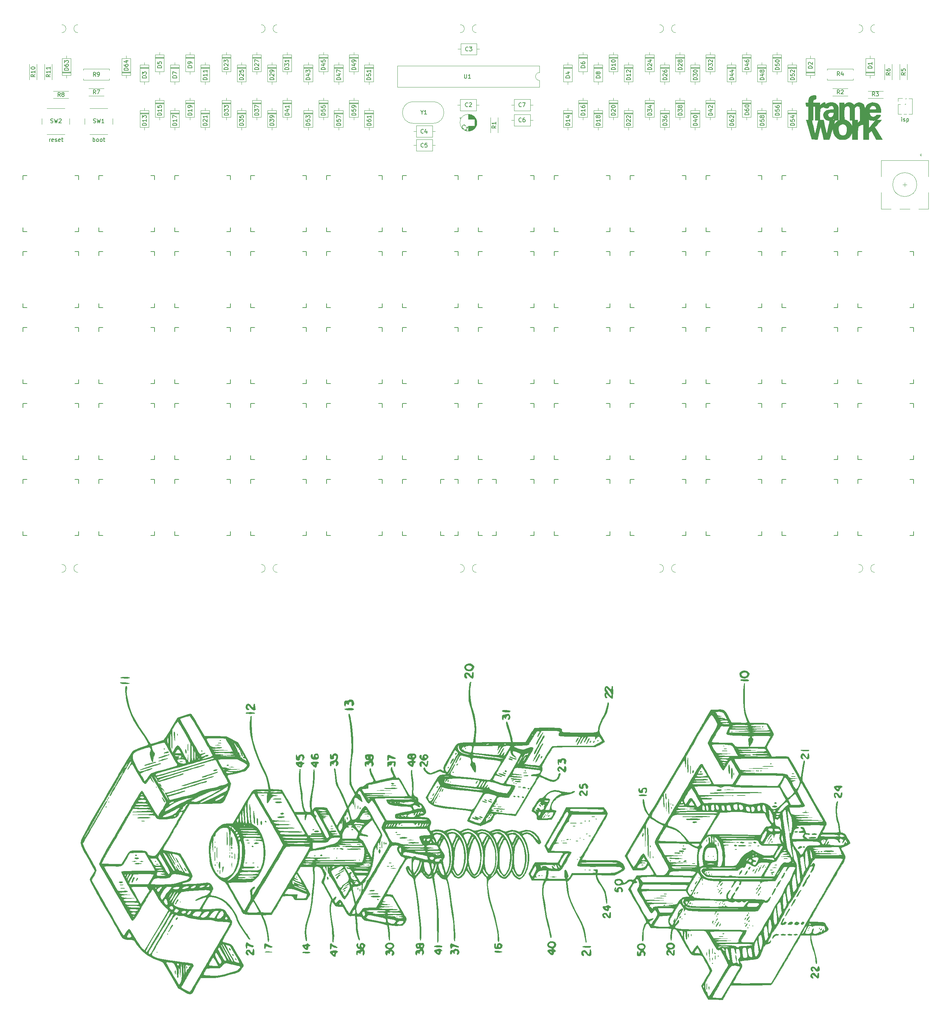
<source format=gto>
G04 #@! TF.GenerationSoftware,KiCad,Pcbnew,(5.1.5)-3*
G04 #@! TF.CreationDate,2020-11-24T12:45:18-08:00*
G04 #@! TF.ProjectId,framework,6672616d-6577-46f7-926b-2e6b69636164,rev?*
G04 #@! TF.SameCoordinates,Original*
G04 #@! TF.FileFunction,Legend,Top*
G04 #@! TF.FilePolarity,Positive*
%FSLAX46Y46*%
G04 Gerber Fmt 4.6, Leading zero omitted, Abs format (unit mm)*
G04 Created by KiCad (PCBNEW (5.1.5)-3) date 2020-11-24 12:45:18*
%MOMM*%
%LPD*%
G04 APERTURE LIST*
%ADD10C,0.150000*%
%ADD11C,0.010000*%
%ADD12C,0.120000*%
%ADD13C,0.100000*%
G04 APERTURE END LIST*
D10*
X537368857Y1579619D02*
X537368857Y2246285D01*
X537368857Y2579619D02*
X537321238Y2532000D01*
X537368857Y2484380D01*
X537416476Y2532000D01*
X537368857Y2579619D01*
X537368857Y2484380D01*
X537797428Y1627238D02*
X537892666Y1579619D01*
X538083142Y1579619D01*
X538178380Y1627238D01*
X538226000Y1722476D01*
X538226000Y1770095D01*
X538178380Y1865333D01*
X538083142Y1912952D01*
X537940285Y1912952D01*
X537845047Y1960571D01*
X537797428Y2055809D01*
X537797428Y2103428D01*
X537845047Y2198666D01*
X537940285Y2246285D01*
X538083142Y2246285D01*
X538178380Y2198666D01*
X538654571Y2246285D02*
X538654571Y1246285D01*
X538654571Y2198666D02*
X538749809Y2246285D01*
X538940285Y2246285D01*
X539035523Y2198666D01*
X539083142Y2151047D01*
X539130761Y2055809D01*
X539130761Y1770095D01*
X539083142Y1674857D01*
X539035523Y1627238D01*
X538940285Y1579619D01*
X538749809Y1579619D01*
X538654571Y1627238D01*
X334446738Y-3500380D02*
X334446738Y-2500380D01*
X334446738Y-2881333D02*
X334541976Y-2833714D01*
X334732452Y-2833714D01*
X334827690Y-2881333D01*
X334875309Y-2928952D01*
X334922928Y-3024190D01*
X334922928Y-3309904D01*
X334875309Y-3405142D01*
X334827690Y-3452761D01*
X334732452Y-3500380D01*
X334541976Y-3500380D01*
X334446738Y-3452761D01*
X335494357Y-3500380D02*
X335399119Y-3452761D01*
X335351500Y-3405142D01*
X335303880Y-3309904D01*
X335303880Y-3024190D01*
X335351500Y-2928952D01*
X335399119Y-2881333D01*
X335494357Y-2833714D01*
X335637214Y-2833714D01*
X335732452Y-2881333D01*
X335780071Y-2928952D01*
X335827690Y-3024190D01*
X335827690Y-3309904D01*
X335780071Y-3405142D01*
X335732452Y-3452761D01*
X335637214Y-3500380D01*
X335494357Y-3500380D01*
X336399119Y-3500380D02*
X336303880Y-3452761D01*
X336256261Y-3405142D01*
X336208642Y-3309904D01*
X336208642Y-3024190D01*
X336256261Y-2928952D01*
X336303880Y-2881333D01*
X336399119Y-2833714D01*
X336541976Y-2833714D01*
X336637214Y-2881333D01*
X336684833Y-2928952D01*
X336732452Y-3024190D01*
X336732452Y-3309904D01*
X336684833Y-3405142D01*
X336637214Y-3452761D01*
X336541976Y-3500380D01*
X336399119Y-3500380D01*
X337018166Y-2833714D02*
X337399119Y-2833714D01*
X337161023Y-2500380D02*
X337161023Y-3357523D01*
X337208642Y-3452761D01*
X337303880Y-3500380D01*
X337399119Y-3500380D01*
X323500952Y-3500380D02*
X323500952Y-2833714D01*
X323500952Y-3024190D02*
X323548571Y-2928952D01*
X323596190Y-2881333D01*
X323691428Y-2833714D01*
X323786666Y-2833714D01*
X324500952Y-3452761D02*
X324405714Y-3500380D01*
X324215238Y-3500380D01*
X324120000Y-3452761D01*
X324072380Y-3357523D01*
X324072380Y-2976571D01*
X324120000Y-2881333D01*
X324215238Y-2833714D01*
X324405714Y-2833714D01*
X324500952Y-2881333D01*
X324548571Y-2976571D01*
X324548571Y-3071809D01*
X324072380Y-3167047D01*
X324929523Y-3452761D02*
X325024761Y-3500380D01*
X325215238Y-3500380D01*
X325310476Y-3452761D01*
X325358095Y-3357523D01*
X325358095Y-3309904D01*
X325310476Y-3214666D01*
X325215238Y-3167047D01*
X325072380Y-3167047D01*
X324977142Y-3119428D01*
X324929523Y-3024190D01*
X324929523Y-2976571D01*
X324977142Y-2881333D01*
X325072380Y-2833714D01*
X325215238Y-2833714D01*
X325310476Y-2881333D01*
X326167619Y-3452761D02*
X326072380Y-3500380D01*
X325881904Y-3500380D01*
X325786666Y-3452761D01*
X325739047Y-3357523D01*
X325739047Y-2976571D01*
X325786666Y-2881333D01*
X325881904Y-2833714D01*
X326072380Y-2833714D01*
X326167619Y-2881333D01*
X326215238Y-2976571D01*
X326215238Y-3071809D01*
X325739047Y-3167047D01*
X326500952Y-2833714D02*
X326881904Y-2833714D01*
X326643809Y-2500380D02*
X326643809Y-3357523D01*
X326691428Y-3452761D01*
X326786666Y-3500380D01*
X326881904Y-3500380D01*
X426100000Y-69200000D02*
X426100000Y-70200000D01*
X425100000Y-83200000D02*
X426100000Y-83200000D01*
X426100000Y-69200000D02*
X425100000Y-69200000D01*
X426100000Y-82200000D02*
X426100000Y-83200000D01*
X412100000Y-83200000D02*
X412100000Y-82200000D01*
X413100000Y-69200000D02*
X412100000Y-69200000D01*
X412100000Y-83200000D02*
X413100000Y-83200000D01*
X412100000Y-70200000D02*
X412100000Y-69200000D01*
D11*
G36*
X344197939Y-188812541D02*
G01*
X344360065Y-188392615D01*
X344556982Y-188074571D01*
X344688749Y-187987087D01*
X344814679Y-188053671D01*
X344771794Y-188291237D01*
X344546929Y-188756504D01*
X344482615Y-188875199D01*
X344265467Y-189209832D01*
X344147327Y-189258440D01*
X344134816Y-189194396D01*
X344197939Y-188812541D01*
G37*
X344197939Y-188812541D02*
X344360065Y-188392615D01*
X344556982Y-188074571D01*
X344688749Y-187987087D01*
X344814679Y-188053671D01*
X344771794Y-188291237D01*
X344546929Y-188756504D01*
X344482615Y-188875199D01*
X344265467Y-189209832D01*
X344147327Y-189258440D01*
X344134816Y-189194396D01*
X344197939Y-188812541D01*
G36*
X345276301Y-188505240D02*
G01*
X345443486Y-188252884D01*
X345604772Y-188169128D01*
X345625668Y-188182820D01*
X345607119Y-188378795D01*
X345463352Y-188621732D01*
X345270099Y-188816921D01*
X345201474Y-188786388D01*
X345276301Y-188505240D01*
G37*
X345276301Y-188505240D02*
X345443486Y-188252884D01*
X345604772Y-188169128D01*
X345625668Y-188182820D01*
X345607119Y-188378795D01*
X345463352Y-188621732D01*
X345270099Y-188816921D01*
X345201474Y-188786388D01*
X345276301Y-188505240D01*
G36*
X341082174Y-189096921D02*
G01*
X341374224Y-189052822D01*
X341735767Y-189076794D01*
X341795213Y-189173619D01*
X341699865Y-189289651D01*
X341439414Y-189397576D01*
X341124617Y-189384842D01*
X340936614Y-189265383D01*
X340930168Y-189230444D01*
X341082174Y-189096921D01*
G37*
X341082174Y-189096921D02*
X341374224Y-189052822D01*
X341735767Y-189076794D01*
X341795213Y-189173619D01*
X341699865Y-189289651D01*
X341439414Y-189397576D01*
X341124617Y-189384842D01*
X340936614Y-189265383D01*
X340930168Y-189230444D01*
X341082174Y-189096921D01*
G36*
X341243078Y-189815308D02*
G01*
X341705896Y-189786711D01*
X341953567Y-189818893D01*
X341995088Y-189866905D01*
X341740013Y-189893846D01*
X341551846Y-189896140D01*
X341207866Y-189878652D01*
X341155678Y-189838534D01*
X341243078Y-189815308D01*
G37*
X341243078Y-189815308D02*
X341705896Y-189786711D01*
X341953567Y-189818893D01*
X341995088Y-189866905D01*
X341740013Y-189893846D01*
X341551846Y-189896140D01*
X341207866Y-189878652D01*
X341155678Y-189838534D01*
X341243078Y-189815308D01*
G36*
X341418629Y-190703691D02*
G01*
X341936218Y-190674305D01*
X342217930Y-190703691D01*
X342302103Y-190747617D01*
X342078941Y-190775486D01*
X341818280Y-190780667D01*
X341434110Y-190766811D01*
X341328649Y-190731385D01*
X341418629Y-190703691D01*
G37*
X341418629Y-190703691D02*
X341936218Y-190674305D01*
X342217930Y-190703691D01*
X342302103Y-190747617D01*
X342078941Y-190775486D01*
X341818280Y-190780667D01*
X341434110Y-190766811D01*
X341328649Y-190731385D01*
X341418629Y-190703691D01*
G36*
X345150649Y-182308333D02*
G01*
X345193105Y-182303171D01*
X345365566Y-182438337D01*
X345370727Y-182480794D01*
X345235561Y-182653254D01*
X345193105Y-182658416D01*
X345020644Y-182523250D01*
X345015483Y-182480794D01*
X345150649Y-182308333D01*
G37*
X345150649Y-182308333D02*
X345193105Y-182303171D01*
X345365566Y-182438337D01*
X345370727Y-182480794D01*
X345235561Y-182653254D01*
X345193105Y-182658416D01*
X345020644Y-182523250D01*
X345015483Y-182480794D01*
X345150649Y-182308333D01*
G36*
X344351841Y-183951937D02*
G01*
X344877139Y-183922717D01*
X345239953Y-183954361D01*
X345311427Y-183995963D01*
X345078707Y-184022777D01*
X344749049Y-184028593D01*
X344346036Y-184015300D01*
X344228158Y-183983472D01*
X344351841Y-183951937D01*
G37*
X344351841Y-183951937D02*
X344877139Y-183922717D01*
X345239953Y-183954361D01*
X345311427Y-183995963D01*
X345078707Y-184022777D01*
X344749049Y-184028593D01*
X344346036Y-184015300D01*
X344228158Y-183983472D01*
X344351841Y-183951937D01*
G36*
X344992208Y-183066569D02*
G01*
X345364098Y-183013674D01*
X345370727Y-183013661D01*
X345744871Y-183065110D01*
X345903553Y-183189073D01*
X345903594Y-183191283D01*
X345749246Y-183315998D01*
X345377357Y-183368892D01*
X345370727Y-183368906D01*
X344996584Y-183317456D01*
X344837901Y-183193493D01*
X344837860Y-183191283D01*
X344992208Y-183066569D01*
G37*
X344992208Y-183066569D02*
X345364098Y-183013674D01*
X345370727Y-183013661D01*
X345744871Y-183065110D01*
X345903553Y-183189073D01*
X345903594Y-183191283D01*
X345749246Y-183315998D01*
X345377357Y-183368892D01*
X345370727Y-183368906D01*
X344996584Y-183317456D01*
X344837901Y-183193493D01*
X344837860Y-183191283D01*
X344992208Y-183066569D01*
G36*
X345010418Y-184493985D02*
G01*
X345382239Y-184444755D01*
X345715489Y-184434640D01*
X346314965Y-184451624D01*
X346574470Y-184495230D01*
X346489531Y-184554436D01*
X346055673Y-184618220D01*
X345799370Y-184641288D01*
X345297229Y-184652991D01*
X344963601Y-184608076D01*
X344900776Y-184570362D01*
X345010418Y-184493985D01*
G37*
X345010418Y-184493985D02*
X345382239Y-184444755D01*
X345715489Y-184434640D01*
X346314965Y-184451624D01*
X346574470Y-184495230D01*
X346489531Y-184554436D01*
X346055673Y-184618220D01*
X345799370Y-184641288D01*
X345297229Y-184652991D01*
X344963601Y-184608076D01*
X344900776Y-184570362D01*
X345010418Y-184493985D01*
G36*
X346216504Y-183953770D02*
G01*
X346679323Y-183925172D01*
X346926994Y-183957354D01*
X346968515Y-184005367D01*
X346713439Y-184032307D01*
X346525273Y-184034602D01*
X346181292Y-184017113D01*
X346129105Y-183976996D01*
X346216504Y-183953770D01*
G37*
X346216504Y-183953770D02*
X346679323Y-183925172D01*
X346926994Y-183957354D01*
X346968515Y-184005367D01*
X346713439Y-184032307D01*
X346525273Y-184034602D01*
X346181292Y-184017113D01*
X346129105Y-183976996D01*
X346216504Y-183953770D01*
G36*
X350077720Y-183901773D02*
G01*
X350166531Y-183990584D01*
X350077720Y-184079395D01*
X349988909Y-183990584D01*
X350077720Y-183901773D01*
G37*
X350077720Y-183901773D02*
X350166531Y-183990584D01*
X350077720Y-184079395D01*
X349988909Y-183990584D01*
X350077720Y-183901773D01*
G36*
X350299748Y-184672249D02*
G01*
X350663403Y-184648789D01*
X350743804Y-184672249D01*
X350766118Y-184737079D01*
X350521776Y-184761839D01*
X350269618Y-184733925D01*
X350299748Y-184672249D01*
G37*
X350299748Y-184672249D02*
X350663403Y-184648789D01*
X350743804Y-184672249D01*
X350766118Y-184737079D01*
X350521776Y-184761839D01*
X350269618Y-184733925D01*
X350299748Y-184672249D01*
G36*
X337644154Y-170224850D02*
G01*
X337732965Y-170313661D01*
X337644154Y-170402472D01*
X337555343Y-170313661D01*
X337644154Y-170224850D01*
G37*
X337644154Y-170224850D02*
X337732965Y-170313661D01*
X337644154Y-170402472D01*
X337555343Y-170313661D01*
X337644154Y-170224850D01*
G36*
X337999399Y-168448626D02*
G01*
X338088210Y-168537437D01*
X337999399Y-168626248D01*
X337910587Y-168537437D01*
X337999399Y-168448626D01*
G37*
X337999399Y-168448626D02*
X338088210Y-168537437D01*
X337999399Y-168626248D01*
X337910587Y-168537437D01*
X337999399Y-168448626D01*
G36*
X338160060Y-168120825D02*
G01*
X338325174Y-167931636D01*
X338365126Y-167915759D01*
X338438131Y-168000054D01*
X338274546Y-168175556D01*
X338238388Y-168199154D01*
X338116842Y-168220089D01*
X338160060Y-168120825D01*
G37*
X338160060Y-168120825D02*
X338325174Y-167931636D01*
X338365126Y-167915759D01*
X338438131Y-168000054D01*
X338274546Y-168175556D01*
X338238388Y-168199154D01*
X338116842Y-168220089D01*
X338160060Y-168120825D01*
G36*
X338354643Y-168981493D02*
G01*
X338443455Y-169070304D01*
X338354643Y-169159115D01*
X338265832Y-169070304D01*
X338354643Y-168981493D01*
G37*
X338354643Y-168981493D02*
X338443455Y-169070304D01*
X338354643Y-169159115D01*
X338265832Y-169070304D01*
X338354643Y-168981493D01*
G36*
X350255343Y-165251423D02*
G01*
X350344154Y-165340234D01*
X350255343Y-165429045D01*
X350166531Y-165340234D01*
X350255343Y-165251423D01*
G37*
X350255343Y-165251423D02*
X350344154Y-165340234D01*
X350255343Y-165429045D01*
X350166531Y-165340234D01*
X350255343Y-165251423D01*
G36*
X351845207Y-168009428D02*
G01*
X352042667Y-168283513D01*
X352121042Y-168408513D01*
X352384885Y-168866688D01*
X352467828Y-169096068D01*
X352392367Y-169159113D01*
X352391373Y-169159115D01*
X352261563Y-169018468D01*
X352066543Y-168688716D01*
X351878999Y-168308142D01*
X351771617Y-168015028D01*
X351765797Y-167968985D01*
X351845207Y-168009428D01*
G37*
X351845207Y-168009428D02*
X352042667Y-168283513D01*
X352121042Y-168408513D01*
X352384885Y-168866688D01*
X352467828Y-169096068D01*
X352392367Y-169159113D01*
X352391373Y-169159115D01*
X352261563Y-169018468D01*
X352066543Y-168688716D01*
X351878999Y-168308142D01*
X351771617Y-168015028D01*
X351765797Y-167968985D01*
X351845207Y-168009428D01*
G36*
X347358483Y-159829635D02*
G01*
X347580295Y-159728557D01*
X348039632Y-159579512D01*
X348630277Y-159410847D01*
X349246014Y-159250914D01*
X349780625Y-159128061D01*
X350127894Y-159070638D01*
X350193053Y-159073084D01*
X350113729Y-159144201D01*
X349762733Y-159286184D01*
X349209807Y-159471746D01*
X349040140Y-159524200D01*
X348172778Y-159772792D01*
X347601809Y-159901964D01*
X347340120Y-159909375D01*
X347358483Y-159829635D01*
G37*
X347358483Y-159829635D02*
X347580295Y-159728557D01*
X348039632Y-159579512D01*
X348630277Y-159410847D01*
X349246014Y-159250914D01*
X349780625Y-159128061D01*
X350127894Y-159070638D01*
X350193053Y-159073084D01*
X350113729Y-159144201D01*
X349762733Y-159286184D01*
X349209807Y-159471746D01*
X349040140Y-159524200D01*
X348172778Y-159772792D01*
X347601809Y-159901964D01*
X347340120Y-159909375D01*
X347358483Y-159829635D01*
G36*
X346418066Y-160922053D02*
G01*
X346847781Y-160753791D01*
X347476035Y-160535471D01*
X348230879Y-160289330D01*
X349040366Y-160037603D01*
X349832545Y-159802527D01*
X350535468Y-159606338D01*
X351077187Y-159471271D01*
X351385753Y-159419564D01*
X351420117Y-159422898D01*
X351353144Y-159497031D01*
X351016992Y-159638004D01*
X350484174Y-159815462D01*
X350477425Y-159817524D01*
X349664605Y-160063282D01*
X348757581Y-160334195D01*
X348212685Y-160495174D01*
X347555525Y-160694610D01*
X346986056Y-160878855D01*
X346658490Y-160996262D01*
X346357617Y-161070131D01*
X346258839Y-161018021D01*
X346418066Y-160922053D01*
G37*
X346418066Y-160922053D02*
X346847781Y-160753791D01*
X347476035Y-160535471D01*
X348230879Y-160289330D01*
X349040366Y-160037603D01*
X349832545Y-159802527D01*
X350535468Y-159606338D01*
X351077187Y-159471271D01*
X351385753Y-159419564D01*
X351420117Y-159422898D01*
X351353144Y-159497031D01*
X351016992Y-159638004D01*
X350484174Y-159815462D01*
X350477425Y-159817524D01*
X349664605Y-160063282D01*
X348757581Y-160334195D01*
X348212685Y-160495174D01*
X347555525Y-160694610D01*
X346986056Y-160878855D01*
X346658490Y-160996262D01*
X346357617Y-161070131D01*
X346258839Y-161018021D01*
X346418066Y-160922053D01*
G36*
X352179585Y-155719022D02*
G01*
X352390381Y-155697764D01*
X352416415Y-155719022D01*
X352392033Y-155824618D01*
X352298000Y-155837437D01*
X352151797Y-155772448D01*
X352179585Y-155719022D01*
G37*
X352179585Y-155719022D02*
X352390381Y-155697764D01*
X352416415Y-155719022D01*
X352392033Y-155824618D01*
X352298000Y-155837437D01*
X352151797Y-155772448D01*
X352179585Y-155719022D01*
G36*
X350811293Y-158851706D02*
G01*
X351051027Y-158716512D01*
X351487730Y-158546192D01*
X352020071Y-158371226D01*
X352546722Y-158222100D01*
X352966355Y-158129296D01*
X353177641Y-158123298D01*
X353186112Y-158137273D01*
X353028670Y-158246362D01*
X352612731Y-158414185D01*
X352022876Y-158607299D01*
X351921433Y-158637313D01*
X351340998Y-158793493D01*
X350944463Y-158874356D01*
X350801965Y-158866358D01*
X350811293Y-158851706D01*
G37*
X350811293Y-158851706D02*
X351051027Y-158716512D01*
X351487730Y-158546192D01*
X352020071Y-158371226D01*
X352546722Y-158222100D01*
X352966355Y-158129296D01*
X353177641Y-158123298D01*
X353186112Y-158137273D01*
X353028670Y-158246362D01*
X352612731Y-158414185D01*
X352022876Y-158607299D01*
X351921433Y-158637313D01*
X351340998Y-158793493D01*
X350944463Y-158874356D01*
X350801965Y-158866358D01*
X350811293Y-158851706D01*
G36*
X352248449Y-156791981D02*
G01*
X352298000Y-156759256D01*
X352731430Y-156543388D01*
X353116563Y-156442868D01*
X353342601Y-156480912D01*
X353363734Y-156535957D01*
X353223508Y-156713672D01*
X353141706Y-156727974D01*
X352803853Y-156766573D01*
X352475622Y-156829006D01*
X352202536Y-156869667D01*
X352248449Y-156791981D01*
G37*
X352248449Y-156791981D02*
X352298000Y-156759256D01*
X352731430Y-156543388D01*
X353116563Y-156442868D01*
X353342601Y-156480912D01*
X353363734Y-156535957D01*
X353223508Y-156713672D01*
X353141706Y-156727974D01*
X352803853Y-156766573D01*
X352475622Y-156829006D01*
X352202536Y-156869667D01*
X352248449Y-156791981D01*
G36*
X350990535Y-157948270D02*
G01*
X351266588Y-157812000D01*
X351805723Y-157622961D01*
X352397813Y-157439038D01*
X352947660Y-157286482D01*
X353360068Y-157191542D01*
X353539836Y-157180468D01*
X353541357Y-157184753D01*
X353403853Y-157313502D01*
X353319329Y-157350879D01*
X352472492Y-157649299D01*
X351750996Y-157881337D01*
X351217977Y-158028312D01*
X350936568Y-158071544D01*
X350912054Y-158063146D01*
X350990535Y-157948270D01*
G37*
X350990535Y-157948270D02*
X351266588Y-157812000D01*
X351805723Y-157622961D01*
X352397813Y-157439038D01*
X352947660Y-157286482D01*
X353360068Y-157191542D01*
X353539836Y-157180468D01*
X353541357Y-157184753D01*
X353403853Y-157313502D01*
X353319329Y-157350879D01*
X352472492Y-157649299D01*
X351750996Y-157881337D01*
X351217977Y-158028312D01*
X350936568Y-158071544D01*
X350912054Y-158063146D01*
X350990535Y-157948270D01*
G36*
X355014604Y-211388836D02*
G01*
X355058529Y-211304663D01*
X355086399Y-211527825D01*
X355091580Y-211788486D01*
X355077724Y-212172656D01*
X355042297Y-212278116D01*
X355014604Y-212188136D01*
X354985218Y-211670548D01*
X355014604Y-211388836D01*
G37*
X355014604Y-211388836D02*
X355058529Y-211304663D01*
X355086399Y-211527825D01*
X355091580Y-211788486D01*
X355077724Y-212172656D01*
X355042297Y-212278116D01*
X355014604Y-212188136D01*
X354985218Y-211670548D01*
X355014604Y-211388836D01*
G36*
X346658490Y-173832480D02*
G01*
X347108980Y-173804856D01*
X347280168Y-173832480D01*
X347335449Y-173883963D01*
X347089842Y-173911993D01*
X346969329Y-173913711D01*
X346646177Y-173895192D01*
X346608093Y-173849086D01*
X346658490Y-173832480D01*
G37*
X346658490Y-173832480D02*
X347108980Y-173804856D01*
X347280168Y-173832480D01*
X347335449Y-173883963D01*
X347089842Y-173911993D01*
X346969329Y-173913711D01*
X346646177Y-173895192D01*
X346608093Y-173849086D01*
X346658490Y-173832480D01*
G36*
X345570129Y-173049588D02*
G01*
X345841034Y-172978593D01*
X346333071Y-172928661D01*
X346950065Y-172900614D01*
X347595839Y-172895278D01*
X348174217Y-172913475D01*
X348589021Y-172956030D01*
X348744142Y-173022402D01*
X348578668Y-173081690D01*
X348134707Y-173132831D01*
X347489016Y-173168749D01*
X347034104Y-173180085D01*
X346268553Y-173177086D01*
X345761376Y-173145112D01*
X345550949Y-173087584D01*
X345570129Y-173049588D01*
G37*
X345570129Y-173049588D02*
X345841034Y-172978593D01*
X346333071Y-172928661D01*
X346950065Y-172900614D01*
X347595839Y-172895278D01*
X348174217Y-172913475D01*
X348589021Y-172956030D01*
X348744142Y-173022402D01*
X348578668Y-173081690D01*
X348134707Y-173132831D01*
X347489016Y-173168749D01*
X347034104Y-173180085D01*
X346268553Y-173177086D01*
X345761376Y-173145112D01*
X345550949Y-173087584D01*
X345570129Y-173049588D01*
G36*
X356250098Y-158912200D02*
G01*
X356700589Y-158884576D01*
X356871776Y-158912200D01*
X356927057Y-158963684D01*
X356681451Y-158991713D01*
X356560937Y-158993431D01*
X356237786Y-158974912D01*
X356199701Y-158928806D01*
X356250098Y-158912200D01*
G37*
X356250098Y-158912200D02*
X356700589Y-158884576D01*
X356871776Y-158912200D01*
X356927057Y-158963684D01*
X356681451Y-158991713D01*
X356560937Y-158993431D01*
X356237786Y-158974912D01*
X356199701Y-158928806D01*
X356250098Y-158912200D01*
G36*
X355228769Y-184079395D02*
G01*
X355317580Y-184168206D01*
X355228769Y-184257017D01*
X355139958Y-184168206D01*
X355228769Y-184079395D01*
G37*
X355228769Y-184079395D02*
X355317580Y-184168206D01*
X355228769Y-184257017D01*
X355139958Y-184168206D01*
X355228769Y-184079395D01*
G36*
X355225210Y-183101298D02*
G01*
X355432164Y-183364843D01*
X355495203Y-183457717D01*
X355785509Y-183958034D01*
X355838259Y-184219521D01*
X355766198Y-184257017D01*
X355636285Y-184116343D01*
X355441316Y-183786548D01*
X355253954Y-183405980D01*
X355146857Y-183112983D01*
X355141128Y-183066887D01*
X355225210Y-183101298D01*
G37*
X355225210Y-183101298D02*
X355432164Y-183364843D01*
X355495203Y-183457717D01*
X355785509Y-183958034D01*
X355838259Y-184219521D01*
X355766198Y-184257017D01*
X355636285Y-184116343D01*
X355441316Y-183786548D01*
X355253954Y-183405980D01*
X355146857Y-183112983D01*
X355141128Y-183066887D01*
X355225210Y-183101298D01*
G36*
X355571515Y-184789885D02*
G01*
X355714171Y-184926044D01*
X355850448Y-185145129D01*
X355964788Y-185419756D01*
X355951758Y-185500374D01*
X355809102Y-185364215D01*
X355672825Y-185145129D01*
X355558485Y-184870503D01*
X355571515Y-184789885D01*
G37*
X355571515Y-184789885D02*
X355714171Y-184926044D01*
X355850448Y-185145129D01*
X355964788Y-185419756D01*
X355951758Y-185500374D01*
X355809102Y-185364215D01*
X355672825Y-185145129D01*
X355558485Y-184870503D01*
X355571515Y-184789885D01*
G36*
X356116881Y-185677996D02*
G01*
X356205692Y-185766808D01*
X356116881Y-185855619D01*
X356028070Y-185766808D01*
X356116881Y-185677996D01*
G37*
X356116881Y-185677996D02*
X356205692Y-185766808D01*
X356116881Y-185855619D01*
X356028070Y-185766808D01*
X356116881Y-185677996D01*
G36*
X357363508Y-185718517D02*
G01*
X357508780Y-185832962D01*
X357740634Y-186098190D01*
X357809371Y-186321478D01*
X357721732Y-186388486D01*
X357586511Y-186251315D01*
X357426218Y-185988836D01*
X357295968Y-185718906D01*
X357363508Y-185718517D01*
G37*
X357363508Y-185718517D02*
X357508780Y-185832962D01*
X357740634Y-186098190D01*
X357809371Y-186321478D01*
X357721732Y-186388486D01*
X357586511Y-186251315D01*
X357426218Y-185988836D01*
X357295968Y-185718906D01*
X357363508Y-185718517D01*
G36*
X354715495Y-151609227D02*
G01*
X354773056Y-151515109D01*
X354876687Y-151526587D01*
X354931702Y-151836813D01*
X354942235Y-152471526D01*
X354940889Y-152560304D01*
X354919443Y-153794780D01*
X354751609Y-152749584D01*
X354671540Y-152027484D01*
X354715495Y-151609227D01*
G37*
X354715495Y-151609227D02*
X354773056Y-151515109D01*
X354876687Y-151526587D01*
X354931702Y-151836813D01*
X354942235Y-152471526D01*
X354940889Y-152560304D01*
X354919443Y-153794780D01*
X354751609Y-152749584D01*
X354671540Y-152027484D01*
X354715495Y-151609227D01*
G36*
X355565512Y-151977851D02*
G01*
X355646243Y-152030825D01*
X355658802Y-152210980D01*
X355615423Y-152400509D01*
X355551489Y-152318294D01*
X355530314Y-152040691D01*
X355565512Y-151977851D01*
G37*
X355565512Y-151977851D02*
X355646243Y-152030825D01*
X355658802Y-152210980D01*
X355615423Y-152400509D01*
X355551489Y-152318294D01*
X355530314Y-152040691D01*
X355565512Y-151977851D01*
G36*
X357653439Y-155837636D02*
G01*
X357657434Y-155837437D01*
X357760583Y-155991909D01*
X357804284Y-156364051D01*
X357804294Y-156370304D01*
X357784366Y-156744784D01*
X357736366Y-156903142D01*
X357735643Y-156903171D01*
X357664953Y-156749422D01*
X357590032Y-156378756D01*
X357588783Y-156370304D01*
X357576079Y-155998825D01*
X357653439Y-155837636D01*
G37*
X357653439Y-155837636D02*
X357657434Y-155837437D01*
X357760583Y-155991909D01*
X357804284Y-156364051D01*
X357804294Y-156370304D01*
X357784366Y-156744784D01*
X357736366Y-156903142D01*
X357735643Y-156903171D01*
X357664953Y-156749422D01*
X357590032Y-156378756D01*
X357588783Y-156370304D01*
X357576079Y-155998825D01*
X357653439Y-155837636D01*
G36*
X358199863Y-154722982D02*
G01*
X358208048Y-154633791D01*
X358238756Y-154488827D01*
X358262222Y-154660318D01*
X358274964Y-155109491D01*
X358276270Y-155393381D01*
X358268699Y-155942219D01*
X358249411Y-156217703D01*
X358221877Y-156186767D01*
X358206875Y-156054770D01*
X358179199Y-155383924D01*
X358199863Y-154722982D01*
G37*
X358199863Y-154722982D02*
X358208048Y-154633791D01*
X358238756Y-154488827D01*
X358262222Y-154660318D01*
X358274964Y-155109491D01*
X358276270Y-155393381D01*
X358268699Y-155942219D01*
X358249411Y-156217703D01*
X358221877Y-156186767D01*
X358206875Y-156054770D01*
X358179199Y-155383924D01*
X358199863Y-154722982D01*
G36*
X357864280Y-210323101D02*
G01*
X357929111Y-210300788D01*
X357953870Y-210545129D01*
X357925957Y-210797287D01*
X357864280Y-210767157D01*
X357840820Y-210403503D01*
X357864280Y-210323101D01*
G37*
X357864280Y-210323101D02*
X357929111Y-210300788D01*
X357953870Y-210545129D01*
X357925957Y-210797287D01*
X357864280Y-210767157D01*
X357840820Y-210403503D01*
X357864280Y-210323101D01*
G36*
X355176271Y-194309083D02*
G01*
X355375728Y-193955443D01*
X355579045Y-193669418D01*
X355671562Y-193582973D01*
X355817445Y-193514788D01*
X355809810Y-193614429D01*
X355632471Y-193935391D01*
X355497150Y-194159465D01*
X355247924Y-194531039D01*
X355071950Y-194727485D01*
X355049196Y-194736738D01*
X355045739Y-194609721D01*
X355176271Y-194309083D01*
G37*
X355176271Y-194309083D02*
X355375728Y-193955443D01*
X355579045Y-193669418D01*
X355671562Y-193582973D01*
X355817445Y-193514788D01*
X355809810Y-193614429D01*
X355632471Y-193935391D01*
X355497150Y-194159465D01*
X355247924Y-194531039D01*
X355071950Y-194727485D01*
X355049196Y-194736738D01*
X355045739Y-194609721D01*
X355176271Y-194309083D01*
G36*
X356294503Y-194026248D02*
G01*
X356383315Y-194115059D01*
X356294503Y-194203871D01*
X356205692Y-194115059D01*
X356294503Y-194026248D01*
G37*
X356294503Y-194026248D02*
X356383315Y-194115059D01*
X356294503Y-194203871D01*
X356205692Y-194115059D01*
X356294503Y-194026248D01*
G36*
X361593571Y-156251889D02*
G01*
X361804367Y-156230631D01*
X361830401Y-156251889D01*
X361806019Y-156357486D01*
X361711986Y-156370304D01*
X361565783Y-156305315D01*
X361593571Y-156251889D01*
G37*
X361593571Y-156251889D02*
X361804367Y-156230631D01*
X361830401Y-156251889D01*
X361806019Y-156357486D01*
X361711986Y-156370304D01*
X361565783Y-156305315D01*
X361593571Y-156251889D01*
G36*
X351140624Y-164455186D02*
G01*
X351315428Y-164640201D01*
X351518985Y-164976241D01*
X351576212Y-165162612D01*
X351490232Y-165180461D01*
X351315428Y-164995446D01*
X351111871Y-164659407D01*
X351054643Y-164473036D01*
X351140624Y-164455186D01*
G37*
X351140624Y-164455186D02*
X351315428Y-164640201D01*
X351518985Y-164976241D01*
X351576212Y-165162612D01*
X351490232Y-165180461D01*
X351315428Y-164995446D01*
X351111871Y-164659407D01*
X351054643Y-164473036D01*
X351140624Y-164455186D01*
G36*
X356649748Y-164986002D02*
G01*
X356894114Y-164909904D01*
X357391108Y-164758910D01*
X358052855Y-164559397D01*
X358791477Y-164337742D01*
X359519101Y-164120320D01*
X360147849Y-163933509D01*
X360557441Y-163813092D01*
X360953661Y-163695471D01*
X361587426Y-163504734D01*
X362356581Y-163271698D01*
X362850495Y-163121364D01*
X363585914Y-162905541D01*
X364185107Y-162745602D01*
X364573904Y-162660385D01*
X364682223Y-162656159D01*
X364553821Y-162733751D01*
X364150875Y-162888925D01*
X363539283Y-163097790D01*
X362922036Y-163294307D01*
X361919179Y-163605080D01*
X360762610Y-163964342D01*
X359637649Y-164314499D01*
X359147519Y-164467357D01*
X358336693Y-164709599D01*
X357622158Y-164903195D01*
X357088339Y-165026484D01*
X356838428Y-165059778D01*
X356619843Y-165026578D01*
X356649748Y-164986002D01*
G37*
X356649748Y-164986002D02*
X356894114Y-164909904D01*
X357391108Y-164758910D01*
X358052855Y-164559397D01*
X358791477Y-164337742D01*
X359519101Y-164120320D01*
X360147849Y-163933509D01*
X360557441Y-163813092D01*
X360953661Y-163695471D01*
X361587426Y-163504734D01*
X362356581Y-163271698D01*
X362850495Y-163121364D01*
X363585914Y-162905541D01*
X364185107Y-162745602D01*
X364573904Y-162660385D01*
X364682223Y-162656159D01*
X364553821Y-162733751D01*
X364150875Y-162888925D01*
X363539283Y-163097790D01*
X362922036Y-163294307D01*
X361919179Y-163605080D01*
X360762610Y-163964342D01*
X359637649Y-164314499D01*
X359147519Y-164467357D01*
X358336693Y-164709599D01*
X357622158Y-164903195D01*
X357088339Y-165026484D01*
X356838428Y-165059778D01*
X356619843Y-165026578D01*
X356649748Y-164986002D01*
G36*
X364629648Y-161187317D02*
G01*
X364839176Y-161046393D01*
X365176888Y-160947863D01*
X365488445Y-160921845D01*
X365619678Y-160994114D01*
X365478340Y-161164504D01*
X365338717Y-161235916D01*
X364948163Y-161333642D01*
X364674123Y-161315906D01*
X364627824Y-161190332D01*
X364629648Y-161187317D01*
G37*
X364629648Y-161187317D02*
X364839176Y-161046393D01*
X365176888Y-160947863D01*
X365488445Y-160921845D01*
X365619678Y-160994114D01*
X365478340Y-161164504D01*
X365338717Y-161235916D01*
X364948163Y-161333642D01*
X364674123Y-161315906D01*
X364627824Y-161190332D01*
X364629648Y-161187317D01*
G36*
X361804374Y-162743868D02*
G01*
X361908591Y-162692767D01*
X363229681Y-162269555D01*
X364292551Y-161940757D01*
X365077435Y-161712154D01*
X365564566Y-161589524D01*
X365732286Y-161574753D01*
X365627706Y-161671779D01*
X365279398Y-161834694D01*
X365046366Y-161924770D01*
X364377912Y-162158597D01*
X363695697Y-162382399D01*
X363577021Y-162419248D01*
X362985042Y-162606765D01*
X362445848Y-162787454D01*
X362372375Y-162813397D01*
X361986696Y-162906877D01*
X361769679Y-162881610D01*
X361804374Y-162743868D01*
G37*
X361804374Y-162743868D02*
X361908591Y-162692767D01*
X363229681Y-162269555D01*
X364292551Y-161940757D01*
X365077435Y-161712154D01*
X365564566Y-161589524D01*
X365732286Y-161574753D01*
X365627706Y-161671779D01*
X365279398Y-161834694D01*
X365046366Y-161924770D01*
X364377912Y-162158597D01*
X363695697Y-162382399D01*
X363577021Y-162419248D01*
X362985042Y-162606765D01*
X362445848Y-162787454D01*
X362372375Y-162813397D01*
X361986696Y-162906877D01*
X361769679Y-162881610D01*
X361804374Y-162743868D01*
G36*
X350432965Y-206637437D02*
G01*
X350521776Y-206726248D01*
X350432965Y-206815059D01*
X350344154Y-206726248D01*
X350432965Y-206637437D01*
G37*
X350432965Y-206637437D02*
X350521776Y-206726248D01*
X350432965Y-206815059D01*
X350344154Y-206726248D01*
X350432965Y-206637437D01*
G36*
X353067697Y-202078463D02*
G01*
X353173293Y-202102845D01*
X353186112Y-202196878D01*
X353121123Y-202343081D01*
X353067697Y-202315292D01*
X353046439Y-202104496D01*
X353067697Y-202078463D01*
G37*
X353067697Y-202078463D02*
X353173293Y-202102845D01*
X353186112Y-202196878D01*
X353121123Y-202343081D01*
X353067697Y-202315292D01*
X353046439Y-202104496D01*
X353067697Y-202078463D01*
G36*
X353444028Y-201433514D02*
G01*
X353638717Y-201048088D01*
X353889380Y-200595295D01*
X354134246Y-200184729D01*
X354311540Y-199925984D01*
X354355843Y-199887787D01*
X354417841Y-199983945D01*
X354289690Y-200293029D01*
X353957835Y-200845950D01*
X353888554Y-200953521D01*
X353603659Y-201373872D01*
X353414041Y-201616991D01*
X353367089Y-201641977D01*
X353444028Y-201433514D01*
G37*
X353444028Y-201433514D02*
X353638717Y-201048088D01*
X353889380Y-200595295D01*
X354134246Y-200184729D01*
X354311540Y-199925984D01*
X354355843Y-199887787D01*
X354417841Y-199983945D01*
X354289690Y-200293029D01*
X353957835Y-200845950D01*
X353888554Y-200953521D01*
X353603659Y-201373872D01*
X353414041Y-201616991D01*
X353367089Y-201641977D01*
X353444028Y-201433514D01*
G36*
X355210544Y-198382593D02*
G01*
X355372559Y-198158083D01*
X355605090Y-197998412D01*
X355664006Y-198105388D01*
X355525664Y-198423621D01*
X355502141Y-198461664D01*
X355301980Y-198620502D01*
X355204594Y-198590651D01*
X355210544Y-198382593D01*
G37*
X355210544Y-198382593D02*
X355372559Y-198158083D01*
X355605090Y-197998412D01*
X355664006Y-198105388D01*
X355525664Y-198423621D01*
X355502141Y-198461664D01*
X355301980Y-198620502D01*
X355204594Y-198590651D01*
X355210544Y-198382593D01*
G36*
X366211753Y-153587554D02*
G01*
X366422549Y-153566296D01*
X366448583Y-153587554D01*
X366424201Y-153693150D01*
X366330168Y-153705968D01*
X366183964Y-153640979D01*
X366211753Y-153587554D01*
G37*
X366211753Y-153587554D02*
X366422549Y-153566296D01*
X366448583Y-153587554D01*
X366424201Y-153693150D01*
X366330168Y-153705968D01*
X366183964Y-153640979D01*
X366211753Y-153587554D01*
G36*
X365841706Y-154294018D02*
G01*
X366292197Y-154266395D01*
X366463385Y-154294018D01*
X366518665Y-154345502D01*
X366273059Y-154373531D01*
X366152545Y-154375249D01*
X365829394Y-154356731D01*
X365791310Y-154310624D01*
X365841706Y-154294018D01*
G37*
X365841706Y-154294018D02*
X366292197Y-154266395D01*
X366463385Y-154294018D01*
X366518665Y-154345502D01*
X366273059Y-154373531D01*
X366152545Y-154375249D01*
X365829394Y-154356731D01*
X365791310Y-154310624D01*
X365841706Y-154294018D01*
G36*
X365218960Y-154821126D02*
G01*
X365223209Y-154820597D01*
X365802463Y-154791590D01*
X366288943Y-154822409D01*
X366387055Y-154859421D01*
X366175715Y-154885263D01*
X365708490Y-154894285D01*
X365252662Y-154883610D01*
X365077072Y-154857339D01*
X365218960Y-154821126D01*
G37*
X365218960Y-154821126D02*
X365223209Y-154820597D01*
X365802463Y-154791590D01*
X366288943Y-154822409D01*
X366387055Y-154859421D01*
X366175715Y-154885263D01*
X365708490Y-154894285D01*
X365252662Y-154883610D01*
X365077072Y-154857339D01*
X365218960Y-154821126D01*
G36*
X368625830Y-205749325D02*
G01*
X368814990Y-205890540D01*
X368881114Y-206015759D01*
X368893831Y-206244929D01*
X368830310Y-206282192D01*
X368641150Y-206140978D01*
X368575026Y-206015759D01*
X368562309Y-205786589D01*
X368625830Y-205749325D01*
G37*
X368625830Y-205749325D02*
X368814990Y-205890540D01*
X368881114Y-206015759D01*
X368893831Y-206244929D01*
X368830310Y-206282192D01*
X368641150Y-206140978D01*
X368575026Y-206015759D01*
X368562309Y-205786589D01*
X368625830Y-205749325D01*
G36*
X369459187Y-207230660D02*
G01*
X369527371Y-207259115D01*
X369698362Y-207494414D01*
X369704993Y-207546514D01*
X369595554Y-207642815D01*
X369527371Y-207614360D01*
X369356380Y-207379061D01*
X369349748Y-207326961D01*
X369459187Y-207230660D01*
G37*
X369459187Y-207230660D02*
X369527371Y-207259115D01*
X369698362Y-207494414D01*
X369704993Y-207546514D01*
X369595554Y-207642815D01*
X369527371Y-207614360D01*
X369356380Y-207379061D01*
X369349748Y-207326961D01*
X369459187Y-207230660D01*
G36*
X370094542Y-208320149D02*
G01*
X370226670Y-208373453D01*
X370315251Y-208539217D01*
X370369330Y-208746730D01*
X370239213Y-208661599D01*
X370215819Y-208638649D01*
X370075518Y-208405766D01*
X370094542Y-208320149D01*
G37*
X370094542Y-208320149D02*
X370226670Y-208373453D01*
X370315251Y-208539217D01*
X370369330Y-208746730D01*
X370239213Y-208661599D01*
X370215819Y-208638649D01*
X370075518Y-208405766D01*
X370094542Y-208320149D01*
G36*
X371392406Y-157436038D02*
G01*
X371481217Y-157524850D01*
X371392406Y-157613661D01*
X371303594Y-157524850D01*
X371392406Y-157436038D01*
G37*
X371392406Y-157436038D02*
X371481217Y-157524850D01*
X371392406Y-157613661D01*
X371303594Y-157524850D01*
X371392406Y-157436038D01*
G36*
X368057962Y-159771181D02*
G01*
X368184720Y-159745129D01*
X368441354Y-159803666D01*
X368364423Y-159957468D01*
X368296287Y-160003977D01*
X368068162Y-159981703D01*
X368019371Y-159925649D01*
X368057962Y-159771181D01*
G37*
X368057962Y-159771181D02*
X368184720Y-159745129D01*
X368441354Y-159803666D01*
X368364423Y-159957468D01*
X368296287Y-160003977D01*
X368068162Y-159981703D01*
X368019371Y-159925649D01*
X368057962Y-159771181D01*
G36*
X368683664Y-160328396D02*
G01*
X369257403Y-160298663D01*
X369660587Y-160328396D01*
X369770783Y-160367118D01*
X369569054Y-160393902D01*
X369172126Y-160402392D01*
X368733613Y-160391377D01*
X368569264Y-160362706D01*
X368683664Y-160328396D01*
G37*
X368683664Y-160328396D02*
X369257403Y-160298663D01*
X369660587Y-160328396D01*
X369770783Y-160367118D01*
X369569054Y-160393902D01*
X369172126Y-160402392D01*
X368733613Y-160391377D01*
X368569264Y-160362706D01*
X368683664Y-160328396D01*
G36*
X364998000Y-179105968D02*
G01*
X365086811Y-179194780D01*
X364998000Y-179283591D01*
X364909189Y-179194780D01*
X364998000Y-179105968D01*
G37*
X364998000Y-179105968D02*
X365086811Y-179194780D01*
X364998000Y-179283591D01*
X364909189Y-179194780D01*
X364998000Y-179105968D01*
G36*
X364979498Y-180219809D02*
G01*
X365060229Y-180272783D01*
X365072788Y-180452938D01*
X365029409Y-180642467D01*
X364965475Y-180560252D01*
X364944300Y-180282649D01*
X364979498Y-180219809D01*
G37*
X364979498Y-180219809D02*
X365060229Y-180272783D01*
X365072788Y-180452938D01*
X365029409Y-180642467D01*
X364965475Y-180560252D01*
X364944300Y-180282649D01*
X364979498Y-180219809D01*
G36*
X364941327Y-182063285D02*
G01*
X364956495Y-181808756D01*
X364983007Y-181622754D01*
X365004314Y-181757773D01*
X365018032Y-182179600D01*
X365021938Y-182747227D01*
X365016137Y-183377491D01*
X365001032Y-183739114D01*
X364978999Y-183802070D01*
X364955654Y-183584979D01*
X364929578Y-182836595D01*
X364941327Y-182063285D01*
G37*
X364941327Y-182063285D02*
X364956495Y-181808756D01*
X364983007Y-181622754D01*
X365004314Y-181757773D01*
X365018032Y-182179600D01*
X365021938Y-182747227D01*
X365016137Y-183377491D01*
X365001032Y-183739114D01*
X364978999Y-183802070D01*
X364955654Y-183584979D01*
X364929578Y-182836595D01*
X364941327Y-182063285D01*
G36*
X364968396Y-184849092D02*
G01*
X365179192Y-184827834D01*
X365205226Y-184849092D01*
X365180844Y-184954688D01*
X365086811Y-184967507D01*
X364940608Y-184902518D01*
X364968396Y-184849092D01*
G37*
X364968396Y-184849092D02*
X365179192Y-184827834D01*
X365205226Y-184849092D01*
X365180844Y-184954688D01*
X365086811Y-184967507D01*
X364940608Y-184902518D01*
X364968396Y-184849092D01*
G36*
X365469734Y-181188296D02*
G01*
X365488625Y-180742015D01*
X365512119Y-180519030D01*
X365531626Y-180620342D01*
X365545393Y-181015009D01*
X365551669Y-181672090D01*
X365551868Y-181859115D01*
X365547202Y-182562717D01*
X365534859Y-183001160D01*
X365516585Y-183146752D01*
X365494123Y-182971801D01*
X365487987Y-182873483D01*
X365463431Y-182056789D01*
X365469734Y-181188296D01*
G37*
X365469734Y-181188296D02*
X365488625Y-180742015D01*
X365512119Y-180519030D01*
X365531626Y-180620342D01*
X365545393Y-181015009D01*
X365551669Y-181672090D01*
X365551868Y-181859115D01*
X365547202Y-182562717D01*
X365534859Y-183001160D01*
X365516585Y-183146752D01*
X365494123Y-182971801D01*
X365487987Y-182873483D01*
X365463431Y-182056789D01*
X365469734Y-181188296D01*
G36*
X365530867Y-184257017D02*
G01*
X365619678Y-184345829D01*
X365530867Y-184434640D01*
X365442056Y-184345829D01*
X365530867Y-184257017D01*
G37*
X365530867Y-184257017D02*
X365619678Y-184345829D01*
X365530867Y-184434640D01*
X365442056Y-184345829D01*
X365530867Y-184257017D01*
G36*
X365678886Y-186270071D02*
G01*
X365784482Y-186294453D01*
X365797301Y-186388486D01*
X365732311Y-186534689D01*
X365678886Y-186506901D01*
X365657628Y-186296105D01*
X365678886Y-186270071D01*
G37*
X365678886Y-186270071D02*
X365784482Y-186294453D01*
X365797301Y-186388486D01*
X365732311Y-186534689D01*
X365678886Y-186506901D01*
X365657628Y-186296105D01*
X365678886Y-186270071D01*
G36*
X366010642Y-184395177D02*
G01*
X366100892Y-184113618D01*
X366152545Y-184079395D01*
X366253364Y-184239251D01*
X366317725Y-184648435D01*
X366330168Y-184977990D01*
X366299380Y-185513017D01*
X366213813Y-185763288D01*
X366152545Y-185766808D01*
X366044627Y-185536739D01*
X365981609Y-185086378D01*
X365974923Y-184868213D01*
X366010642Y-184395177D01*
G37*
X366010642Y-184395177D02*
X366100892Y-184113618D01*
X366152545Y-184079395D01*
X366253364Y-184239251D01*
X366317725Y-184648435D01*
X366330168Y-184977990D01*
X366299380Y-185513017D01*
X366213813Y-185763288D01*
X366152545Y-185766808D01*
X366044627Y-185536739D01*
X365981609Y-185086378D01*
X365974923Y-184868213D01*
X366010642Y-184395177D01*
G36*
X366208127Y-186253198D02*
G01*
X366256140Y-186211677D01*
X366283080Y-186466753D01*
X366285374Y-186654920D01*
X366267886Y-186998900D01*
X366227769Y-187051087D01*
X366204542Y-186963688D01*
X366175945Y-186500869D01*
X366208127Y-186253198D01*
G37*
X366208127Y-186253198D02*
X366256140Y-186211677D01*
X366283080Y-186466753D01*
X366285374Y-186654920D01*
X366267886Y-186998900D01*
X366227769Y-187051087D01*
X366204542Y-186963688D01*
X366175945Y-186500869D01*
X366208127Y-186253198D01*
G36*
X366913136Y-185561084D02*
G01*
X367008680Y-185333913D01*
X367040657Y-185322752D01*
X367195240Y-185356364D01*
X367194897Y-185367157D01*
X367146673Y-185552236D01*
X367058292Y-185950054D01*
X367040657Y-186033241D01*
X366909800Y-186654920D01*
X366886417Y-185988836D01*
X366913136Y-185561084D01*
G37*
X366913136Y-185561084D02*
X367008680Y-185333913D01*
X367040657Y-185322752D01*
X367195240Y-185356364D01*
X367194897Y-185367157D01*
X367146673Y-185552236D01*
X367058292Y-185950054D01*
X367040657Y-186033241D01*
X366909800Y-186654920D01*
X366886417Y-185988836D01*
X366913136Y-185561084D01*
G36*
X367958628Y-178006311D02*
G01*
X367976427Y-177189863D01*
X367999929Y-176727099D01*
X368028610Y-176616516D01*
X368061947Y-176856606D01*
X368099413Y-177445866D01*
X368140486Y-178382790D01*
X368146664Y-178546174D01*
X368153377Y-179189616D01*
X368126211Y-179680745D01*
X368070965Y-179924616D01*
X368061986Y-179933230D01*
X368011802Y-179801218D01*
X367975623Y-179380993D01*
X367957035Y-178739435D01*
X367958628Y-178006311D01*
G37*
X367958628Y-178006311D02*
X367976427Y-177189863D01*
X367999929Y-176727099D01*
X368028610Y-176616516D01*
X368061947Y-176856606D01*
X368099413Y-177445866D01*
X368140486Y-178382790D01*
X368146664Y-178546174D01*
X368153377Y-179189616D01*
X368126211Y-179680745D01*
X368070965Y-179924616D01*
X368061986Y-179933230D01*
X368011802Y-179801218D01*
X367975623Y-179380993D01*
X367957035Y-178739435D01*
X367958628Y-178006311D01*
G36*
X368728070Y-181770304D02*
G01*
X368816881Y-181859115D01*
X368728070Y-181947927D01*
X368639259Y-181859115D01*
X368728070Y-181770304D01*
G37*
X368728070Y-181770304D02*
X368816881Y-181859115D01*
X368728070Y-181947927D01*
X368639259Y-181859115D01*
X368728070Y-181770304D01*
G36*
X368700372Y-182433008D02*
G01*
X368758683Y-182427103D01*
X368782498Y-182705163D01*
X368782254Y-182747227D01*
X368756641Y-183022711D01*
X368702580Y-182996415D01*
X368693790Y-182965875D01*
X368667787Y-182578958D01*
X368700372Y-182433008D01*
G37*
X368700372Y-182433008D02*
X368758683Y-182427103D01*
X368782498Y-182705163D01*
X368782254Y-182747227D01*
X368756641Y-183022711D01*
X368702580Y-182996415D01*
X368693790Y-182965875D01*
X368667787Y-182578958D01*
X368700372Y-182433008D01*
G36*
X369020162Y-178421305D02*
G01*
X369087129Y-177966742D01*
X369172126Y-177773801D01*
X369270975Y-177873608D01*
X369331680Y-178296269D01*
X369349748Y-178917863D01*
X369326457Y-179559675D01*
X369263954Y-180003627D01*
X369173293Y-180171679D01*
X369172126Y-180171703D01*
X369079101Y-180008723D01*
X369015482Y-179577639D01*
X368994503Y-179027640D01*
X369020162Y-178421305D01*
G37*
X369020162Y-178421305D02*
X369087129Y-177966742D01*
X369172126Y-177773801D01*
X369270975Y-177873608D01*
X369331680Y-178296269D01*
X369349748Y-178917863D01*
X369326457Y-179559675D01*
X369263954Y-180003627D01*
X369173293Y-180171679D01*
X369172126Y-180171703D01*
X369079101Y-180008723D01*
X369015482Y-179577639D01*
X368994503Y-179027640D01*
X369020162Y-178421305D01*
G36*
X369129984Y-180354109D02*
G01*
X369172126Y-180349325D01*
X369328010Y-180493903D01*
X369349748Y-180626241D01*
X369263638Y-180810091D01*
X369172126Y-180793381D01*
X369001279Y-180566298D01*
X368994503Y-180516465D01*
X369129984Y-180354109D01*
G37*
X369129984Y-180354109D02*
X369172126Y-180349325D01*
X369328010Y-180493903D01*
X369349748Y-180626241D01*
X369263638Y-180810091D01*
X369172126Y-180793381D01*
X369001279Y-180566298D01*
X368994503Y-180516465D01*
X369129984Y-180354109D01*
G36*
X369232112Y-181725899D02*
G01*
X369296943Y-181703585D01*
X369321703Y-181947927D01*
X369293789Y-182200085D01*
X369232112Y-182169954D01*
X369208652Y-181806300D01*
X369232112Y-181725899D01*
G37*
X369232112Y-181725899D02*
X369296943Y-181703585D01*
X369321703Y-181947927D01*
X369293789Y-182200085D01*
X369232112Y-182169954D01*
X369208652Y-181806300D01*
X369232112Y-181725899D01*
G36*
X369242435Y-182706522D02*
G01*
X369323166Y-182759496D01*
X369335725Y-182939651D01*
X369292346Y-183129181D01*
X369228412Y-183046965D01*
X369207237Y-182769363D01*
X369242435Y-182706522D01*
G37*
X369242435Y-182706522D02*
X369323166Y-182759496D01*
X369335725Y-182939651D01*
X369292346Y-183129181D01*
X369228412Y-183046965D01*
X369207237Y-182769363D01*
X369242435Y-182706522D01*
G36*
X369224714Y-184387792D02*
G01*
X369266316Y-184316318D01*
X369293130Y-184549038D01*
X369298946Y-184878696D01*
X369285653Y-185281708D01*
X369253825Y-185399587D01*
X369222290Y-185275904D01*
X369193070Y-184750605D01*
X369224714Y-184387792D01*
G37*
X369224714Y-184387792D02*
X369266316Y-184316318D01*
X369293130Y-184549038D01*
X369298946Y-184878696D01*
X369285653Y-185281708D01*
X369253825Y-185399587D01*
X369222290Y-185275904D01*
X369193070Y-184750605D01*
X369224714Y-184387792D01*
G36*
X369933322Y-182166773D02*
G01*
X369970334Y-182068662D01*
X369996176Y-182280002D01*
X370005198Y-182747227D01*
X369994523Y-183203055D01*
X369968251Y-183378645D01*
X369932039Y-183236757D01*
X369931509Y-183232508D01*
X369902503Y-182653253D01*
X369933322Y-182166773D01*
G37*
X369933322Y-182166773D02*
X369970334Y-182068662D01*
X369996176Y-182280002D01*
X370005198Y-182747227D01*
X369994523Y-183203055D01*
X369968251Y-183378645D01*
X369932039Y-183236757D01*
X369931509Y-183232508D01*
X369902503Y-182653253D01*
X369933322Y-182166773D01*
G36*
X372691269Y-184313303D02*
G01*
X372968872Y-184292128D01*
X373031712Y-184327326D01*
X372978738Y-184408058D01*
X372798583Y-184420617D01*
X372609054Y-184377238D01*
X372691269Y-184313303D01*
G37*
X372691269Y-184313303D02*
X372968872Y-184292128D01*
X373031712Y-184327326D01*
X372978738Y-184408058D01*
X372798583Y-184420617D01*
X372609054Y-184377238D01*
X372691269Y-184313303D01*
G36*
X372680168Y-178625370D02*
G01*
X373197756Y-178595984D01*
X373479469Y-178625370D01*
X373563642Y-178669295D01*
X373340479Y-178697165D01*
X373079818Y-178702346D01*
X372695648Y-178688489D01*
X372590188Y-178653063D01*
X372680168Y-178625370D01*
G37*
X372680168Y-178625370D02*
X373197756Y-178595984D01*
X373479469Y-178625370D01*
X373563642Y-178669295D01*
X373340479Y-178697165D01*
X373079818Y-178702346D01*
X372695648Y-178688489D01*
X372590188Y-178653063D01*
X372680168Y-178625370D01*
G36*
X373213035Y-179343577D02*
G01*
X373576690Y-179320117D01*
X373657091Y-179343577D01*
X373679404Y-179408408D01*
X373435063Y-179433168D01*
X373182905Y-179405254D01*
X373213035Y-179343577D01*
G37*
X373213035Y-179343577D02*
X373576690Y-179320117D01*
X373657091Y-179343577D01*
X373679404Y-179408408D01*
X373435063Y-179433168D01*
X373182905Y-179405254D01*
X373213035Y-179343577D01*
G36*
X374236154Y-180168805D02*
G01*
X374449025Y-180066340D01*
X374513071Y-180090477D01*
X374670569Y-180261946D01*
X374491183Y-180345851D01*
X374401503Y-180349325D01*
X374218561Y-180261934D01*
X374236154Y-180168805D01*
G37*
X374236154Y-180168805D02*
X374449025Y-180066340D01*
X374513071Y-180090477D01*
X374670569Y-180261946D01*
X374491183Y-180345851D01*
X374401503Y-180349325D01*
X374218561Y-180261934D01*
X374236154Y-180168805D01*
G36*
X374467493Y-184313303D02*
G01*
X374745095Y-184292128D01*
X374807936Y-184327326D01*
X374754962Y-184408058D01*
X374574807Y-184420617D01*
X374385277Y-184377238D01*
X374467493Y-184313303D01*
G37*
X374467493Y-184313303D02*
X374745095Y-184292128D01*
X374807936Y-184327326D01*
X374754962Y-184408058D01*
X374574807Y-184420617D01*
X374385277Y-184377238D01*
X374467493Y-184313303D01*
G36*
X375010378Y-179337343D02*
G01*
X375382242Y-179283605D01*
X375388909Y-179283591D01*
X375763203Y-179324136D01*
X375921741Y-179421810D01*
X375921776Y-179423432D01*
X375767059Y-179533505D01*
X375394417Y-179603448D01*
X375388909Y-179603875D01*
X375016009Y-179580438D01*
X374856142Y-179467536D01*
X374856042Y-179464035D01*
X375010378Y-179337343D01*
G37*
X375010378Y-179337343D02*
X375382242Y-179283605D01*
X375388909Y-179283591D01*
X375763203Y-179324136D01*
X375921741Y-179421810D01*
X375921776Y-179423432D01*
X375767059Y-179533505D01*
X375394417Y-179603448D01*
X375388909Y-179603875D01*
X375016009Y-179580438D01*
X374856142Y-179467536D01*
X374856042Y-179464035D01*
X375010378Y-179337343D01*
G36*
X375625739Y-185381959D02*
G01*
X375836535Y-185360701D01*
X375862569Y-185381959D01*
X375838187Y-185487555D01*
X375744154Y-185500374D01*
X375597950Y-185435385D01*
X375625739Y-185381959D01*
G37*
X375625739Y-185381959D02*
X375836535Y-185360701D01*
X375862569Y-185381959D01*
X375838187Y-185487555D01*
X375744154Y-185500374D01*
X375597950Y-185435385D01*
X375625739Y-185381959D01*
G36*
X374665623Y-171582875D02*
G01*
X374688675Y-171379395D01*
X374734224Y-171383123D01*
X374796953Y-171657502D01*
X374866176Y-172119033D01*
X374931210Y-172684218D01*
X374981373Y-173269558D01*
X375005980Y-173791553D01*
X375006845Y-173866108D01*
X374995885Y-174355237D01*
X374950858Y-174519220D01*
X374863149Y-174387245D01*
X374857296Y-174372922D01*
X374786013Y-174033057D01*
X374724271Y-173461038D01*
X374679003Y-172779947D01*
X374657143Y-172112865D01*
X374665623Y-171582875D01*
G37*
X374665623Y-171582875D02*
X374688675Y-171379395D01*
X374734224Y-171383123D01*
X374796953Y-171657502D01*
X374866176Y-172119033D01*
X374931210Y-172684218D01*
X374981373Y-173269558D01*
X375005980Y-173791553D01*
X375006845Y-173866108D01*
X374995885Y-174355237D01*
X374950858Y-174519220D01*
X374863149Y-174387245D01*
X374857296Y-174372922D01*
X374786013Y-174033057D01*
X374724271Y-173461038D01*
X374679003Y-172779947D01*
X374657143Y-172112865D01*
X374665623Y-171582875D01*
G36*
X375554197Y-173235453D02*
G01*
X375593095Y-173139155D01*
X375675336Y-173242565D01*
X375740587Y-173581550D01*
X375780074Y-174036535D01*
X375785025Y-174487943D01*
X375746665Y-174816200D01*
X375720871Y-174880703D01*
X375646336Y-174830778D01*
X375577000Y-174503299D01*
X375540920Y-174140013D01*
X375525491Y-173604537D01*
X375554197Y-173235453D01*
G37*
X375554197Y-173235453D02*
X375593095Y-173139155D01*
X375675336Y-173242565D01*
X375740587Y-173581550D01*
X375780074Y-174036535D01*
X375785025Y-174487943D01*
X375746665Y-174816200D01*
X375720871Y-174880703D01*
X375646336Y-174830778D01*
X375577000Y-174503299D01*
X375540920Y-174140013D01*
X375525491Y-173604537D01*
X375554197Y-173235453D01*
G36*
X376502749Y-173944598D02*
G01*
X376626172Y-173862605D01*
X376632266Y-173866108D01*
X376769760Y-174110948D01*
X376809888Y-174409458D01*
X376747749Y-174738217D01*
X376632266Y-174843031D01*
X376508484Y-174688447D01*
X376454713Y-174314981D01*
X376454643Y-174299682D01*
X376502749Y-173944598D01*
G37*
X376502749Y-173944598D02*
X376626172Y-173862605D01*
X376632266Y-173866108D01*
X376769760Y-174110948D01*
X376809888Y-174409458D01*
X376747749Y-174738217D01*
X376632266Y-174843031D01*
X376508484Y-174688447D01*
X376454713Y-174314981D01*
X376454643Y-174299682D01*
X376502749Y-173944598D01*
G36*
X377629196Y-173838354D02*
G01*
X377698000Y-173866108D01*
X377867449Y-174025721D01*
X377875622Y-174054213D01*
X377738197Y-174130505D01*
X377698000Y-174132542D01*
X377527203Y-173995994D01*
X377520378Y-173944437D01*
X377629196Y-173838354D01*
G37*
X377629196Y-173838354D02*
X377698000Y-173866108D01*
X377867449Y-174025721D01*
X377875622Y-174054213D01*
X377738197Y-174130505D01*
X377698000Y-174132542D01*
X377527203Y-173995994D01*
X377520378Y-173944437D01*
X377629196Y-173838354D01*
G36*
X385394970Y-187868672D02*
G01*
X385605766Y-187847415D01*
X385631800Y-187868672D01*
X385607417Y-187974269D01*
X385513385Y-187987087D01*
X385367181Y-187922098D01*
X385394970Y-187868672D01*
G37*
X385394970Y-187868672D02*
X385605766Y-187847415D01*
X385631800Y-187868672D01*
X385607417Y-187974269D01*
X385513385Y-187987087D01*
X385367181Y-187922098D01*
X385394970Y-187868672D01*
G36*
X376589931Y-167434889D02*
G01*
X377052750Y-167406291D01*
X377300421Y-167438473D01*
X377341941Y-167486486D01*
X377086866Y-167513426D01*
X376898699Y-167515721D01*
X376554719Y-167498232D01*
X376502531Y-167458115D01*
X376589931Y-167434889D01*
G37*
X376589931Y-167434889D02*
X377052750Y-167406291D01*
X377300421Y-167438473D01*
X377341941Y-167486486D01*
X377086866Y-167513426D01*
X376898699Y-167515721D01*
X376554719Y-167498232D01*
X376502531Y-167458115D01*
X376589931Y-167434889D01*
G36*
X379675222Y-168328170D02*
G01*
X380126723Y-168278581D01*
X380761986Y-168232834D01*
X381253071Y-168227168D01*
X381557268Y-168272377D01*
X381605692Y-168314129D01*
X381443482Y-168378202D01*
X381017779Y-168417861D01*
X380419973Y-168424696D01*
X380406741Y-168424437D01*
X379812083Y-168402796D01*
X379569293Y-168370141D01*
X379675222Y-168328170D01*
G37*
X379675222Y-168328170D02*
X380126723Y-168278581D01*
X380761986Y-168232834D01*
X381253071Y-168227168D01*
X381557268Y-168272377D01*
X381605692Y-168314129D01*
X381443482Y-168378202D01*
X381017779Y-168417861D01*
X380419973Y-168424696D01*
X380406741Y-168424437D01*
X379812083Y-168402796D01*
X379569293Y-168370141D01*
X379675222Y-168328170D01*
G36*
X380183972Y-169049597D02*
G01*
X380579824Y-168989673D01*
X380884720Y-168981493D01*
X381394763Y-169013091D01*
X381720366Y-169093973D01*
X381783315Y-169159115D01*
X381624686Y-169265631D01*
X381223889Y-169329032D01*
X380994497Y-169336738D01*
X380492495Y-169299950D01*
X380155381Y-169207310D01*
X380095902Y-169159115D01*
X380183972Y-169049597D01*
G37*
X380183972Y-169049597D02*
X380579824Y-168989673D01*
X380884720Y-168981493D01*
X381394763Y-169013091D01*
X381720366Y-169093973D01*
X381783315Y-169159115D01*
X381624686Y-169265631D01*
X381223889Y-169329032D01*
X380994497Y-169336738D01*
X380492495Y-169299950D01*
X380155381Y-169207310D01*
X380095902Y-169159115D01*
X380183972Y-169049597D01*
G36*
X381580076Y-171867550D02*
G01*
X381872126Y-171823451D01*
X382205933Y-171884253D01*
X382316182Y-172001073D01*
X382164176Y-172134596D01*
X381872126Y-172178696D01*
X381538318Y-172117893D01*
X381428070Y-172001073D01*
X381580076Y-171867550D01*
G37*
X381580076Y-171867550D02*
X381872126Y-171823451D01*
X382205933Y-171884253D01*
X382316182Y-172001073D01*
X382164176Y-172134596D01*
X381872126Y-172178696D01*
X381538318Y-172117893D01*
X381428070Y-172001073D01*
X381580076Y-171867550D01*
G36*
X380877329Y-172787862D02*
G01*
X381285781Y-172723550D01*
X381605692Y-172711563D01*
X382208259Y-172728332D01*
X382461099Y-172779966D01*
X382368208Y-172868454D01*
X382094154Y-172954855D01*
X381565564Y-173047617D01*
X381089079Y-173052449D01*
X380777886Y-172974749D01*
X380717580Y-172889185D01*
X380877329Y-172787862D01*
G37*
X380877329Y-172787862D02*
X381285781Y-172723550D01*
X381605692Y-172711563D01*
X382208259Y-172728332D01*
X382461099Y-172779966D01*
X382368208Y-172868454D01*
X382094154Y-172954855D01*
X381565564Y-173047617D01*
X381089079Y-173052449D01*
X380777886Y-172974749D01*
X380717580Y-172889185D01*
X380877329Y-172787862D01*
G36*
X389565395Y-175965052D02*
G01*
X389842997Y-175943877D01*
X389905838Y-175979075D01*
X389852864Y-176059806D01*
X389672709Y-176072365D01*
X389483180Y-176028986D01*
X389565395Y-175965052D01*
G37*
X389565395Y-175965052D02*
X389842997Y-175943877D01*
X389905838Y-175979075D01*
X389852864Y-176059806D01*
X389672709Y-176072365D01*
X389483180Y-176028986D01*
X389565395Y-175965052D01*
G36*
X390102915Y-176359433D02*
G01*
X390445389Y-176304740D01*
X390824713Y-176320729D01*
X391084230Y-176412794D01*
X391107296Y-176439701D01*
X391033990Y-176562785D01*
X390668408Y-176618076D01*
X390586105Y-176619255D01*
X390170926Y-176584650D01*
X389960420Y-176499389D01*
X389953944Y-176479414D01*
X390102915Y-176359433D01*
G37*
X390102915Y-176359433D02*
X390445389Y-176304740D01*
X390824713Y-176320729D01*
X391084230Y-176412794D01*
X391107296Y-176439701D01*
X391033990Y-176562785D01*
X390668408Y-176618076D01*
X390586105Y-176619255D01*
X390170926Y-176584650D01*
X389960420Y-176499389D01*
X389953944Y-176479414D01*
X390102915Y-176359433D01*
G36*
X394183577Y-175076940D02*
G01*
X394461179Y-175055765D01*
X394524020Y-175090963D01*
X394471046Y-175171694D01*
X394290890Y-175184253D01*
X394101361Y-175140874D01*
X394183577Y-175076940D01*
G37*
X394183577Y-175076940D02*
X394461179Y-175055765D01*
X394524020Y-175090963D01*
X394471046Y-175171694D01*
X394290890Y-175184253D01*
X394101361Y-175140874D01*
X394183577Y-175076940D01*
G36*
X394056505Y-175794464D02*
G01*
X394087045Y-175785675D01*
X394473961Y-175759672D01*
X394619912Y-175792257D01*
X394625816Y-175850567D01*
X394347756Y-175874382D01*
X394305692Y-175874138D01*
X394030208Y-175848526D01*
X394056505Y-175794464D01*
G37*
X394056505Y-175794464D02*
X394087045Y-175785675D01*
X394473961Y-175759672D01*
X394619912Y-175792257D01*
X394625816Y-175850567D01*
X394347756Y-175874382D01*
X394305692Y-175874138D01*
X394030208Y-175848526D01*
X394056505Y-175794464D01*
G36*
X395582715Y-187862472D02*
G01*
X395868108Y-187593084D01*
X396193354Y-187380927D01*
X396435394Y-187318767D01*
X396467785Y-187336825D01*
X396403991Y-187474663D01*
X396185940Y-187623701D01*
X395895410Y-187878409D01*
X395815483Y-188082148D01*
X395717573Y-188314484D01*
X395637860Y-188342332D01*
X395476880Y-188199995D01*
X395460238Y-188096327D01*
X395582715Y-187862472D01*
G37*
X395582715Y-187862472D02*
X395868108Y-187593084D01*
X396193354Y-187380927D01*
X396435394Y-187318767D01*
X396467785Y-187336825D01*
X396403991Y-187474663D01*
X396185940Y-187623701D01*
X395895410Y-187878409D01*
X395815483Y-188082148D01*
X395717573Y-188314484D01*
X395637860Y-188342332D01*
X395476880Y-188199995D01*
X395460238Y-188096327D01*
X395582715Y-187862472D01*
G36*
X395229741Y-187434775D02*
G01*
X395489431Y-187266589D01*
X395896946Y-187045186D01*
X396436803Y-186741342D01*
X396659189Y-186613642D01*
X397091342Y-186379137D01*
X397364503Y-186260512D01*
X397414084Y-186262037D01*
X397273218Y-186387599D01*
X396902184Y-186638909D01*
X396378333Y-186963859D01*
X396325045Y-186995704D01*
X395781254Y-187303023D01*
X395365607Y-187506848D01*
X395160836Y-187567006D01*
X395155287Y-187563722D01*
X395229741Y-187434775D01*
G37*
X395229741Y-187434775D02*
X395489431Y-187266589D01*
X395896946Y-187045186D01*
X396436803Y-186741342D01*
X396659189Y-186613642D01*
X397091342Y-186379137D01*
X397364503Y-186260512D01*
X397414084Y-186262037D01*
X397273218Y-186387599D01*
X396902184Y-186638909D01*
X396378333Y-186963859D01*
X396325045Y-186995704D01*
X395781254Y-187303023D01*
X395365607Y-187506848D01*
X395160836Y-187567006D01*
X395155287Y-187563722D01*
X395229741Y-187434775D01*
G36*
X398179756Y-172933591D02*
G01*
X398231240Y-172878310D01*
X398259269Y-173123916D01*
X398260987Y-173244430D01*
X398242468Y-173567581D01*
X398196362Y-173605666D01*
X398179756Y-173555269D01*
X398152132Y-173104778D01*
X398179756Y-172933591D01*
G37*
X398179756Y-172933591D02*
X398231240Y-172878310D01*
X398259269Y-173123916D01*
X398260987Y-173244430D01*
X398242468Y-173567581D01*
X398196362Y-173605666D01*
X398179756Y-173555269D01*
X398152132Y-173104778D01*
X398179756Y-172933591D01*
G36*
X397343768Y-191363265D02*
G01*
X397366718Y-191339872D01*
X397599601Y-191199571D01*
X397685218Y-191218594D01*
X397631914Y-191350722D01*
X397466150Y-191439304D01*
X397258637Y-191493383D01*
X397343768Y-191363265D01*
G37*
X397343768Y-191363265D02*
X397366718Y-191339872D01*
X397599601Y-191199571D01*
X397685218Y-191218594D01*
X397631914Y-191350722D01*
X397466150Y-191439304D01*
X397258637Y-191493383D01*
X397343768Y-191363265D01*
G36*
X397189396Y-190946665D02*
G01*
X397497430Y-190715717D01*
X397857488Y-190489852D01*
X398144118Y-190350181D01*
X398231195Y-190343593D01*
X398149456Y-190476342D01*
X397841414Y-190706290D01*
X397688102Y-190801035D01*
X397300098Y-191014818D01*
X397078665Y-191107476D01*
X397058839Y-191101584D01*
X397189396Y-190946665D01*
G37*
X397189396Y-190946665D02*
X397497430Y-190715717D01*
X397857488Y-190489852D01*
X398144118Y-190350181D01*
X398231195Y-190343593D01*
X398149456Y-190476342D01*
X397841414Y-190706290D01*
X397688102Y-190801035D01*
X397300098Y-191014818D01*
X397078665Y-191107476D01*
X397058839Y-191101584D01*
X397189396Y-190946665D01*
G36*
X397946951Y-189959697D02*
G01*
X398341604Y-189678177D01*
X398598723Y-189579638D01*
X398657441Y-189636203D01*
X398518977Y-189745580D01*
X398176440Y-189952263D01*
X398080168Y-190006261D01*
X397502895Y-190325805D01*
X397946951Y-189959697D01*
G37*
X397946951Y-189959697D02*
X398341604Y-189678177D01*
X398598723Y-189579638D01*
X398657441Y-189636203D01*
X398518977Y-189745580D01*
X398176440Y-189952263D01*
X398080168Y-190006261D01*
X397502895Y-190325805D01*
X397946951Y-189959697D01*
G36*
X393219524Y-187908626D02*
G01*
X393328769Y-187898276D01*
X393492204Y-188155274D01*
X393506392Y-188264004D01*
X393407079Y-188493571D01*
X393328769Y-188519954D01*
X393185849Y-188370740D01*
X393151147Y-188154227D01*
X393219524Y-187908626D01*
G37*
X393219524Y-187908626D02*
X393328769Y-187898276D01*
X393492204Y-188155274D01*
X393506392Y-188264004D01*
X393407079Y-188493571D01*
X393328769Y-188519954D01*
X393185849Y-188370740D01*
X393151147Y-188154227D01*
X393219524Y-187908626D01*
G36*
X399604760Y-187691050D02*
G01*
X399815556Y-187669792D01*
X399841590Y-187691050D01*
X399817208Y-187796646D01*
X399723175Y-187809465D01*
X399576971Y-187744476D01*
X399604760Y-187691050D01*
G37*
X399604760Y-187691050D02*
X399815556Y-187669792D01*
X399841590Y-187691050D01*
X399817208Y-187796646D01*
X399723175Y-187809465D01*
X399576971Y-187744476D01*
X399604760Y-187691050D01*
G36*
X399334626Y-175965052D02*
G01*
X399612228Y-175943877D01*
X399675069Y-175979075D01*
X399622095Y-176059806D01*
X399441939Y-176072365D01*
X399252410Y-176028986D01*
X399334626Y-175965052D01*
G37*
X399334626Y-175965052D02*
X399612228Y-175943877D01*
X399675069Y-175979075D01*
X399622095Y-176059806D01*
X399441939Y-176072365D01*
X399252410Y-176028986D01*
X399334626Y-175965052D01*
G36*
X400848896Y-190607017D02*
G01*
X400913726Y-190584704D01*
X400938486Y-190829045D01*
X400910572Y-191081203D01*
X400848896Y-191051073D01*
X400825436Y-190687419D01*
X400848896Y-190607017D01*
G37*
X400848896Y-190607017D02*
X400913726Y-190584704D01*
X400938486Y-190829045D01*
X400910572Y-191081203D01*
X400848896Y-191051073D01*
X400825436Y-190687419D01*
X400848896Y-190607017D01*
G36*
X401381763Y-190962262D02*
G01*
X401446593Y-190939949D01*
X401471353Y-191184290D01*
X401443439Y-191436448D01*
X401381763Y-191406318D01*
X401358303Y-191042664D01*
X401381763Y-190962262D01*
G37*
X401381763Y-190962262D02*
X401446593Y-190939949D01*
X401471353Y-191184290D01*
X401443439Y-191436448D01*
X401381763Y-191406318D01*
X401358303Y-191042664D01*
X401381763Y-190962262D01*
G36*
X400877720Y-175198276D02*
G01*
X400966531Y-175287087D01*
X400877720Y-175375899D01*
X400788909Y-175287087D01*
X400877720Y-175198276D01*
G37*
X400877720Y-175198276D02*
X400966531Y-175287087D01*
X400877720Y-175375899D01*
X400788909Y-175287087D01*
X400877720Y-175198276D01*
G36*
X401203361Y-175257484D02*
G01*
X401414158Y-175236226D01*
X401440191Y-175257484D01*
X401415809Y-175363080D01*
X401321776Y-175375899D01*
X401175573Y-175310909D01*
X401203361Y-175257484D01*
G37*
X401203361Y-175257484D02*
X401414158Y-175236226D01*
X401440191Y-175257484D01*
X401415809Y-175363080D01*
X401321776Y-175375899D01*
X401175573Y-175310909D01*
X401203361Y-175257484D01*
G36*
X389920640Y-182537080D02*
G01*
X390198242Y-182515905D01*
X390261083Y-182551103D01*
X390208109Y-182631834D01*
X390027953Y-182644393D01*
X389838424Y-182601014D01*
X389920640Y-182537080D01*
G37*
X389920640Y-182537080D02*
X390198242Y-182515905D01*
X390261083Y-182551103D01*
X390208109Y-182631834D01*
X390027953Y-182644393D01*
X389838424Y-182601014D01*
X389920640Y-182537080D01*
G36*
X391463734Y-182480794D02*
G01*
X391690817Y-182309947D01*
X391740651Y-182303171D01*
X391903006Y-182438651D01*
X391907790Y-182480794D01*
X391763212Y-182636677D01*
X391630874Y-182658416D01*
X391447025Y-182572306D01*
X391463734Y-182480794D01*
G37*
X391463734Y-182480794D02*
X391690817Y-182309947D01*
X391740651Y-182303171D01*
X391903006Y-182438651D01*
X391907790Y-182480794D01*
X391763212Y-182636677D01*
X391630874Y-182658416D01*
X391447025Y-182572306D01*
X391463734Y-182480794D01*
G36*
X394808956Y-180763777D02*
G01*
X395019752Y-180742519D01*
X395045786Y-180763777D01*
X395021403Y-180869374D01*
X394927371Y-180882192D01*
X394781167Y-180817203D01*
X394808956Y-180763777D01*
G37*
X394808956Y-180763777D02*
X395019752Y-180742519D01*
X395045786Y-180763777D01*
X395021403Y-180869374D01*
X394927371Y-180882192D01*
X394781167Y-180817203D01*
X394808956Y-180763777D01*
G36*
X395549049Y-183013661D02*
G01*
X395637860Y-183102472D01*
X395549049Y-183191283D01*
X395460238Y-183102472D01*
X395549049Y-183013661D01*
G37*
X395549049Y-183013661D02*
X395637860Y-183102472D01*
X395549049Y-183191283D01*
X395460238Y-183102472D01*
X395549049Y-183013661D01*
G36*
X395604556Y-180760856D02*
G01*
X395882158Y-180739681D01*
X395944999Y-180774879D01*
X395892025Y-180855610D01*
X395711869Y-180868169D01*
X395522340Y-180824790D01*
X395604556Y-180760856D01*
G37*
X395604556Y-180760856D02*
X395882158Y-180739681D01*
X395944999Y-180774879D01*
X395892025Y-180855610D01*
X395711869Y-180868169D01*
X395522340Y-180824790D01*
X395604556Y-180760856D01*
G36*
X396360791Y-180730991D02*
G01*
X396659189Y-180717054D01*
X397051841Y-180756272D01*
X397234754Y-180868549D01*
X397236462Y-180882192D01*
X397097571Y-181039012D01*
X397014434Y-181047330D01*
X396675749Y-180970252D01*
X396437161Y-180882192D01*
X396250266Y-180778718D01*
X396360791Y-180730991D01*
G37*
X396360791Y-180730991D02*
X396659189Y-180717054D01*
X397051841Y-180756272D01*
X397234754Y-180868549D01*
X397236462Y-180882192D01*
X397097571Y-181039012D01*
X397014434Y-181047330D01*
X396675749Y-180970252D01*
X396437161Y-180882192D01*
X396250266Y-180778718D01*
X396360791Y-180730991D01*
G36*
X401232965Y-183546528D02*
G01*
X401321776Y-183635339D01*
X401232965Y-183724150D01*
X401144154Y-183635339D01*
X401232965Y-183546528D01*
G37*
X401232965Y-183546528D02*
X401321776Y-183635339D01*
X401232965Y-183724150D01*
X401144154Y-183635339D01*
X401232965Y-183546528D01*
G36*
X400746574Y-179690833D02*
G01*
X401209393Y-179662235D01*
X401457064Y-179694417D01*
X401498585Y-179742430D01*
X401243509Y-179769370D01*
X401055343Y-179771665D01*
X400711362Y-179754176D01*
X400659175Y-179714059D01*
X400746574Y-179690833D01*
G37*
X400746574Y-179690833D02*
X401209393Y-179662235D01*
X401457064Y-179694417D01*
X401498585Y-179742430D01*
X401243509Y-179769370D01*
X401055343Y-179771665D01*
X400711362Y-179754176D01*
X400659175Y-179714059D01*
X400746574Y-179690833D01*
G36*
X398286843Y-180866747D02*
G01*
X398712119Y-180815049D01*
X399308477Y-180779358D01*
X399983939Y-180761621D01*
X400646527Y-180763780D01*
X401204262Y-180787780D01*
X401565166Y-180835564D01*
X401628303Y-180858459D01*
X401559263Y-180913742D01*
X401196894Y-180965327D01*
X400603103Y-181006784D01*
X399990065Y-181028638D01*
X399224596Y-181033957D01*
X398611307Y-181014762D01*
X398223488Y-180974828D01*
X398124626Y-180932510D01*
X398286843Y-180866747D01*
G37*
X398286843Y-180866747D02*
X398712119Y-180815049D01*
X399308477Y-180779358D01*
X399983939Y-180761621D01*
X400646527Y-180763780D01*
X401204262Y-180787780D01*
X401565166Y-180835564D01*
X401628303Y-180858459D01*
X401559263Y-180913742D01*
X401196894Y-180965327D01*
X400603103Y-181006784D01*
X399990065Y-181028638D01*
X399224596Y-181033957D01*
X398611307Y-181014762D01*
X398223488Y-180974828D01*
X398124626Y-180932510D01*
X398286843Y-180866747D01*
G36*
X403364434Y-172533940D02*
G01*
X403453245Y-172622752D01*
X403364434Y-172711563D01*
X403275622Y-172622752D01*
X403364434Y-172533940D01*
G37*
X403364434Y-172533940D02*
X403453245Y-172622752D01*
X403364434Y-172711563D01*
X403275622Y-172622752D01*
X403364434Y-172533940D01*
G36*
X403186811Y-184789885D02*
G01*
X403275622Y-184878696D01*
X403186811Y-184967507D01*
X403098000Y-184878696D01*
X403186811Y-184789885D01*
G37*
X403186811Y-184789885D02*
X403275622Y-184878696D01*
X403186811Y-184967507D01*
X403098000Y-184878696D01*
X403186811Y-184789885D01*
G36*
X403512452Y-184849092D02*
G01*
X403723248Y-184827834D01*
X403749282Y-184849092D01*
X403724900Y-184954688D01*
X403630867Y-184967507D01*
X403484664Y-184902518D01*
X403512452Y-184849092D01*
G37*
X403512452Y-184849092D02*
X403723248Y-184827834D01*
X403749282Y-184849092D01*
X403724900Y-184954688D01*
X403630867Y-184967507D01*
X403484664Y-184902518D01*
X403512452Y-184849092D01*
G36*
X400126650Y-169381143D02*
G01*
X400158420Y-169224917D01*
X400182597Y-169386850D01*
X400195304Y-169829874D01*
X400196324Y-170047227D01*
X400188610Y-170580923D01*
X400168052Y-170846656D01*
X400138528Y-170807359D01*
X400126650Y-170713311D01*
X400097909Y-170046351D01*
X400126650Y-169381143D01*
G37*
X400126650Y-169381143D02*
X400158420Y-169224917D01*
X400182597Y-169386850D01*
X400195304Y-169829874D01*
X400196324Y-170047227D01*
X400188610Y-170580923D01*
X400168052Y-170846656D01*
X400138528Y-170807359D01*
X400126650Y-170713311D01*
X400097909Y-170046351D01*
X400126650Y-169381143D01*
G36*
X400844092Y-170091633D02*
G01*
X400895575Y-170036352D01*
X400923605Y-170281958D01*
X400925323Y-170402472D01*
X400906804Y-170725623D01*
X400860698Y-170763708D01*
X400844092Y-170713311D01*
X400816468Y-170262820D01*
X400844092Y-170091633D01*
G37*
X400844092Y-170091633D02*
X400895575Y-170036352D01*
X400923605Y-170281958D01*
X400925323Y-170402472D01*
X400906804Y-170725623D01*
X400860698Y-170763708D01*
X400844092Y-170713311D01*
X400816468Y-170262820D01*
X400844092Y-170091633D01*
G36*
X401392085Y-170450578D02*
G01*
X401472817Y-170503552D01*
X401485376Y-170683707D01*
X401441997Y-170873236D01*
X401378062Y-170791021D01*
X401356887Y-170513419D01*
X401392085Y-170450578D01*
G37*
X401392085Y-170450578D02*
X401472817Y-170503552D01*
X401485376Y-170683707D01*
X401441997Y-170873236D01*
X401378062Y-170791021D01*
X401356887Y-170513419D01*
X401392085Y-170450578D01*
G36*
X406354410Y-180408533D02*
G01*
X406460007Y-180432915D01*
X406472825Y-180526947D01*
X406407836Y-180673151D01*
X406354410Y-180645362D01*
X406333152Y-180434566D01*
X406354410Y-180408533D01*
G37*
X406354410Y-180408533D02*
X406460007Y-180432915D01*
X406472825Y-180526947D01*
X406407836Y-180673151D01*
X406354410Y-180645362D01*
X406333152Y-180434566D01*
X406354410Y-180408533D01*
G36*
X406183072Y-181138256D02*
G01*
X406295203Y-180971003D01*
X406421000Y-181040412D01*
X406472739Y-181385988D01*
X406472825Y-181404577D01*
X406422291Y-181783227D01*
X406300204Y-181947712D01*
X406295203Y-181947927D01*
X406160520Y-181796247D01*
X406117580Y-181514353D01*
X406183072Y-181138256D01*
G37*
X406183072Y-181138256D02*
X406295203Y-180971003D01*
X406421000Y-181040412D01*
X406472739Y-181385988D01*
X406472825Y-181404577D01*
X406422291Y-181783227D01*
X406300204Y-181947712D01*
X406295203Y-181947927D01*
X406160520Y-181796247D01*
X406117580Y-181514353D01*
X406183072Y-181138256D01*
G36*
X406876300Y-179150374D02*
G01*
X406908070Y-178994148D01*
X406932248Y-179156080D01*
X406944954Y-179599105D01*
X406945975Y-179816458D01*
X406938260Y-180350154D01*
X406917702Y-180615887D01*
X406888178Y-180576590D01*
X406876300Y-180482542D01*
X406847559Y-179815582D01*
X406876300Y-179150374D01*
G37*
X406876300Y-179150374D02*
X406908070Y-178994148D01*
X406932248Y-179156080D01*
X406944954Y-179599105D01*
X406945975Y-179816458D01*
X406938260Y-180350154D01*
X406917702Y-180615887D01*
X406888178Y-180576590D01*
X406876300Y-180482542D01*
X406847559Y-179815582D01*
X406876300Y-179150374D01*
G36*
X407416120Y-179150374D02*
G01*
X407467603Y-179095093D01*
X407495633Y-179340699D01*
X407497351Y-179461213D01*
X407478832Y-179784365D01*
X407432725Y-179822449D01*
X407416120Y-179772052D01*
X407388496Y-179321562D01*
X407416120Y-179150374D01*
G37*
X407416120Y-179150374D02*
X407467603Y-179095093D01*
X407495633Y-179340699D01*
X407497351Y-179461213D01*
X407478832Y-179784365D01*
X407432725Y-179822449D01*
X407416120Y-179772052D01*
X407388496Y-179321562D01*
X407416120Y-179150374D01*
G36*
X407851348Y-179288752D02*
G01*
X407893804Y-179283591D01*
X408066265Y-179418757D01*
X408071427Y-179461213D01*
X407936260Y-179633674D01*
X407893804Y-179638836D01*
X407721343Y-179503669D01*
X407716182Y-179461213D01*
X407851348Y-179288752D01*
G37*
X407851348Y-179288752D02*
X407893804Y-179283591D01*
X408066265Y-179418757D01*
X408071427Y-179461213D01*
X407936260Y-179633674D01*
X407893804Y-179638836D01*
X407721343Y-179503669D01*
X407716182Y-179461213D01*
X407851348Y-179288752D01*
G36*
X410646951Y-197756318D02*
G01*
X410735762Y-197845129D01*
X410646951Y-197933940D01*
X410558140Y-197845129D01*
X410646951Y-197756318D01*
G37*
X410646951Y-197756318D02*
X410735762Y-197845129D01*
X410646951Y-197933940D01*
X410558140Y-197845129D01*
X410646951Y-197756318D01*
G36*
X403964698Y-191237444D02*
G01*
X404348783Y-191185638D01*
X404430168Y-191184290D01*
X404859838Y-191214798D01*
X405071649Y-191290263D01*
X405007441Y-191381385D01*
X404713374Y-191438879D01*
X404313560Y-191447969D01*
X403960948Y-191413792D01*
X403808492Y-191341482D01*
X403808490Y-191341128D01*
X403964698Y-191237444D01*
G37*
X403964698Y-191237444D02*
X404348783Y-191185638D01*
X404430168Y-191184290D01*
X404859838Y-191214798D01*
X405071649Y-191290263D01*
X405007441Y-191381385D01*
X404713374Y-191438879D01*
X404313560Y-191447969D01*
X403960948Y-191413792D01*
X403808492Y-191341482D01*
X403808490Y-191341128D01*
X403964698Y-191237444D01*
G36*
X404607790Y-192067855D02*
G01*
X405249482Y-192023212D01*
X405753929Y-192031116D01*
X406015922Y-192089687D01*
X406019888Y-192093073D01*
X405943380Y-192166711D01*
X405567143Y-192213256D01*
X404946055Y-192226896D01*
X404776531Y-192224807D01*
X403364434Y-192199589D01*
X404607790Y-192067855D01*
G37*
X404607790Y-192067855D02*
X405249482Y-192023212D01*
X405753929Y-192031116D01*
X406015922Y-192089687D01*
X406019888Y-192093073D01*
X405943380Y-192166711D01*
X405567143Y-192213256D01*
X404946055Y-192226896D01*
X404776531Y-192224807D01*
X403364434Y-192199589D01*
X404607790Y-192067855D01*
G36*
X405871154Y-193376816D02*
G01*
X405939958Y-193404570D01*
X406109407Y-193564183D01*
X406117580Y-193592675D01*
X405980155Y-193668967D01*
X405939958Y-193671003D01*
X405769161Y-193534456D01*
X405762336Y-193482898D01*
X405871154Y-193376816D01*
G37*
X405871154Y-193376816D02*
X405939958Y-193404570D01*
X406109407Y-193564183D01*
X406117580Y-193592675D01*
X405980155Y-193668967D01*
X405939958Y-193671003D01*
X405769161Y-193534456D01*
X405762336Y-193482898D01*
X405871154Y-193376816D01*
G36*
X404326862Y-192690073D02*
G01*
X404758993Y-192626525D01*
X405318280Y-192605269D01*
X405921599Y-192630366D01*
X406334663Y-192696847D01*
X406472825Y-192782892D01*
X406309697Y-192875710D01*
X405877567Y-192939258D01*
X405318280Y-192960514D01*
X404714960Y-192935417D01*
X404301896Y-192868936D01*
X404163734Y-192782892D01*
X404326862Y-192690073D01*
G37*
X404326862Y-192690073D02*
X404758993Y-192626525D01*
X405318280Y-192605269D01*
X405921599Y-192630366D01*
X406334663Y-192696847D01*
X406472825Y-192782892D01*
X406309697Y-192875710D01*
X405877567Y-192939258D01*
X405318280Y-192960514D01*
X404714960Y-192935417D01*
X404301896Y-192868936D01*
X404163734Y-192782892D01*
X404326862Y-192690073D01*
G36*
X408204643Y-185205116D02*
G01*
X408568298Y-185181656D01*
X408648699Y-185205116D01*
X408671013Y-185269947D01*
X408426671Y-185294706D01*
X408174513Y-185266793D01*
X408204643Y-185205116D01*
G37*
X408204643Y-185205116D02*
X408568298Y-185181656D01*
X408648699Y-185205116D01*
X408671013Y-185269947D01*
X408426671Y-185294706D01*
X408174513Y-185266793D01*
X408204643Y-185205116D01*
G36*
X408737510Y-184317004D02*
G01*
X409101165Y-184293544D01*
X409181566Y-184317004D01*
X409203880Y-184381835D01*
X408959538Y-184406594D01*
X408707380Y-184378681D01*
X408737510Y-184317004D01*
G37*
X408737510Y-184317004D02*
X409101165Y-184293544D01*
X409181566Y-184317004D01*
X409203880Y-184381835D01*
X408959538Y-184406594D01*
X408707380Y-184378681D01*
X408737510Y-184317004D01*
G36*
X409196368Y-185204337D02*
G01*
X409407165Y-185183079D01*
X409433198Y-185204337D01*
X409408816Y-185309933D01*
X409314783Y-185322752D01*
X409168580Y-185257762D01*
X409196368Y-185204337D01*
G37*
X409196368Y-185204337D02*
X409407165Y-185183079D01*
X409433198Y-185204337D01*
X409408816Y-185309933D01*
X409314783Y-185322752D01*
X409168580Y-185257762D01*
X409196368Y-185204337D01*
G36*
X409758839Y-184967507D02*
G01*
X409847650Y-185056318D01*
X409758839Y-185145129D01*
X409670028Y-185056318D01*
X409758839Y-184967507D01*
G37*
X409758839Y-184967507D02*
X409847650Y-185056318D01*
X409758839Y-185145129D01*
X409670028Y-185056318D01*
X409758839Y-184967507D01*
G36*
X409269309Y-185727420D02*
G01*
X409273559Y-185726890D01*
X409852813Y-185697884D01*
X410339293Y-185728703D01*
X410437405Y-185765715D01*
X410226064Y-185791557D01*
X409758839Y-185800579D01*
X409303011Y-185789904D01*
X409127421Y-185763632D01*
X409269309Y-185727420D01*
G37*
X409269309Y-185727420D02*
X409273559Y-185726890D01*
X409852813Y-185697884D01*
X410339293Y-185728703D01*
X410437405Y-185765715D01*
X410226064Y-185791557D01*
X409758839Y-185800579D01*
X409303011Y-185789904D01*
X409127421Y-185763632D01*
X409269309Y-185727420D01*
G36*
X409312478Y-164376418D02*
G01*
X409536811Y-164368712D01*
X409938319Y-164400090D01*
X409997569Y-164509807D01*
X409849057Y-164628875D01*
X409567725Y-164639427D01*
X409360596Y-164555948D01*
X409187057Y-164426673D01*
X409312478Y-164376418D01*
G37*
X409312478Y-164376418D02*
X409536811Y-164368712D01*
X409938319Y-164400090D01*
X409997569Y-164509807D01*
X409849057Y-164628875D01*
X409567725Y-164639427D01*
X409360596Y-164555948D01*
X409187057Y-164426673D01*
X409312478Y-164376418D01*
G36*
X405714815Y-166201521D02*
G01*
X405984364Y-166185129D01*
X406915482Y-166162401D01*
X407952823Y-166164164D01*
X408737510Y-166185129D01*
X409035240Y-166204874D01*
X409003515Y-166221923D01*
X408668119Y-166235142D01*
X408054839Y-166243397D01*
X407360937Y-166245666D01*
X406538582Y-166242340D01*
X405972920Y-166233118D01*
X405689735Y-166219134D01*
X405714815Y-166201521D01*
G37*
X405714815Y-166201521D02*
X405984364Y-166185129D01*
X406915482Y-166162401D01*
X407952823Y-166164164D01*
X408737510Y-166185129D01*
X409035240Y-166204874D01*
X409003515Y-166221923D01*
X408668119Y-166235142D01*
X408054839Y-166243397D01*
X407360937Y-166245666D01*
X406538582Y-166242340D01*
X405972920Y-166233118D01*
X405689735Y-166219134D01*
X405714815Y-166201521D01*
G36*
X409359189Y-164946578D02*
G01*
X409932928Y-164916845D01*
X410336112Y-164946578D01*
X410446307Y-164985300D01*
X410244579Y-165012084D01*
X409847650Y-165020574D01*
X409409138Y-165009559D01*
X409244788Y-164980888D01*
X409359189Y-164946578D01*
G37*
X409359189Y-164946578D02*
X409932928Y-164916845D01*
X410336112Y-164946578D01*
X410446307Y-164985300D01*
X410244579Y-165012084D01*
X409847650Y-165020574D01*
X409409138Y-165009559D01*
X409244788Y-164980888D01*
X409359189Y-164946578D01*
G36*
X407716744Y-165649659D02*
G01*
X408282171Y-165611008D01*
X409187532Y-165571224D01*
X409270378Y-165568192D01*
X409941131Y-165558964D01*
X410450472Y-165580549D01*
X410715808Y-165628351D01*
X410735762Y-165649756D01*
X410570589Y-165703393D01*
X410124557Y-165741983D01*
X409471891Y-165761026D01*
X408915133Y-165760101D01*
X408090446Y-165742396D01*
X407617844Y-165716994D01*
X407494289Y-165685534D01*
X407716744Y-165649659D01*
G37*
X407716744Y-165649659D02*
X408282171Y-165611008D01*
X409187532Y-165571224D01*
X409270378Y-165568192D01*
X409941131Y-165558964D01*
X410450472Y-165580549D01*
X410715808Y-165628351D01*
X410735762Y-165649756D01*
X410570589Y-165703393D01*
X410124557Y-165741983D01*
X409471891Y-165761026D01*
X408915133Y-165760101D01*
X408090446Y-165742396D01*
X407617844Y-165716994D01*
X407494289Y-165685534D01*
X407716744Y-165649659D01*
G36*
X411890308Y-174843031D02*
G01*
X411979119Y-174931843D01*
X411890308Y-175020654D01*
X411801496Y-174931843D01*
X411890308Y-174843031D01*
G37*
X411890308Y-174843031D02*
X411979119Y-174931843D01*
X411890308Y-175020654D01*
X411801496Y-174931843D01*
X411890308Y-174843031D01*
G36*
X410347213Y-176675541D02*
G01*
X410624816Y-176654366D01*
X410687656Y-176689564D01*
X410634682Y-176770296D01*
X410454527Y-176782855D01*
X410264998Y-176739476D01*
X410347213Y-176675541D01*
G37*
X410347213Y-176675541D02*
X410624816Y-176654366D01*
X410687656Y-176689564D01*
X410634682Y-176770296D01*
X410454527Y-176782855D01*
X410264998Y-176739476D01*
X410347213Y-176675541D01*
G36*
X410691357Y-177204391D02*
G01*
X411208945Y-177175005D01*
X411490657Y-177204391D01*
X411574830Y-177248316D01*
X411351668Y-177276185D01*
X411091007Y-177281367D01*
X410706837Y-177267510D01*
X410601377Y-177232084D01*
X410691357Y-177204391D01*
G37*
X410691357Y-177204391D02*
X411208945Y-177175005D01*
X411490657Y-177204391D01*
X411574830Y-177248316D01*
X411351668Y-177276185D01*
X411091007Y-177281367D01*
X410706837Y-177267510D01*
X410601377Y-177232084D01*
X410691357Y-177204391D01*
G36*
X411385365Y-178030072D02*
G01*
X411658754Y-177932943D01*
X412152651Y-177889923D01*
X412502972Y-177896855D01*
X412993644Y-177949254D01*
X413273297Y-178026452D01*
X413298031Y-178084640D01*
X413057944Y-178158391D01*
X412583112Y-178206769D01*
X412180424Y-178217857D01*
X411607526Y-178195252D01*
X411363205Y-178123656D01*
X411385365Y-178030072D01*
G37*
X411385365Y-178030072D02*
X411658754Y-177932943D01*
X412152651Y-177889923D01*
X412502972Y-177896855D01*
X412993644Y-177949254D01*
X413273297Y-178026452D01*
X413298031Y-178084640D01*
X413057944Y-178158391D01*
X412583112Y-178206769D01*
X412180424Y-178217857D01*
X411607526Y-178195252D01*
X411363205Y-178123656D01*
X411385365Y-178030072D01*
G36*
X413373746Y-178629941D02*
G01*
X413448465Y-178621095D01*
X414075726Y-178592675D01*
X414671403Y-178620080D01*
X414691822Y-178622528D01*
X414814248Y-178656029D01*
X414623296Y-178680686D01*
X414160804Y-178692132D01*
X414021776Y-178692439D01*
X413517679Y-178683559D01*
X413290011Y-178661276D01*
X413373746Y-178629941D01*
G37*
X413373746Y-178629941D02*
X413448465Y-178621095D01*
X414075726Y-178592675D01*
X414671403Y-178620080D01*
X414691822Y-178622528D01*
X414814248Y-178656029D01*
X414623296Y-178680686D01*
X414160804Y-178692132D01*
X414021776Y-178692439D01*
X413517679Y-178683559D01*
X413290011Y-178661276D01*
X413373746Y-178629941D01*
G36*
X413580694Y-179292550D02*
G01*
X413887836Y-179217798D01*
X414406819Y-179180877D01*
X415017149Y-179179677D01*
X415598331Y-179212087D01*
X416029871Y-179275993D01*
X416178112Y-179338062D01*
X416072457Y-179392924D01*
X415684810Y-179433859D01*
X415088345Y-179454589D01*
X414806275Y-179455812D01*
X414066680Y-179437013D01*
X413643473Y-179388580D01*
X413553763Y-179312793D01*
X413580694Y-179292550D01*
G37*
X413580694Y-179292550D02*
X413887836Y-179217798D01*
X414406819Y-179180877D01*
X415017149Y-179179677D01*
X415598331Y-179212087D01*
X416029871Y-179275993D01*
X416178112Y-179338062D01*
X416072457Y-179392924D01*
X415684810Y-179433859D01*
X415088345Y-179454589D01*
X414806275Y-179455812D01*
X414066680Y-179437013D01*
X413643473Y-179388580D01*
X413553763Y-179312793D01*
X413580694Y-179292550D01*
G36*
X420949049Y-182125549D02*
G01*
X421037860Y-182214360D01*
X420949049Y-182303171D01*
X420860238Y-182214360D01*
X420949049Y-182125549D01*
G37*
X420949049Y-182125549D02*
X421037860Y-182214360D01*
X420949049Y-182303171D01*
X420860238Y-182214360D01*
X420949049Y-182125549D01*
G36*
X446445226Y-169774808D02*
G01*
X446501548Y-169795731D01*
X446719810Y-169955478D01*
X446812305Y-170144655D01*
X446726043Y-170224850D01*
X446572967Y-170107015D01*
X446434486Y-169954350D01*
X446304889Y-169761782D01*
X446445226Y-169774808D01*
G37*
X446445226Y-169774808D02*
X446501548Y-169795731D01*
X446719810Y-169955478D01*
X446812305Y-170144655D01*
X446726043Y-170224850D01*
X446572967Y-170107015D01*
X446434486Y-169954350D01*
X446304889Y-169761782D01*
X446445226Y-169774808D01*
G36*
X447450276Y-172864613D02*
G01*
X447588113Y-172715125D01*
X447818017Y-172556853D01*
X447816534Y-172662422D01*
X447688155Y-172884041D01*
X447500801Y-173056775D01*
X447420149Y-173042569D01*
X447450276Y-172864613D01*
G37*
X447450276Y-172864613D02*
X447588113Y-172715125D01*
X447818017Y-172556853D01*
X447816534Y-172662422D01*
X447688155Y-172884041D01*
X447500801Y-173056775D01*
X447420149Y-173042569D01*
X447450276Y-172864613D01*
G36*
X447947650Y-172178696D02*
G01*
X448036462Y-172267507D01*
X447947650Y-172356318D01*
X447858839Y-172267507D01*
X447947650Y-172178696D01*
G37*
X447947650Y-172178696D02*
X448036462Y-172267507D01*
X447947650Y-172356318D01*
X447858839Y-172267507D01*
X447947650Y-172178696D01*
G36*
X448302895Y-172356318D02*
G01*
X448391706Y-172445129D01*
X448302895Y-172533940D01*
X448214084Y-172445129D01*
X448302895Y-172356318D01*
G37*
X448302895Y-172356318D02*
X448391706Y-172445129D01*
X448302895Y-172533940D01*
X448214084Y-172445129D01*
X448302895Y-172356318D01*
G36*
X448463556Y-172028518D02*
G01*
X448642403Y-171837832D01*
X448745222Y-171876948D01*
X448746951Y-171901779D01*
X448620790Y-172052015D01*
X448541884Y-172106846D01*
X448420338Y-172127781D01*
X448463556Y-172028518D01*
G37*
X448463556Y-172028518D02*
X448642403Y-171837832D01*
X448745222Y-171876948D01*
X448746951Y-171901779D01*
X448620790Y-172052015D01*
X448541884Y-172106846D01*
X448420338Y-172127781D01*
X448463556Y-172028518D01*
G36*
X448658140Y-172533940D02*
G01*
X448817753Y-172364492D01*
X448846245Y-172356318D01*
X448922537Y-172493743D01*
X448924573Y-172533940D01*
X448788026Y-172704737D01*
X448736468Y-172711563D01*
X448630386Y-172602745D01*
X448658140Y-172533940D01*
G37*
X448658140Y-172533940D02*
X448817753Y-172364492D01*
X448846245Y-172356318D01*
X448922537Y-172493743D01*
X448924573Y-172533940D01*
X448788026Y-172704737D01*
X448736468Y-172711563D01*
X448630386Y-172602745D01*
X448658140Y-172533940D01*
G36*
X419143221Y-168152589D02*
G01*
X419354018Y-168131331D01*
X419380051Y-168152589D01*
X419355669Y-168258185D01*
X419261636Y-168271003D01*
X419115433Y-168206014D01*
X419143221Y-168152589D01*
G37*
X419143221Y-168152589D02*
X419354018Y-168131331D01*
X419380051Y-168152589D01*
X419355669Y-168258185D01*
X419261636Y-168271003D01*
X419115433Y-168206014D01*
X419143221Y-168152589D01*
G36*
X419710760Y-167179802D02*
G01*
X419794503Y-167027647D01*
X419935246Y-166885474D01*
X419966686Y-166938836D01*
X419878247Y-167230736D01*
X419794503Y-167382892D01*
X419653761Y-167525065D01*
X419622321Y-167471703D01*
X419710760Y-167179802D01*
G37*
X419710760Y-167179802D02*
X419794503Y-167027647D01*
X419935246Y-166885474D01*
X419966686Y-166938836D01*
X419878247Y-167230736D01*
X419794503Y-167382892D01*
X419653761Y-167525065D01*
X419622321Y-167471703D01*
X419710760Y-167179802D01*
G36*
X420812236Y-165198910D02*
G01*
X420860238Y-165162612D01*
X421024175Y-165170731D01*
X421037860Y-165230458D01*
X420908240Y-165481558D01*
X420860238Y-165517857D01*
X420696300Y-165509737D01*
X420682615Y-165450011D01*
X420812236Y-165198910D01*
G37*
X420812236Y-165198910D02*
X420860238Y-165162612D01*
X421024175Y-165170731D01*
X421037860Y-165230458D01*
X420908240Y-165481558D01*
X420860238Y-165517857D01*
X420696300Y-165509737D01*
X420682615Y-165450011D01*
X420812236Y-165198910D01*
G36*
X423435762Y-160455619D02*
G01*
X423595375Y-160286170D01*
X423623867Y-160277996D01*
X423700159Y-160415421D01*
X423702196Y-160455619D01*
X423565648Y-160626416D01*
X423514091Y-160633241D01*
X423408008Y-160524423D01*
X423435762Y-160455619D01*
G37*
X423435762Y-160455619D02*
X423595375Y-160286170D01*
X423623867Y-160277996D01*
X423700159Y-160415421D01*
X423702196Y-160455619D01*
X423565648Y-160626416D01*
X423514091Y-160633241D01*
X423408008Y-160524423D01*
X423435762Y-160455619D01*
G36*
X424110487Y-159287711D02*
G01*
X424259600Y-158925239D01*
X424475330Y-158529777D01*
X424689193Y-158230391D01*
X424808322Y-158146528D01*
X424922536Y-158220617D01*
X424850604Y-158475549D01*
X424577921Y-158960323D01*
X424554356Y-158998601D01*
X424303973Y-159346927D01*
X424124608Y-159495251D01*
X424096473Y-159488124D01*
X424110487Y-159287711D01*
G37*
X424110487Y-159287711D02*
X424259600Y-158925239D01*
X424475330Y-158529777D01*
X424689193Y-158230391D01*
X424808322Y-158146528D01*
X424922536Y-158220617D01*
X424850604Y-158475549D01*
X424577921Y-158960323D01*
X424554356Y-158998601D01*
X424303973Y-159346927D01*
X424124608Y-159495251D01*
X424096473Y-159488124D01*
X424110487Y-159287711D01*
G36*
X425430418Y-156850658D02*
G01*
X425478420Y-156814360D01*
X425642357Y-156822480D01*
X425656042Y-156882206D01*
X425526421Y-157133307D01*
X425478420Y-157169605D01*
X425314482Y-157161485D01*
X425300797Y-157101759D01*
X425430418Y-156850658D01*
G37*
X425430418Y-156850658D02*
X425478420Y-156814360D01*
X425642357Y-156822480D01*
X425656042Y-156882206D01*
X425526421Y-157133307D01*
X425478420Y-157169605D01*
X425314482Y-157161485D01*
X425300797Y-157101759D01*
X425430418Y-156850658D01*
G36*
X427846718Y-155541400D02*
G01*
X427952314Y-155565782D01*
X427965133Y-155659815D01*
X427900144Y-155806018D01*
X427846718Y-155778230D01*
X427825460Y-155567433D01*
X427846718Y-155541400D01*
G37*
X427846718Y-155541400D02*
X427952314Y-155565782D01*
X427965133Y-155659815D01*
X427900144Y-155806018D01*
X427846718Y-155778230D01*
X427825460Y-155567433D01*
X427846718Y-155541400D01*
G36*
X423475889Y-163660050D02*
G01*
X423524573Y-163652822D01*
X423697578Y-163713424D01*
X423702196Y-163731150D01*
X423577729Y-163882799D01*
X423524573Y-163919255D01*
X423360897Y-163905172D01*
X423346951Y-163840927D01*
X423475889Y-163660050D01*
G37*
X423475889Y-163660050D02*
X423524573Y-163652822D01*
X423697578Y-163713424D01*
X423702196Y-163731150D01*
X423577729Y-163882799D01*
X423524573Y-163919255D01*
X423360897Y-163905172D01*
X423346951Y-163840927D01*
X423475889Y-163660050D01*
G36*
X424146252Y-164008066D02*
G01*
X424235063Y-164096878D01*
X424146252Y-164185689D01*
X424057441Y-164096878D01*
X424146252Y-164008066D01*
G37*
X424146252Y-164008066D02*
X424235063Y-164096878D01*
X424146252Y-164185689D01*
X424057441Y-164096878D01*
X424146252Y-164008066D01*
G36*
X430535042Y-164170974D02*
G01*
X430702227Y-163918618D01*
X430863513Y-163834863D01*
X430884409Y-163848555D01*
X430865860Y-164044529D01*
X430722093Y-164287467D01*
X430528840Y-164482656D01*
X430460215Y-164452122D01*
X430535042Y-164170974D01*
G37*
X430535042Y-164170974D02*
X430702227Y-163918618D01*
X430863513Y-163834863D01*
X430884409Y-163848555D01*
X430865860Y-164044529D01*
X430722093Y-164287467D01*
X430528840Y-164482656D01*
X430460215Y-164452122D01*
X430535042Y-164170974D01*
G36*
X420386578Y-169040700D02*
G01*
X420492174Y-169065083D01*
X420504993Y-169159115D01*
X420440004Y-169305319D01*
X420386578Y-169277530D01*
X420365320Y-169066734D01*
X420386578Y-169040700D01*
G37*
X420386578Y-169040700D02*
X420492174Y-169065083D01*
X420504993Y-169159115D01*
X420440004Y-169305319D01*
X420386578Y-169277530D01*
X420365320Y-169066734D01*
X420386578Y-169040700D01*
G36*
X421304294Y-167560514D02*
G01*
X421393105Y-167649325D01*
X421304294Y-167738136D01*
X421215483Y-167649325D01*
X421304294Y-167560514D01*
G37*
X421304294Y-167560514D02*
X421393105Y-167649325D01*
X421304294Y-167738136D01*
X421215483Y-167649325D01*
X421304294Y-167560514D01*
G36*
X421350042Y-166420405D02*
G01*
X421499944Y-166095129D01*
X421750013Y-165622487D01*
X421880458Y-165434932D01*
X421919522Y-165494544D01*
X421918860Y-165532658D01*
X421835587Y-165792114D01*
X421646754Y-166183940D01*
X421401530Y-166578013D01*
X421293048Y-166651040D01*
X421350042Y-166420405D01*
G37*
X421350042Y-166420405D02*
X421499944Y-166095129D01*
X421750013Y-165622487D01*
X421880458Y-165434932D01*
X421919522Y-165494544D01*
X421918860Y-165532658D01*
X421835587Y-165792114D01*
X421646754Y-166183940D01*
X421401530Y-166578013D01*
X421293048Y-166651040D01*
X421350042Y-166420405D01*
G36*
X421972766Y-166208502D02*
G01*
X422103594Y-165961913D01*
X422241539Y-165795461D01*
X422277895Y-165955444D01*
X422278497Y-165995835D01*
X422187987Y-166316997D01*
X422103594Y-166405968D01*
X421946688Y-166420301D01*
X421972766Y-166208502D01*
G37*
X421972766Y-166208502D02*
X422103594Y-165961913D01*
X422241539Y-165795461D01*
X422277895Y-165955444D01*
X422278497Y-165995835D01*
X422187987Y-166316997D01*
X422103594Y-166405968D01*
X421946688Y-166420301D01*
X421972766Y-166208502D01*
G36*
X433720899Y-173094252D02*
G01*
X433899746Y-172903566D01*
X434002565Y-172942683D01*
X434004294Y-172967514D01*
X433878132Y-173117750D01*
X433799227Y-173172580D01*
X433677681Y-173193515D01*
X433720899Y-173094252D01*
G37*
X433720899Y-173094252D02*
X433899746Y-172903566D01*
X434002565Y-172942683D01*
X434004294Y-172967514D01*
X433878132Y-173117750D01*
X433799227Y-173172580D01*
X433677681Y-173193515D01*
X433720899Y-173094252D01*
G36*
X434114143Y-172454355D02*
G01*
X434257477Y-172204340D01*
X434350160Y-172246222D01*
X434359538Y-172345835D01*
X434230535Y-172586695D01*
X434183951Y-172621494D01*
X434083016Y-172592904D01*
X434114143Y-172454355D01*
G37*
X434114143Y-172454355D02*
X434257477Y-172204340D01*
X434350160Y-172246222D01*
X434359538Y-172345835D01*
X434230535Y-172586695D01*
X434183951Y-172621494D01*
X434083016Y-172592904D01*
X434114143Y-172454355D01*
G36*
X429704114Y-172991934D02*
G01*
X430019353Y-173071204D01*
X430460808Y-173219624D01*
X430591346Y-173207931D01*
X430418106Y-173034250D01*
X430352578Y-172983645D01*
X430180529Y-172788802D01*
X430278975Y-172716662D01*
X430578663Y-172786150D01*
X430765095Y-172870920D01*
X431171329Y-173064556D01*
X431517580Y-173216264D01*
X431772125Y-173332304D01*
X431730810Y-173359808D01*
X431367195Y-173312488D01*
X431339958Y-173308386D01*
X430960606Y-173269608D01*
X430892436Y-173324332D01*
X430984713Y-173404378D01*
X431139799Y-173558741D01*
X430980263Y-173579463D01*
X430499974Y-173466456D01*
X430250426Y-173393937D01*
X429819591Y-173232531D01*
X429580754Y-173080264D01*
X429563734Y-173043089D01*
X429704114Y-172991934D01*
G37*
X429704114Y-172991934D02*
X430019353Y-173071204D01*
X430460808Y-173219624D01*
X430591346Y-173207931D01*
X430418106Y-173034250D01*
X430352578Y-172983645D01*
X430180529Y-172788802D01*
X430278975Y-172716662D01*
X430578663Y-172786150D01*
X430765095Y-172870920D01*
X431171329Y-173064556D01*
X431517580Y-173216264D01*
X431772125Y-173332304D01*
X431730810Y-173359808D01*
X431367195Y-173312488D01*
X431339958Y-173308386D01*
X430960606Y-173269608D01*
X430892436Y-173324332D01*
X430984713Y-173404378D01*
X431139799Y-173558741D01*
X430980263Y-173579463D01*
X430499974Y-173466456D01*
X430250426Y-173393937D01*
X429819591Y-173232531D01*
X429580754Y-173080264D01*
X429563734Y-173043089D01*
X429704114Y-172991934D01*
G36*
X431441734Y-172742739D02*
G01*
X431668189Y-172731120D01*
X431992962Y-172854327D01*
X432050448Y-172889185D01*
X432192481Y-173019632D01*
X432016984Y-173062321D01*
X431927713Y-173064088D01*
X431569531Y-172993693D01*
X431428769Y-172889185D01*
X431441734Y-172742739D01*
G37*
X431441734Y-172742739D02*
X431668189Y-172731120D01*
X431992962Y-172854327D01*
X432050448Y-172889185D01*
X432192481Y-173019632D01*
X432016984Y-173062321D01*
X431927713Y-173064088D01*
X431569531Y-172993693D01*
X431428769Y-172889185D01*
X431441734Y-172742739D01*
G36*
X432754468Y-168451947D02*
G01*
X432794860Y-168451346D01*
X433116021Y-168541856D01*
X433204993Y-168626248D01*
X433216769Y-168789231D01*
X433171070Y-168801151D01*
X432911910Y-168711899D01*
X432760937Y-168626248D01*
X432594485Y-168488303D01*
X432754468Y-168451947D01*
G37*
X432754468Y-168451947D02*
X432794860Y-168451346D01*
X433116021Y-168541856D01*
X433204993Y-168626248D01*
X433216769Y-168789231D01*
X433171070Y-168801151D01*
X432911910Y-168711899D01*
X432760937Y-168626248D01*
X432594485Y-168488303D01*
X432754468Y-168451947D01*
G36*
X432151448Y-168815299D02*
G01*
X432494503Y-168880264D01*
X432930898Y-169023239D01*
X433200939Y-169176511D01*
X433171379Y-169236579D01*
X432885104Y-169178341D01*
X432756883Y-169137573D01*
X432274498Y-168957050D01*
X432065894Y-168842964D01*
X432151448Y-168815299D01*
G37*
X432151448Y-168815299D02*
X432494503Y-168880264D01*
X432930898Y-169023239D01*
X433200939Y-169176511D01*
X433171379Y-169236579D01*
X432885104Y-169178341D01*
X432756883Y-169137573D01*
X432274498Y-168957050D01*
X432065894Y-168842964D01*
X432151448Y-168815299D01*
G36*
X433982554Y-168374417D02*
G01*
X434181671Y-168397096D01*
X434489498Y-168515198D01*
X434485554Y-168603478D01*
X434281210Y-168626248D01*
X433985827Y-168528697D01*
X433925720Y-168465191D01*
X433982554Y-168374417D01*
G37*
X433982554Y-168374417D02*
X434181671Y-168397096D01*
X434489498Y-168515198D01*
X434485554Y-168603478D01*
X434281210Y-168626248D01*
X433985827Y-168528697D01*
X433925720Y-168465191D01*
X433982554Y-168374417D01*
G36*
X433592041Y-168709601D02*
G01*
X433949413Y-168820195D01*
X433959888Y-168823687D01*
X434400452Y-168997548D01*
X434526658Y-169114091D01*
X434323797Y-169159006D01*
X434304676Y-169159115D01*
X433990072Y-169058045D01*
X433727403Y-168895122D01*
X433530607Y-168730715D01*
X433592041Y-168709601D01*
G37*
X433592041Y-168709601D02*
X433949413Y-168820195D01*
X433959888Y-168823687D01*
X434400452Y-168997548D01*
X434526658Y-169114091D01*
X434323797Y-169159006D01*
X434304676Y-169159115D01*
X433990072Y-169058045D01*
X433727403Y-168895122D01*
X433530607Y-168730715D01*
X433592041Y-168709601D01*
G36*
X424649515Y-161580561D02*
G01*
X424860311Y-161559303D01*
X424886345Y-161580561D01*
X424861963Y-161686157D01*
X424767930Y-161698975D01*
X424621727Y-161633986D01*
X424649515Y-161580561D01*
G37*
X424649515Y-161580561D02*
X424860311Y-161559303D01*
X424886345Y-161580561D01*
X424861963Y-161686157D01*
X424767930Y-161698975D01*
X424621727Y-161633986D01*
X424649515Y-161580561D01*
G36*
X425785662Y-159514994D02*
G01*
X425833664Y-159478696D01*
X425997602Y-159486815D01*
X426011287Y-159546541D01*
X425881666Y-159797642D01*
X425833664Y-159833940D01*
X425669727Y-159825821D01*
X425656042Y-159766095D01*
X425785662Y-159514994D01*
G37*
X425785662Y-159514994D02*
X425833664Y-159478696D01*
X425997602Y-159486815D01*
X426011287Y-159546541D01*
X425881666Y-159797642D01*
X425833664Y-159833940D01*
X425669727Y-159825821D01*
X425656042Y-159766095D01*
X425785662Y-159514994D01*
G36*
X426460411Y-158298683D02*
G01*
X426544154Y-158146528D01*
X426684897Y-158004355D01*
X426716336Y-158057717D01*
X426627897Y-158349617D01*
X426544154Y-158501773D01*
X426403411Y-158643946D01*
X426371971Y-158590584D01*
X426460411Y-158298683D01*
G37*
X426460411Y-158298683D02*
X426544154Y-158146528D01*
X426684897Y-158004355D01*
X426716336Y-158057717D01*
X426627897Y-158349617D01*
X426544154Y-158501773D01*
X426403411Y-158643946D01*
X426371971Y-158590584D01*
X426460411Y-158298683D01*
G36*
X436224573Y-161892445D02*
G01*
X436522664Y-161945125D01*
X436984854Y-162087019D01*
X437459272Y-162264582D01*
X437794048Y-162424267D01*
X437849462Y-162465356D01*
X437825485Y-162565146D01*
X437719562Y-162573914D01*
X437455166Y-162509664D01*
X437070047Y-162365358D01*
X436664883Y-162186889D01*
X436340352Y-162020149D01*
X436197133Y-161911031D01*
X436224573Y-161892445D01*
G37*
X436224573Y-161892445D02*
X436522664Y-161945125D01*
X436984854Y-162087019D01*
X437459272Y-162264582D01*
X437794048Y-162424267D01*
X437849462Y-162465356D01*
X437825485Y-162565146D01*
X437719562Y-162573914D01*
X437455166Y-162509664D01*
X437070047Y-162365358D01*
X436664883Y-162186889D01*
X436340352Y-162020149D01*
X436197133Y-161911031D01*
X436224573Y-161892445D01*
G36*
X437368754Y-161726580D02*
G01*
X437699539Y-161826145D01*
X437823175Y-161876598D01*
X438023366Y-161997740D01*
X437911986Y-162039016D01*
X437532808Y-161955142D01*
X437379119Y-161876598D01*
X437239615Y-161743398D01*
X437368754Y-161726580D01*
G37*
X437368754Y-161726580D02*
X437699539Y-161826145D01*
X437823175Y-161876598D01*
X438023366Y-161997740D01*
X437911986Y-162039016D01*
X437532808Y-161955142D01*
X437379119Y-161876598D01*
X437239615Y-161743398D01*
X437368754Y-161726580D01*
G36*
X437861848Y-161171192D02*
G01*
X437901503Y-161166108D01*
X438142064Y-161295222D01*
X438178420Y-161343731D01*
X438138153Y-161495793D01*
X438011280Y-161521353D01*
X437768255Y-161428617D01*
X437734364Y-161343731D01*
X437861848Y-161171192D01*
G37*
X437861848Y-161171192D02*
X437901503Y-161166108D01*
X438142064Y-161295222D01*
X438178420Y-161343731D01*
X438138153Y-161495793D01*
X438011280Y-161521353D01*
X437768255Y-161428617D01*
X437734364Y-161343731D01*
X437861848Y-161171192D01*
G36*
X438681260Y-158206158D02*
G01*
X438901143Y-158179416D01*
X439254615Y-158258285D01*
X439572428Y-158391394D01*
X439688210Y-158511789D01*
X439544047Y-158562551D01*
X439192347Y-158487519D01*
X439146276Y-158471996D01*
X438799454Y-158323463D01*
X438676710Y-158213278D01*
X438681260Y-158206158D01*
G37*
X438681260Y-158206158D02*
X438901143Y-158179416D01*
X439254615Y-158258285D01*
X439572428Y-158391394D01*
X439688210Y-158511789D01*
X439544047Y-158562551D01*
X439192347Y-158487519D01*
X439146276Y-158471996D01*
X438799454Y-158323463D01*
X438676710Y-158213278D01*
X438681260Y-158206158D01*
G36*
X439112499Y-157727887D02*
G01*
X439442850Y-157846087D01*
X439501767Y-157875533D01*
X439944799Y-158065251D01*
X440285570Y-158146481D01*
X440290585Y-158146528D01*
X440592050Y-158244221D01*
X440658077Y-158312734D01*
X440587832Y-158381827D01*
X440256294Y-158321070D01*
X440180098Y-158298355D01*
X439683038Y-158144218D01*
X439293232Y-158024052D01*
X439288559Y-158022622D01*
X439025784Y-157866703D01*
X438977720Y-157766005D01*
X439112499Y-157727887D01*
G37*
X439112499Y-157727887D02*
X439442850Y-157846087D01*
X439501767Y-157875533D01*
X439944799Y-158065251D01*
X440285570Y-158146481D01*
X440290585Y-158146528D01*
X440592050Y-158244221D01*
X440658077Y-158312734D01*
X440587832Y-158381827D01*
X440256294Y-158321070D01*
X440180098Y-158298355D01*
X439683038Y-158144218D01*
X439293232Y-158024052D01*
X439288559Y-158022622D01*
X439025784Y-157866703D01*
X438977720Y-157766005D01*
X439112499Y-157727887D01*
G36*
X435662103Y-169573568D02*
G01*
X435872899Y-169552310D01*
X435898932Y-169573568D01*
X435874550Y-169679164D01*
X435780517Y-169691982D01*
X435634314Y-169626993D01*
X435662103Y-169573568D01*
G37*
X435662103Y-169573568D02*
X435872899Y-169552310D01*
X435898932Y-169573568D01*
X435874550Y-169679164D01*
X435780517Y-169691982D01*
X435634314Y-169626993D01*
X435662103Y-169573568D01*
G36*
X435751663Y-171146269D02*
G01*
X435958140Y-171112961D01*
X436246770Y-171187345D01*
X436313385Y-171290584D01*
X436164617Y-171434899D01*
X435958140Y-171468206D01*
X435669509Y-171393823D01*
X435602895Y-171290584D01*
X435751663Y-171146269D01*
G37*
X435751663Y-171146269D02*
X435958140Y-171112961D01*
X436246770Y-171187345D01*
X436313385Y-171290584D01*
X436164617Y-171434899D01*
X435958140Y-171468206D01*
X435669509Y-171393823D01*
X435602895Y-171290584D01*
X435751663Y-171146269D01*
G36*
X436093428Y-170276847D02*
G01*
X436556246Y-170248249D01*
X436803917Y-170280431D01*
X436845438Y-170328444D01*
X436590362Y-170355384D01*
X436402196Y-170357679D01*
X436058215Y-170340190D01*
X436006028Y-170300073D01*
X436093428Y-170276847D01*
G37*
X436093428Y-170276847D02*
X436556246Y-170248249D01*
X436803917Y-170280431D01*
X436845438Y-170328444D01*
X436590362Y-170355384D01*
X436402196Y-170357679D01*
X436058215Y-170340190D01*
X436006028Y-170300073D01*
X436093428Y-170276847D01*
G36*
X436624224Y-171350570D02*
G01*
X436987878Y-171327110D01*
X437068280Y-171350570D01*
X437090593Y-171415401D01*
X436846252Y-171440161D01*
X436594094Y-171412247D01*
X436624224Y-171350570D01*
G37*
X436624224Y-171350570D02*
X436987878Y-171327110D01*
X437068280Y-171350570D01*
X437090593Y-171415401D01*
X436846252Y-171440161D01*
X436594094Y-171412247D01*
X436624224Y-171350570D01*
G36*
X435054690Y-170674648D02*
G01*
X435519769Y-170684034D01*
X436046951Y-170711805D01*
X436867296Y-170768852D01*
X437418784Y-170823655D01*
X437683173Y-170871254D01*
X437642221Y-170906691D01*
X437277685Y-170925005D01*
X436831450Y-170925103D01*
X436118539Y-170889537D01*
X435418608Y-170811256D01*
X435158839Y-170765721D01*
X434935801Y-170701790D01*
X435054690Y-170674648D01*
G37*
X435054690Y-170674648D02*
X435519769Y-170684034D01*
X436046951Y-170711805D01*
X436867296Y-170768852D01*
X437418784Y-170823655D01*
X437683173Y-170871254D01*
X437642221Y-170906691D01*
X437277685Y-170925005D01*
X436831450Y-170925103D01*
X436118539Y-170889537D01*
X435418608Y-170811256D01*
X435158839Y-170765721D01*
X434935801Y-170701790D01*
X435054690Y-170674648D01*
G36*
X439466182Y-163712808D02*
G01*
X439829836Y-163689348D01*
X439910238Y-163712808D01*
X439932551Y-163777639D01*
X439688210Y-163802398D01*
X439436052Y-163774485D01*
X439466182Y-163712808D01*
G37*
X439466182Y-163712808D02*
X439829836Y-163689348D01*
X439910238Y-163712808D01*
X439932551Y-163777639D01*
X439688210Y-163802398D01*
X439436052Y-163774485D01*
X439466182Y-163712808D01*
G36*
X439925040Y-164244896D02*
G01*
X440135836Y-164223638D01*
X440161869Y-164244896D01*
X440137487Y-164350493D01*
X440043455Y-164363311D01*
X439897251Y-164298322D01*
X439925040Y-164244896D01*
G37*
X439925040Y-164244896D02*
X440135836Y-164223638D01*
X440161869Y-164244896D01*
X440137487Y-164350493D01*
X440043455Y-164363311D01*
X439897251Y-164298322D01*
X439925040Y-164244896D01*
G36*
X439995025Y-167586565D02*
G01*
X440121783Y-167560514D01*
X440378417Y-167619051D01*
X440301486Y-167772852D01*
X440233350Y-167819362D01*
X440005225Y-167797087D01*
X439956434Y-167741034D01*
X439995025Y-167586565D01*
G37*
X439995025Y-167586565D02*
X440121783Y-167560514D01*
X440378417Y-167619051D01*
X440301486Y-167772852D01*
X440233350Y-167819362D01*
X440005225Y-167797087D01*
X439956434Y-167741034D01*
X439995025Y-167586565D01*
G36*
X440457907Y-164422519D02*
G01*
X440668703Y-164401261D01*
X440694737Y-164422519D01*
X440670354Y-164528115D01*
X440576322Y-164540934D01*
X440430118Y-164475944D01*
X440457907Y-164422519D01*
G37*
X440457907Y-164422519D02*
X440668703Y-164401261D01*
X440694737Y-164422519D01*
X440670354Y-164528115D01*
X440576322Y-164540934D01*
X440430118Y-164475944D01*
X440457907Y-164422519D01*
G36*
X441059051Y-167565598D02*
G01*
X441098706Y-167560514D01*
X441339267Y-167689627D01*
X441375622Y-167738136D01*
X441335355Y-167890199D01*
X441208483Y-167915759D01*
X440965457Y-167823022D01*
X440931566Y-167738136D01*
X441059051Y-167565598D01*
G37*
X441059051Y-167565598D02*
X441098706Y-167560514D01*
X441339267Y-167689627D01*
X441375622Y-167738136D01*
X441335355Y-167890199D01*
X441208483Y-167915759D01*
X440965457Y-167823022D01*
X440931566Y-167738136D01*
X441059051Y-167565598D01*
G36*
X440388771Y-163848148D02*
G01*
X440860583Y-163830481D01*
X440891480Y-163830444D01*
X441375013Y-163871077D01*
X441691182Y-163972491D01*
X441733456Y-164012256D01*
X441662558Y-164112867D01*
X441261580Y-164101652D01*
X441077855Y-164076349D01*
X440499126Y-163973351D01*
X440268858Y-163896527D01*
X440388771Y-163848148D01*
G37*
X440388771Y-163848148D02*
X440860583Y-163830481D01*
X440891480Y-163830444D01*
X441375013Y-163871077D01*
X441691182Y-163972491D01*
X441733456Y-164012256D01*
X441662558Y-164112867D01*
X441261580Y-164101652D01*
X441077855Y-164076349D01*
X440499126Y-163973351D01*
X440268858Y-163896527D01*
X440388771Y-163848148D01*
G36*
X441126435Y-165314744D02*
G01*
X441156975Y-165305955D01*
X441543891Y-165279951D01*
X441689842Y-165312536D01*
X441695747Y-165370847D01*
X441417686Y-165394662D01*
X441375622Y-165394418D01*
X441100138Y-165368806D01*
X441126435Y-165314744D01*
G37*
X441126435Y-165314744D02*
X441156975Y-165305955D01*
X441543891Y-165279951D01*
X441689842Y-165312536D01*
X441695747Y-165370847D01*
X441417686Y-165394662D01*
X441375622Y-165394418D01*
X441100138Y-165368806D01*
X441126435Y-165314744D01*
G36*
X439293425Y-163170606D02*
G01*
X439688537Y-163158240D01*
X440297495Y-163206448D01*
X441087778Y-163302032D01*
X441618650Y-163394213D01*
X441871541Y-163472326D01*
X441827882Y-163525703D01*
X441469104Y-163543678D01*
X440842755Y-163519658D01*
X440153575Y-163458616D01*
X439598485Y-163373113D01*
X439276072Y-163279332D01*
X439244154Y-163257276D01*
X439293425Y-163170606D01*
G37*
X439293425Y-163170606D02*
X439688537Y-163158240D01*
X440297495Y-163206448D01*
X441087778Y-163302032D01*
X441618650Y-163394213D01*
X441871541Y-163472326D01*
X441827882Y-163525703D01*
X441469104Y-163543678D01*
X440842755Y-163519658D01*
X440153575Y-163458616D01*
X439598485Y-163373113D01*
X439276072Y-163279332D01*
X439244154Y-163257276D01*
X439293425Y-163170606D01*
G36*
X442126379Y-167763696D02*
G01*
X442253252Y-167738136D01*
X442496277Y-167830873D01*
X442530168Y-167915759D01*
X442402683Y-168088297D01*
X442363028Y-168093381D01*
X442122468Y-167964268D01*
X442086112Y-167915759D01*
X442126379Y-167763696D01*
G37*
X442126379Y-167763696D02*
X442253252Y-167738136D01*
X442496277Y-167830873D01*
X442530168Y-167915759D01*
X442402683Y-168088297D01*
X442363028Y-168093381D01*
X442122468Y-167964268D01*
X442086112Y-167915759D01*
X442126379Y-167763696D01*
G36*
X442766998Y-161225316D02*
G01*
X442977794Y-161204058D01*
X443003827Y-161225316D01*
X442979445Y-161330912D01*
X442885413Y-161343731D01*
X442739209Y-161278741D01*
X442766998Y-161225316D01*
G37*
X442766998Y-161225316D02*
X442977794Y-161204058D01*
X443003827Y-161225316D01*
X442979445Y-161330912D01*
X442885413Y-161343731D01*
X442739209Y-161278741D01*
X442766998Y-161225316D01*
G36*
X442299903Y-165410639D02*
G01*
X442579770Y-165307866D01*
X442823889Y-165405238D01*
X443008593Y-165537974D01*
X442901985Y-165591274D01*
X442627860Y-165601267D01*
X442286428Y-165570318D01*
X442261402Y-165454302D01*
X442299903Y-165410639D01*
G37*
X442299903Y-165410639D02*
X442579770Y-165307866D01*
X442823889Y-165405238D01*
X443008593Y-165537974D01*
X442901985Y-165591274D01*
X442627860Y-165601267D01*
X442286428Y-165570318D01*
X442261402Y-165454302D01*
X442299903Y-165410639D01*
G36*
X442487833Y-161750972D02*
G01*
X442950652Y-161722375D01*
X443198323Y-161754557D01*
X443239844Y-161802570D01*
X442984768Y-161829510D01*
X442796601Y-161831804D01*
X442452621Y-161814316D01*
X442400434Y-161774199D01*
X442487833Y-161750972D01*
G37*
X442487833Y-161750972D02*
X442950652Y-161722375D01*
X443198323Y-161754557D01*
X443239844Y-161802570D01*
X442984768Y-161829510D01*
X442796601Y-161831804D01*
X442452621Y-161814316D01*
X442400434Y-161774199D01*
X442487833Y-161750972D01*
G36*
X442683918Y-162447746D02*
G01*
X443054583Y-162372826D01*
X443063035Y-162371577D01*
X443434515Y-162358873D01*
X443595703Y-162436232D01*
X443595902Y-162440228D01*
X443441430Y-162543377D01*
X443069288Y-162587077D01*
X443063035Y-162587087D01*
X442688555Y-162567159D01*
X442530197Y-162519160D01*
X442530168Y-162518436D01*
X442683918Y-162447746D01*
G37*
X442683918Y-162447746D02*
X443054583Y-162372826D01*
X443063035Y-162371577D01*
X443434515Y-162358873D01*
X443595703Y-162436232D01*
X443595902Y-162440228D01*
X443441430Y-162543377D01*
X443069288Y-162587077D01*
X443063035Y-162587087D01*
X442688555Y-162567159D01*
X442530197Y-162519160D01*
X442530168Y-162518436D01*
X442683918Y-162447746D01*
G36*
X443547472Y-165632719D02*
G01*
X443674231Y-165606668D01*
X443930865Y-165665205D01*
X443853933Y-165819006D01*
X443785798Y-165865516D01*
X443557672Y-165843241D01*
X443508882Y-165787188D01*
X443547472Y-165632719D01*
G37*
X443547472Y-165632719D02*
X443674231Y-165606668D01*
X443930865Y-165665205D01*
X443853933Y-165819006D01*
X443785798Y-165865516D01*
X443557672Y-165843241D01*
X443508882Y-165787188D01*
X443547472Y-165632719D01*
G36*
X445464612Y-158969206D02*
G01*
X445622614Y-158580324D01*
X445855815Y-158093640D01*
X446111524Y-157613213D01*
X446337047Y-157243103D01*
X446479691Y-157087367D01*
X446482266Y-157087089D01*
X446589067Y-157134203D01*
X446558562Y-157326673D01*
X446371815Y-157717213D01*
X446050981Y-158287706D01*
X445756214Y-158767793D01*
X445531476Y-159080348D01*
X445434504Y-159156226D01*
X445464612Y-158969206D01*
G37*
X445464612Y-158969206D02*
X445622614Y-158580324D01*
X445855815Y-158093640D01*
X446111524Y-157613213D01*
X446337047Y-157243103D01*
X446479691Y-157087367D01*
X446482266Y-157087089D01*
X446589067Y-157134203D01*
X446558562Y-157326673D01*
X446371815Y-157717213D01*
X446050981Y-158287706D01*
X445756214Y-158767793D01*
X445531476Y-159080348D01*
X445434504Y-159156226D01*
X445464612Y-158969206D01*
G36*
X446877208Y-157661003D02*
G01*
X446970727Y-157613661D01*
X447125823Y-157640943D01*
X447079697Y-157794702D01*
X446970727Y-157968906D01*
X446833077Y-158132196D01*
X446796399Y-157964320D01*
X446795825Y-157924500D01*
X446877208Y-157661003D01*
G37*
X446877208Y-157661003D02*
X446970727Y-157613661D01*
X447125823Y-157640943D01*
X447079697Y-157794702D01*
X446970727Y-157968906D01*
X446833077Y-158132196D01*
X446796399Y-157964320D01*
X446795825Y-157924500D01*
X446877208Y-157661003D01*
G36*
X445633160Y-154507206D02*
G01*
X445818350Y-154068702D01*
X446132104Y-153461746D01*
X446542009Y-152751107D01*
X446795473Y-152341461D01*
X447119190Y-151855014D01*
X447282749Y-151661745D01*
X447292288Y-151740916D01*
X447153947Y-152071788D01*
X446873865Y-152633622D01*
X446506174Y-153318701D01*
X446149181Y-153944393D01*
X445853244Y-154420283D01*
X445659138Y-154683031D01*
X445608948Y-154712487D01*
X445633160Y-154507206D01*
G37*
X445633160Y-154507206D02*
X445818350Y-154068702D01*
X446132104Y-153461746D01*
X446542009Y-152751107D01*
X446795473Y-152341461D01*
X447119190Y-151855014D01*
X447282749Y-151661745D01*
X447292288Y-151740916D01*
X447153947Y-152071788D01*
X446873865Y-152633622D01*
X446506174Y-153318701D01*
X446149181Y-153944393D01*
X445853244Y-154420283D01*
X445659138Y-154683031D01*
X445608948Y-154712487D01*
X445633160Y-154507206D01*
G36*
X444949092Y-158623335D02*
G01*
X445138391Y-158203854D01*
X445436832Y-157609614D01*
X445720207Y-157076580D01*
X446089095Y-156388812D01*
X446384919Y-155820428D01*
X446571980Y-155441073D01*
X446619432Y-155322322D01*
X446721010Y-155121717D01*
X446960960Y-154784229D01*
X446970727Y-154771703D01*
X447229781Y-154473985D01*
X447307791Y-154472163D01*
X447207967Y-154758405D01*
X446933521Y-155324880D01*
X446487661Y-156163758D01*
X446147495Y-156779727D01*
X445715265Y-157539442D01*
X445343601Y-158164980D01*
X445065934Y-158602142D01*
X444915696Y-158796727D01*
X444901075Y-158800419D01*
X444949092Y-158623335D01*
G37*
X444949092Y-158623335D02*
X445138391Y-158203854D01*
X445436832Y-157609614D01*
X445720207Y-157076580D01*
X446089095Y-156388812D01*
X446384919Y-155820428D01*
X446571980Y-155441073D01*
X446619432Y-155322322D01*
X446721010Y-155121717D01*
X446960960Y-154784229D01*
X446970727Y-154771703D01*
X447229781Y-154473985D01*
X447307791Y-154472163D01*
X447207967Y-154758405D01*
X446933521Y-155324880D01*
X446487661Y-156163758D01*
X446147495Y-156779727D01*
X445715265Y-157539442D01*
X445343601Y-158164980D01*
X445065934Y-158602142D01*
X444915696Y-158796727D01*
X444901075Y-158800419D01*
X444949092Y-158623335D01*
G36*
X445136021Y-156853972D02*
G01*
X445328462Y-156425688D01*
X445639548Y-155815742D01*
X446038859Y-155086588D01*
X446069564Y-155032282D01*
X446483359Y-154294219D01*
X446824682Y-153670696D01*
X447059449Y-153225044D01*
X447153573Y-153020590D01*
X447153999Y-153017478D01*
X447254295Y-152804953D01*
X447420432Y-152561880D01*
X447613610Y-152383060D01*
X447687277Y-152458979D01*
X447638540Y-152708819D01*
X447464501Y-153051758D01*
X447439327Y-153089174D01*
X447260273Y-153384996D01*
X446962140Y-153915603D01*
X446589500Y-154600475D01*
X446262202Y-155215759D01*
X445833720Y-156028322D01*
X445540502Y-156574572D01*
X445351874Y-156902304D01*
X445237162Y-157059313D01*
X445165692Y-157093393D01*
X445106791Y-157052340D01*
X445092641Y-157038139D01*
X445136021Y-156853972D01*
G37*
X445136021Y-156853972D02*
X445328462Y-156425688D01*
X445639548Y-155815742D01*
X446038859Y-155086588D01*
X446069564Y-155032282D01*
X446483359Y-154294219D01*
X446824682Y-153670696D01*
X447059449Y-153225044D01*
X447153573Y-153020590D01*
X447153999Y-153017478D01*
X447254295Y-152804953D01*
X447420432Y-152561880D01*
X447613610Y-152383060D01*
X447687277Y-152458979D01*
X447638540Y-152708819D01*
X447464501Y-153051758D01*
X447439327Y-153089174D01*
X447260273Y-153384996D01*
X446962140Y-153915603D01*
X446589500Y-154600475D01*
X446262202Y-155215759D01*
X445833720Y-156028322D01*
X445540502Y-156574572D01*
X445351874Y-156902304D01*
X445237162Y-157059313D01*
X445165692Y-157093393D01*
X445106791Y-157052340D01*
X445092641Y-157038139D01*
X445136021Y-156853972D01*
G36*
X455730167Y-153594201D02*
G01*
X455763035Y-153528346D01*
X456029143Y-153095507D01*
X456180039Y-152987694D01*
X456179243Y-153183526D01*
X455990304Y-153661563D01*
X455788602Y-153966003D01*
X455642519Y-154061213D01*
X455609499Y-153926071D01*
X455730167Y-153594201D01*
G37*
X455730167Y-153594201D02*
X455763035Y-153528346D01*
X456029143Y-153095507D01*
X456180039Y-152987694D01*
X456179243Y-153183526D01*
X455990304Y-153661563D01*
X455788602Y-153966003D01*
X455642519Y-154061213D01*
X455609499Y-153926071D01*
X455730167Y-153594201D01*
G36*
X458241097Y-154342852D02*
G01*
X458381282Y-153974725D01*
X458585209Y-153570917D01*
X458788241Y-153262701D01*
X458904324Y-153173101D01*
X459005430Y-153180493D01*
X459016692Y-153257406D01*
X458913508Y-153485952D01*
X458673112Y-153944758D01*
X458438976Y-154339341D01*
X458267777Y-154539626D01*
X458229293Y-154544021D01*
X458241097Y-154342852D01*
G37*
X458241097Y-154342852D02*
X458381282Y-153974725D01*
X458585209Y-153570917D01*
X458788241Y-153262701D01*
X458904324Y-153173101D01*
X459005430Y-153180493D01*
X459016692Y-153257406D01*
X458913508Y-153485952D01*
X458673112Y-153944758D01*
X458438976Y-154339341D01*
X458267777Y-154539626D01*
X458229293Y-154544021D01*
X458241097Y-154342852D01*
G36*
X459178669Y-153831078D02*
G01*
X459226671Y-153794780D01*
X459390609Y-153802899D01*
X459404294Y-153862625D01*
X459274673Y-154113726D01*
X459226671Y-154150024D01*
X459062734Y-154141905D01*
X459049049Y-154082179D01*
X459178669Y-153831078D01*
G37*
X459178669Y-153831078D02*
X459226671Y-153794780D01*
X459390609Y-153802899D01*
X459404294Y-153862625D01*
X459274673Y-154113726D01*
X459226671Y-154150024D01*
X459062734Y-154141905D01*
X459049049Y-154082179D01*
X459178669Y-153831078D01*
G36*
X460066781Y-153831078D02*
G01*
X460114783Y-153794780D01*
X460278721Y-153802899D01*
X460292406Y-153862625D01*
X460162785Y-154113726D01*
X460114783Y-154150024D01*
X459950846Y-154141905D01*
X459937161Y-154082179D01*
X460066781Y-153831078D01*
G37*
X460066781Y-153831078D02*
X460114783Y-153794780D01*
X460278721Y-153802899D01*
X460292406Y-153862625D01*
X460162785Y-154113726D01*
X460114783Y-154150024D01*
X459950846Y-154141905D01*
X459937161Y-154082179D01*
X460066781Y-153831078D01*
G36*
X461062103Y-153587554D02*
G01*
X461167699Y-153611936D01*
X461180517Y-153705968D01*
X461115528Y-153852172D01*
X461062103Y-153824383D01*
X461040845Y-153613587D01*
X461062103Y-153587554D01*
G37*
X461062103Y-153587554D02*
X461167699Y-153611936D01*
X461180517Y-153705968D01*
X461115528Y-153852172D01*
X461062103Y-153824383D01*
X461040845Y-153613587D01*
X461062103Y-153587554D01*
G36*
X446226934Y-187510506D02*
G01*
X446504536Y-187489331D01*
X446567376Y-187524529D01*
X446514403Y-187605261D01*
X446334247Y-187617820D01*
X446144718Y-187574441D01*
X446226934Y-187510506D01*
G37*
X446226934Y-187510506D02*
X446504536Y-187489331D01*
X446567376Y-187524529D01*
X446514403Y-187605261D01*
X446334247Y-187617820D01*
X446144718Y-187574441D01*
X446226934Y-187510506D01*
G36*
X447059538Y-187454220D02*
G01*
X447148350Y-187543031D01*
X447059538Y-187631843D01*
X446970727Y-187543031D01*
X447059538Y-187454220D01*
G37*
X447059538Y-187454220D02*
X447148350Y-187543031D01*
X447059538Y-187631843D01*
X446970727Y-187543031D01*
X447059538Y-187454220D01*
G36*
X449253467Y-187866305D02*
G01*
X449328186Y-187857459D01*
X449955447Y-187829038D01*
X450551123Y-187856443D01*
X450571542Y-187858892D01*
X450693968Y-187892393D01*
X450503016Y-187917050D01*
X450040525Y-187928496D01*
X449901496Y-187928802D01*
X449397399Y-187919923D01*
X449169732Y-187897640D01*
X449253467Y-187866305D01*
G37*
X449253467Y-187866305D02*
X449328186Y-187857459D01*
X449955447Y-187829038D01*
X450551123Y-187856443D01*
X450571542Y-187858892D01*
X450693968Y-187892393D01*
X450503016Y-187917050D01*
X450040525Y-187928496D01*
X449901496Y-187928802D01*
X449397399Y-187919923D01*
X449169732Y-187897640D01*
X449253467Y-187866305D01*
G36*
X452032965Y-178750724D02*
G01*
X452121776Y-178839535D01*
X452032965Y-178928346D01*
X451944154Y-178839535D01*
X452032965Y-178750724D01*
G37*
X452032965Y-178750724D02*
X452121776Y-178839535D01*
X452032965Y-178928346D01*
X451944154Y-178839535D01*
X452032965Y-178750724D01*
G36*
X452565832Y-178750724D02*
G01*
X452654643Y-178839535D01*
X452565832Y-178928346D01*
X452477021Y-178839535D01*
X452565832Y-178750724D01*
G37*
X452565832Y-178750724D02*
X452654643Y-178839535D01*
X452565832Y-178928346D01*
X452477021Y-178839535D01*
X452565832Y-178750724D01*
G36*
X452346246Y-179333755D02*
G01*
X452871545Y-179304535D01*
X453234358Y-179336179D01*
X453305832Y-179377781D01*
X453073113Y-179404595D01*
X452743455Y-179410411D01*
X452340442Y-179397118D01*
X452222564Y-179365290D01*
X452346246Y-179333755D01*
G37*
X452346246Y-179333755D02*
X452871545Y-179304535D01*
X453234358Y-179336179D01*
X453305832Y-179377781D01*
X453073113Y-179404595D01*
X452743455Y-179410411D01*
X452340442Y-179397118D01*
X452222564Y-179365290D01*
X452346246Y-179333755D01*
G36*
X453204757Y-178458800D02*
G01*
X453235297Y-178450011D01*
X453622213Y-178424007D01*
X453768164Y-178456592D01*
X453774068Y-178514903D01*
X453496008Y-178538718D01*
X453453944Y-178538474D01*
X453178460Y-178512862D01*
X453204757Y-178458800D01*
G37*
X453204757Y-178458800D02*
X453235297Y-178450011D01*
X453622213Y-178424007D01*
X453768164Y-178456592D01*
X453774068Y-178514903D01*
X453496008Y-178538718D01*
X453453944Y-178538474D01*
X453178460Y-178512862D01*
X453204757Y-178458800D01*
G36*
X454164434Y-178395479D02*
G01*
X454253245Y-178484290D01*
X454164434Y-178573101D01*
X454075622Y-178484290D01*
X454164434Y-178395479D01*
G37*
X454164434Y-178395479D02*
X454253245Y-178484290D01*
X454164434Y-178573101D01*
X454075622Y-178484290D01*
X454164434Y-178395479D01*
G36*
X454919329Y-175080640D02*
G01*
X455282983Y-175057180D01*
X455363385Y-175080640D01*
X455385698Y-175145471D01*
X455141357Y-175170231D01*
X454889199Y-175142317D01*
X454919329Y-175080640D01*
G37*
X454919329Y-175080640D02*
X455282983Y-175057180D01*
X455363385Y-175080640D01*
X455385698Y-175145471D01*
X455141357Y-175170231D01*
X454889199Y-175142317D01*
X454919329Y-175080640D01*
G36*
X454226893Y-174367004D02*
G01*
X454301612Y-174358158D01*
X454928873Y-174329737D01*
X455524550Y-174357143D01*
X455544969Y-174359591D01*
X455667395Y-174393092D01*
X455476443Y-174417749D01*
X455013951Y-174429195D01*
X454874923Y-174429502D01*
X454370826Y-174420622D01*
X454143158Y-174398339D01*
X454226893Y-174367004D01*
G37*
X454226893Y-174367004D02*
X454301612Y-174358158D01*
X454928873Y-174329737D01*
X455524550Y-174357143D01*
X455544969Y-174359591D01*
X455667395Y-174393092D01*
X455476443Y-174417749D01*
X455013951Y-174429195D01*
X454874923Y-174429502D01*
X454370826Y-174420622D01*
X454143158Y-174398339D01*
X454226893Y-174367004D01*
G36*
X455940657Y-183368906D02*
G01*
X456029469Y-183457717D01*
X455940657Y-183546528D01*
X455851846Y-183457717D01*
X455940657Y-183368906D01*
G37*
X455940657Y-183368906D02*
X456029469Y-183457717D01*
X455940657Y-183546528D01*
X455851846Y-183457717D01*
X455940657Y-183368906D01*
G36*
X455629818Y-178810710D02*
G01*
X455993473Y-178787250D01*
X456073874Y-178810710D01*
X456096188Y-178875541D01*
X455851846Y-178900300D01*
X455599688Y-178872387D01*
X455629818Y-178810710D01*
G37*
X455629818Y-178810710D02*
X455993473Y-178787250D01*
X456073874Y-178810710D01*
X456096188Y-178875541D01*
X455851846Y-178900300D01*
X455599688Y-178872387D01*
X455629818Y-178810710D01*
G36*
X456651147Y-178040234D02*
G01*
X456739958Y-178129045D01*
X456651147Y-178217857D01*
X456562336Y-178129045D01*
X456651147Y-178040234D01*
G37*
X456651147Y-178040234D02*
X456739958Y-178129045D01*
X456651147Y-178217857D01*
X456562336Y-178129045D01*
X456651147Y-178040234D01*
G36*
X456695552Y-174370151D02*
G01*
X457059207Y-174346691D01*
X457139608Y-174370151D01*
X457161922Y-174434982D01*
X456917580Y-174459741D01*
X456665422Y-174431827D01*
X456695552Y-174370151D01*
G37*
X456695552Y-174370151D02*
X457059207Y-174346691D01*
X457139608Y-174370151D01*
X457161922Y-174434982D01*
X456917580Y-174459741D01*
X456665422Y-174431827D01*
X456695552Y-174370151D01*
G36*
X457539259Y-178395479D02*
G01*
X457628070Y-178484290D01*
X457539259Y-178573101D01*
X457450448Y-178484290D01*
X457539259Y-178395479D01*
G37*
X457539259Y-178395479D02*
X457628070Y-178484290D01*
X457539259Y-178573101D01*
X457450448Y-178484290D01*
X457539259Y-178395479D01*
G36*
X457894503Y-173777297D02*
G01*
X457983315Y-173866108D01*
X457894503Y-173954920D01*
X457805692Y-173866108D01*
X457894503Y-173777297D01*
G37*
X457894503Y-173777297D02*
X457983315Y-173866108D01*
X457894503Y-173954920D01*
X457805692Y-173866108D01*
X457894503Y-173777297D01*
G36*
X457894503Y-186033241D02*
G01*
X457983315Y-186122052D01*
X457894503Y-186210864D01*
X457805692Y-186122052D01*
X457894503Y-186033241D01*
G37*
X457894503Y-186033241D02*
X457983315Y-186122052D01*
X457894503Y-186210864D01*
X457805692Y-186122052D01*
X457894503Y-186033241D01*
G36*
X458220145Y-177033707D02*
G01*
X458430941Y-177012449D01*
X458456974Y-177033707D01*
X458432592Y-177139304D01*
X458338559Y-177152122D01*
X458192356Y-177087133D01*
X458220145Y-177033707D01*
G37*
X458220145Y-177033707D02*
X458430941Y-177012449D01*
X458456974Y-177033707D01*
X458432592Y-177139304D01*
X458338559Y-177152122D01*
X458192356Y-177087133D01*
X458220145Y-177033707D01*
G36*
X458960238Y-173777297D02*
G01*
X459049049Y-173866108D01*
X458960238Y-173954920D01*
X458871427Y-173866108D01*
X458960238Y-173777297D01*
G37*
X458960238Y-173777297D02*
X459049049Y-173866108D01*
X458960238Y-173954920D01*
X458871427Y-173866108D01*
X458960238Y-173777297D01*
G36*
X458827021Y-177567354D02*
G01*
X459190676Y-177543894D01*
X459271077Y-177567354D01*
X459293390Y-177632184D01*
X459049049Y-177656944D01*
X458796891Y-177629030D01*
X458827021Y-177567354D01*
G37*
X458827021Y-177567354D02*
X459190676Y-177543894D01*
X459271077Y-177567354D01*
X459293390Y-177632184D01*
X459049049Y-177656944D01*
X458796891Y-177629030D01*
X458827021Y-177567354D01*
G36*
X458827021Y-186093228D02*
G01*
X459190676Y-186069768D01*
X459271077Y-186093228D01*
X459293390Y-186158058D01*
X459049049Y-186182818D01*
X458796891Y-186154904D01*
X458827021Y-186093228D01*
G37*
X458827021Y-186093228D02*
X459190676Y-186069768D01*
X459271077Y-186093228D01*
X459293390Y-186158058D01*
X459049049Y-186182818D01*
X458796891Y-186154904D01*
X458827021Y-186093228D01*
G36*
X459626322Y-172766746D02*
G01*
X460076812Y-172739122D01*
X460248000Y-172766746D01*
X460303281Y-172818229D01*
X460057675Y-172846259D01*
X459937161Y-172847976D01*
X459614009Y-172829458D01*
X459575925Y-172783351D01*
X459626322Y-172766746D01*
G37*
X459626322Y-172766746D02*
X460076812Y-172739122D01*
X460248000Y-172766746D01*
X460303281Y-172818229D01*
X460057675Y-172846259D01*
X459937161Y-172847976D01*
X459614009Y-172829458D01*
X459575925Y-172783351D01*
X459626322Y-172766746D01*
G36*
X460529235Y-173303637D02*
G01*
X460740032Y-173282380D01*
X460766065Y-173303637D01*
X460741683Y-173409234D01*
X460647650Y-173422052D01*
X460501447Y-173357063D01*
X460529235Y-173303637D01*
G37*
X460529235Y-173303637D02*
X460740032Y-173282380D01*
X460766065Y-173303637D01*
X460741683Y-173409234D01*
X460647650Y-173422052D01*
X460501447Y-173357063D01*
X460529235Y-173303637D01*
G36*
X472159801Y-184846171D02*
G01*
X472437403Y-184824995D01*
X472500244Y-184860193D01*
X472447270Y-184940925D01*
X472267114Y-184953484D01*
X472077585Y-184910105D01*
X472159801Y-184846171D01*
G37*
X472159801Y-184846171D02*
X472437403Y-184824995D01*
X472500244Y-184860193D01*
X472447270Y-184940925D01*
X472267114Y-184953484D01*
X472077585Y-184910105D01*
X472159801Y-184846171D01*
G36*
X472257814Y-177351775D02*
G01*
X472370727Y-177063311D01*
X472479785Y-176852758D01*
X472524609Y-176950882D01*
X472535865Y-177196528D01*
X472489308Y-177550697D01*
X472370727Y-177684989D01*
X472223110Y-177613489D01*
X472257814Y-177351775D01*
G37*
X472257814Y-177351775D02*
X472370727Y-177063311D01*
X472479785Y-176852758D01*
X472524609Y-176950882D01*
X472535865Y-177196528D01*
X472489308Y-177550697D01*
X472370727Y-177684989D01*
X472223110Y-177613489D01*
X472257814Y-177351775D01*
G36*
X473480540Y-175699579D02*
G01*
X473578426Y-175553566D01*
X473580889Y-175553521D01*
X473641100Y-175720416D01*
X473696673Y-176178222D01*
X473746124Y-176862618D01*
X473787972Y-177709283D01*
X473820734Y-178653898D01*
X473842928Y-179632141D01*
X473853073Y-180579693D01*
X473849684Y-181432233D01*
X473831282Y-182125442D01*
X473796383Y-182594997D01*
X473747301Y-182774924D01*
X473697764Y-182640139D01*
X473656577Y-182213196D01*
X473627541Y-181557153D01*
X473614454Y-180735066D01*
X473614084Y-180564229D01*
X473604518Y-179537640D01*
X473578554Y-178489761D01*
X473540289Y-177550871D01*
X473499209Y-176912488D01*
X473454633Y-176144249D01*
X473480540Y-175699579D01*
G37*
X473480540Y-175699579D02*
X473578426Y-175553566D01*
X473580889Y-175553521D01*
X473641100Y-175720416D01*
X473696673Y-176178222D01*
X473746124Y-176862618D01*
X473787972Y-177709283D01*
X473820734Y-178653898D01*
X473842928Y-179632141D01*
X473853073Y-180579693D01*
X473849684Y-181432233D01*
X473831282Y-182125442D01*
X473796383Y-182594997D01*
X473747301Y-182774924D01*
X473697764Y-182640139D01*
X473656577Y-182213196D01*
X473627541Y-181557153D01*
X473614454Y-180735066D01*
X473614084Y-180564229D01*
X473604518Y-179537640D01*
X473578554Y-178489761D01*
X473540289Y-177550871D01*
X473499209Y-176912488D01*
X473454633Y-176144249D01*
X473480540Y-175699579D01*
G36*
X474217260Y-180042186D02*
G01*
X474297991Y-180095160D01*
X474310551Y-180275316D01*
X474267172Y-180464845D01*
X474203237Y-180382629D01*
X474182062Y-180105027D01*
X474217260Y-180042186D01*
G37*
X474217260Y-180042186D02*
X474297991Y-180095160D01*
X474310551Y-180275316D01*
X474267172Y-180464845D01*
X474203237Y-180382629D01*
X474182062Y-180105027D01*
X474217260Y-180042186D01*
G36*
X474187275Y-181721584D02*
G01*
X474195461Y-181632392D01*
X474226168Y-181487429D01*
X474249634Y-181658919D01*
X474262376Y-182108092D01*
X474263683Y-182391982D01*
X474256111Y-182940820D01*
X474236824Y-183216305D01*
X474209289Y-183185368D01*
X474194288Y-183053371D01*
X474166612Y-182382525D01*
X474187275Y-181721584D01*
G37*
X474187275Y-181721584D02*
X474195461Y-181632392D01*
X474226168Y-181487429D01*
X474249634Y-181658919D01*
X474262376Y-182108092D01*
X474263683Y-182391982D01*
X474256111Y-182940820D01*
X474236824Y-183216305D01*
X474209289Y-183185368D01*
X474194288Y-183053371D01*
X474166612Y-182382525D01*
X474187275Y-181721584D01*
G36*
X474927749Y-182706522D02*
G01*
X475008481Y-182759496D01*
X475021040Y-182939651D01*
X474977661Y-183129181D01*
X474913727Y-183046965D01*
X474892551Y-182769363D01*
X474927749Y-182706522D01*
G37*
X474927749Y-182706522D02*
X475008481Y-182759496D01*
X475021040Y-182939651D01*
X474977661Y-183129181D01*
X474913727Y-183046965D01*
X474892551Y-182769363D01*
X474927749Y-182706522D01*
G36*
X477666094Y-194970646D02*
G01*
X477943697Y-194949471D01*
X478006537Y-194984669D01*
X477953563Y-195065400D01*
X477773408Y-195077960D01*
X477583879Y-195034581D01*
X477666094Y-194970646D01*
G37*
X477666094Y-194970646D02*
X477943697Y-194949471D01*
X478006537Y-194984669D01*
X477953563Y-195065400D01*
X477773408Y-195077960D01*
X477583879Y-195034581D01*
X477666094Y-194970646D01*
G36*
X475411892Y-193186190D02*
G01*
X475441199Y-193184304D01*
X476224696Y-193159007D01*
X477047358Y-193167724D01*
X477395045Y-193185033D01*
X477599971Y-193209923D01*
X477482117Y-193230287D01*
X477073940Y-193244095D01*
X476407894Y-193249317D01*
X476367231Y-193249316D01*
X475699436Y-193244139D01*
X475298422Y-193230544D01*
X475192978Y-193210554D01*
X475411892Y-193186190D01*
G37*
X475411892Y-193186190D02*
X475441199Y-193184304D01*
X476224696Y-193159007D01*
X477047358Y-193167724D01*
X477395045Y-193185033D01*
X477599971Y-193209923D01*
X477482117Y-193230287D01*
X477073940Y-193244095D01*
X476407894Y-193249317D01*
X476367231Y-193249316D01*
X475699436Y-193244139D01*
X475298422Y-193230544D01*
X475192978Y-193210554D01*
X475411892Y-193186190D01*
G36*
X477716645Y-192135723D02*
G01*
X477747185Y-192126934D01*
X478134101Y-192100930D01*
X478280052Y-192133515D01*
X478285956Y-192191826D01*
X478007896Y-192215641D01*
X477965832Y-192215397D01*
X477690348Y-192189785D01*
X477716645Y-192135723D01*
G37*
X477716645Y-192135723D02*
X477747185Y-192126934D01*
X478134101Y-192100930D01*
X478280052Y-192133515D01*
X478285956Y-192191826D01*
X478007896Y-192215641D01*
X477965832Y-192215397D01*
X477690348Y-192189785D01*
X477716645Y-192135723D01*
G36*
X476909759Y-192659007D02*
G01*
X476944503Y-192654400D01*
X477567339Y-192625005D01*
X478099049Y-192654400D01*
X478233108Y-192689227D01*
X478051765Y-192714704D01*
X477594834Y-192725892D01*
X477521776Y-192726039D01*
X477033793Y-192716944D01*
X476816516Y-192692953D01*
X476909759Y-192659007D01*
G37*
X476909759Y-192659007D02*
X476944503Y-192654400D01*
X477567339Y-192625005D01*
X478099049Y-192654400D01*
X478233108Y-192689227D01*
X478051765Y-192714704D01*
X477594834Y-192725892D01*
X477521776Y-192726039D01*
X477033793Y-192716944D01*
X476816516Y-192692953D01*
X476909759Y-192659007D01*
G36*
X479179585Y-183783358D02*
G01*
X479390381Y-183762100D01*
X479416415Y-183783358D01*
X479392033Y-183888954D01*
X479298000Y-183901773D01*
X479151797Y-183836783D01*
X479179585Y-183783358D01*
G37*
X479179585Y-183783358D02*
X479390381Y-183762100D01*
X479416415Y-183783358D01*
X479392033Y-183888954D01*
X479298000Y-183901773D01*
X479151797Y-183836783D01*
X479179585Y-183783358D01*
G36*
X480404673Y-181811579D02*
G01*
X480860779Y-181785891D01*
X480941007Y-181784327D01*
X481432792Y-181802942D01*
X481736876Y-181866043D01*
X481784713Y-181912260D01*
X481629110Y-181987771D01*
X481242873Y-181998019D01*
X481118629Y-181988198D01*
X480537688Y-181917427D01*
X480298339Y-181856990D01*
X480404673Y-181811579D01*
G37*
X480404673Y-181811579D02*
X480860779Y-181785891D01*
X480941007Y-181784327D01*
X481432792Y-181802942D01*
X481736876Y-181866043D01*
X481784713Y-181912260D01*
X481629110Y-181987771D01*
X481242873Y-181998019D01*
X481118629Y-181988198D01*
X480537688Y-181917427D01*
X480298339Y-181856990D01*
X480404673Y-181811579D01*
G36*
X481269092Y-183965094D02*
G01*
X481299632Y-183956304D01*
X481686549Y-183930301D01*
X481832499Y-183962886D01*
X481838404Y-184021197D01*
X481560344Y-184045012D01*
X481518280Y-184044768D01*
X481242796Y-184019155D01*
X481269092Y-183965094D01*
G37*
X481269092Y-183965094D02*
X481299632Y-183956304D01*
X481686549Y-183930301D01*
X481832499Y-183962886D01*
X481838404Y-184021197D01*
X481560344Y-184045012D01*
X481518280Y-184044768D01*
X481242796Y-184019155D01*
X481269092Y-183965094D01*
G36*
X479337211Y-183095725D02*
G01*
X479950972Y-183104739D01*
X480452545Y-183128344D01*
X481207920Y-183176657D01*
X481819326Y-183227544D01*
X482207461Y-183273731D01*
X482302779Y-183298081D01*
X482173984Y-183328716D01*
X481766629Y-183349574D01*
X481157335Y-183357507D01*
X480881800Y-183356421D01*
X480145388Y-183332450D01*
X479513226Y-183279824D01*
X479095340Y-183208635D01*
X479031566Y-183186685D01*
X479021487Y-183123420D01*
X479337211Y-183095725D01*
G37*
X479337211Y-183095725D02*
X479950972Y-183104739D01*
X480452545Y-183128344D01*
X481207920Y-183176657D01*
X481819326Y-183227544D01*
X482207461Y-183273731D01*
X482302779Y-183298081D01*
X482173984Y-183328716D01*
X481766629Y-183349574D01*
X481157335Y-183357507D01*
X480881800Y-183356421D01*
X480145388Y-183332450D01*
X479513226Y-183279824D01*
X479095340Y-183208635D01*
X479031566Y-183186685D01*
X479021487Y-183123420D01*
X479337211Y-183095725D01*
G36*
X482199165Y-181829512D02*
G01*
X482409962Y-181808254D01*
X482435995Y-181829512D01*
X482411613Y-181935108D01*
X482317580Y-181947927D01*
X482171377Y-181882937D01*
X482199165Y-181829512D01*
G37*
X482199165Y-181829512D02*
X482409962Y-181808254D01*
X482435995Y-181829512D01*
X482411613Y-181935108D01*
X482317580Y-181947927D01*
X482171377Y-181882937D01*
X482199165Y-181829512D01*
G36*
X482584014Y-179994080D02*
G01*
X482672825Y-180082892D01*
X482584014Y-180171703D01*
X482495203Y-180082892D01*
X482584014Y-179994080D01*
G37*
X482584014Y-179994080D02*
X482672825Y-180082892D01*
X482584014Y-180171703D01*
X482495203Y-180082892D01*
X482584014Y-179994080D01*
G36*
X481585613Y-181297656D02*
G01*
X481969560Y-181238971D01*
X482051147Y-181237437D01*
X482462058Y-181282050D01*
X482667456Y-181391749D01*
X482672825Y-181415059D01*
X482516681Y-181532462D01*
X482132734Y-181591148D01*
X482051147Y-181592682D01*
X481640236Y-181548069D01*
X481434838Y-181438370D01*
X481429469Y-181415059D01*
X481585613Y-181297656D01*
G37*
X481585613Y-181297656D02*
X481969560Y-181238971D01*
X482051147Y-181237437D01*
X482462058Y-181282050D01*
X482667456Y-181391749D01*
X482672825Y-181415059D01*
X482516681Y-181532462D01*
X482132734Y-181591148D01*
X482051147Y-181592682D01*
X481640236Y-181548069D01*
X481434838Y-181438370D01*
X481429469Y-181415059D01*
X481585613Y-181297656D01*
G36*
X482335663Y-180742858D02*
G01*
X482628420Y-180743030D01*
X483080042Y-180780865D01*
X483183769Y-180863062D01*
X482950047Y-180991442D01*
X482594178Y-180992276D01*
X482372775Y-180908485D01*
X482209841Y-180788178D01*
X482335663Y-180742858D01*
G37*
X482335663Y-180742858D02*
X482628420Y-180743030D01*
X483080042Y-180780865D01*
X483183769Y-180863062D01*
X482950047Y-180991442D01*
X482594178Y-180992276D01*
X482372775Y-180908485D01*
X482209841Y-180788178D01*
X482335663Y-180742858D01*
G36*
X482604617Y-183955307D02*
G01*
X482723923Y-183883800D01*
X483033901Y-183770062D01*
X483272122Y-183776858D01*
X483321979Y-183890230D01*
X483276001Y-183949879D01*
X483008447Y-184054215D01*
X482776438Y-184073994D01*
X482521879Y-184051937D01*
X482604617Y-183955307D01*
G37*
X482604617Y-183955307D02*
X482723923Y-183883800D01*
X483033901Y-183770062D01*
X483272122Y-183776858D01*
X483321979Y-183890230D01*
X483276001Y-183949879D01*
X483008447Y-184054215D01*
X482776438Y-184073994D01*
X482521879Y-184051937D01*
X482604617Y-183955307D01*
G36*
X484821540Y-184497961D02*
G01*
X484852080Y-184489172D01*
X485238996Y-184463168D01*
X485384947Y-184495753D01*
X485390851Y-184554064D01*
X485112791Y-184577879D01*
X485070727Y-184577635D01*
X484795243Y-184552022D01*
X484821540Y-184497961D01*
G37*
X484821540Y-184497961D02*
X484852080Y-184489172D01*
X485238996Y-184463168D01*
X485384947Y-184495753D01*
X485390851Y-184554064D01*
X485112791Y-184577879D01*
X485070727Y-184577635D01*
X484795243Y-184552022D01*
X484821540Y-184497961D01*
G36*
X484577987Y-191191519D02*
G01*
X484626671Y-191184290D01*
X484799676Y-191244892D01*
X484804294Y-191262619D01*
X484679827Y-191414267D01*
X484626671Y-191450724D01*
X484462995Y-191436641D01*
X484449049Y-191372395D01*
X484577987Y-191191519D01*
G37*
X484577987Y-191191519D02*
X484626671Y-191184290D01*
X484799676Y-191244892D01*
X484804294Y-191262619D01*
X484679827Y-191414267D01*
X484626671Y-191450724D01*
X484462995Y-191436641D01*
X484449049Y-191372395D01*
X484577987Y-191191519D01*
G36*
X485624322Y-189405969D02*
G01*
X485786866Y-189152090D01*
X485979971Y-188955343D01*
X486047650Y-188984924D01*
X485949409Y-189253454D01*
X485786866Y-189507334D01*
X485593760Y-189704081D01*
X485526081Y-189674500D01*
X485624322Y-189405969D01*
G37*
X485624322Y-189405969D02*
X485786866Y-189152090D01*
X485979971Y-188955343D01*
X486047650Y-188984924D01*
X485949409Y-189253454D01*
X485786866Y-189507334D01*
X485593760Y-189704081D01*
X485526081Y-189674500D01*
X485624322Y-189405969D01*
G36*
X486491706Y-187987087D02*
G01*
X486580517Y-188075899D01*
X486491706Y-188164710D01*
X486402895Y-188075899D01*
X486491706Y-187987087D01*
G37*
X486491706Y-187987087D02*
X486580517Y-188075899D01*
X486491706Y-188164710D01*
X486402895Y-188075899D01*
X486491706Y-187987087D01*
G36*
X486893306Y-161348892D02*
G01*
X486935762Y-161343731D01*
X487108223Y-161478897D01*
X487113385Y-161521353D01*
X486978218Y-161693814D01*
X486935762Y-161698975D01*
X486763301Y-161563809D01*
X486758140Y-161521353D01*
X486893306Y-161348892D01*
G37*
X486893306Y-161348892D02*
X486935762Y-161343731D01*
X487108223Y-161478897D01*
X487113385Y-161521353D01*
X486978218Y-161693814D01*
X486935762Y-161698975D01*
X486763301Y-161563809D01*
X486758140Y-161521353D01*
X486893306Y-161348892D01*
G36*
X488416728Y-178528696D02*
G01*
X488481559Y-178506382D01*
X488506318Y-178750724D01*
X488478404Y-179002882D01*
X488416728Y-178972752D01*
X488393268Y-178609097D01*
X488416728Y-178528696D01*
G37*
X488416728Y-178528696D02*
X488481559Y-178506382D01*
X488506318Y-178750724D01*
X488478404Y-179002882D01*
X488416728Y-178972752D01*
X488393268Y-178609097D01*
X488416728Y-178528696D01*
G36*
X484924753Y-174118656D02*
G01*
X485231340Y-173995093D01*
X485598997Y-173985439D01*
X485902431Y-174067017D01*
X485946276Y-174176947D01*
X485686346Y-174272205D01*
X485272033Y-174310164D01*
X484920973Y-174274355D01*
X484891201Y-174156754D01*
X484924753Y-174118656D01*
G37*
X484924753Y-174118656D02*
X485231340Y-173995093D01*
X485598997Y-173985439D01*
X485902431Y-174067017D01*
X485946276Y-174176947D01*
X485686346Y-174272205D01*
X485272033Y-174310164D01*
X484920973Y-174274355D01*
X484891201Y-174156754D01*
X484924753Y-174118656D01*
G36*
X483509673Y-173344603D02*
G01*
X483996697Y-173284379D01*
X484672294Y-173249660D01*
X485081210Y-173244430D01*
X485873642Y-173262250D01*
X486442371Y-173311827D01*
X486732422Y-173387338D01*
X486758140Y-173422052D01*
X486589206Y-173504421D01*
X486116274Y-173564017D01*
X485390148Y-173595790D01*
X484971433Y-173599675D01*
X484099188Y-173583231D01*
X483533953Y-173535304D01*
X483295636Y-173458004D01*
X483294503Y-173422052D01*
X483509673Y-173344603D01*
G37*
X483509673Y-173344603D02*
X483996697Y-173284379D01*
X484672294Y-173249660D01*
X485081210Y-173244430D01*
X485873642Y-173262250D01*
X486442371Y-173311827D01*
X486732422Y-173387338D01*
X486758140Y-173422052D01*
X486589206Y-173504421D01*
X486116274Y-173564017D01*
X485390148Y-173595790D01*
X484971433Y-173599675D01*
X484099188Y-173583231D01*
X483533953Y-173535304D01*
X483295636Y-173458004D01*
X483294503Y-173422052D01*
X483509673Y-173344603D01*
G36*
X482512808Y-172764536D02*
G01*
X483004422Y-172741002D01*
X483841398Y-172716425D01*
X485022092Y-172691118D01*
X486269915Y-172669657D01*
X487252965Y-172661676D01*
X488099004Y-172669155D01*
X488749965Y-172690408D01*
X489147780Y-172723751D01*
X489245090Y-172755968D01*
X489075820Y-172793021D01*
X488601760Y-172823123D01*
X487873317Y-172845005D01*
X486940899Y-172857395D01*
X485854916Y-172859024D01*
X485292755Y-172855600D01*
X484032880Y-172841977D01*
X483126593Y-172825747D01*
X482572249Y-172807221D01*
X482368202Y-172786713D01*
X482512808Y-172764536D01*
G37*
X482512808Y-172764536D02*
X483004422Y-172741002D01*
X483841398Y-172716425D01*
X485022092Y-172691118D01*
X486269915Y-172669657D01*
X487252965Y-172661676D01*
X488099004Y-172669155D01*
X488749965Y-172690408D01*
X489147780Y-172723751D01*
X489245090Y-172755968D01*
X489075820Y-172793021D01*
X488601760Y-172823123D01*
X487873317Y-172845005D01*
X486940899Y-172857395D01*
X485854916Y-172859024D01*
X485292755Y-172855600D01*
X484032880Y-172841977D01*
X483126593Y-172825747D01*
X482572249Y-172807221D01*
X482368202Y-172786713D01*
X482512808Y-172764536D01*
G36*
X488800797Y-182658416D02*
G01*
X488889608Y-182747227D01*
X488800797Y-182836038D01*
X488711986Y-182747227D01*
X488800797Y-182658416D01*
G37*
X488800797Y-182658416D02*
X488889608Y-182747227D01*
X488800797Y-182836038D01*
X488711986Y-182747227D01*
X488800797Y-182658416D01*
G36*
X490044154Y-182658416D02*
G01*
X490132965Y-182747227D01*
X490044154Y-182836038D01*
X489955343Y-182747227D01*
X490044154Y-182658416D01*
G37*
X490044154Y-182658416D02*
X490132965Y-182747227D01*
X490044154Y-182836038D01*
X489955343Y-182747227D01*
X490044154Y-182658416D01*
G36*
X490399399Y-183368906D02*
G01*
X490488210Y-183457717D01*
X490399399Y-183546528D01*
X490310587Y-183457717D01*
X490399399Y-183368906D01*
G37*
X490399399Y-183368906D02*
X490488210Y-183457717D01*
X490399399Y-183546528D01*
X490310587Y-183457717D01*
X490399399Y-183368906D01*
G36*
X490625635Y-178752760D02*
G01*
X490665832Y-178750724D01*
X490836629Y-178887271D01*
X490843455Y-178938829D01*
X490734636Y-179044911D01*
X490665832Y-179017157D01*
X490496383Y-178857545D01*
X490488210Y-178829052D01*
X490625635Y-178752760D01*
G37*
X490625635Y-178752760D02*
X490665832Y-178750724D01*
X490836629Y-178887271D01*
X490843455Y-178938829D01*
X490734636Y-179044911D01*
X490665832Y-179017157D01*
X490496383Y-178857545D01*
X490488210Y-178829052D01*
X490625635Y-178752760D01*
G36*
X491254281Y-179325926D02*
G01*
X491302294Y-179284405D01*
X491329234Y-179539480D01*
X491331528Y-179727647D01*
X491314040Y-180071627D01*
X491273922Y-180123815D01*
X491250696Y-180036415D01*
X491222099Y-179573596D01*
X491254281Y-179325926D01*
G37*
X491254281Y-179325926D02*
X491302294Y-179284405D01*
X491329234Y-179539480D01*
X491331528Y-179727647D01*
X491314040Y-180071627D01*
X491273922Y-180123815D01*
X491250696Y-180036415D01*
X491222099Y-179573596D01*
X491254281Y-179325926D01*
G36*
X483790828Y-202152472D02*
G01*
X483834753Y-202068299D01*
X483862623Y-202291461D01*
X483867804Y-202552122D01*
X483853947Y-202936292D01*
X483818521Y-203041753D01*
X483790828Y-202951773D01*
X483761442Y-202434184D01*
X483790828Y-202152472D01*
G37*
X483790828Y-202152472D02*
X483834753Y-202068299D01*
X483862623Y-202291461D01*
X483867804Y-202552122D01*
X483853947Y-202936292D01*
X483818521Y-203041753D01*
X483790828Y-202951773D01*
X483761442Y-202434184D01*
X483790828Y-202152472D01*
G36*
X484519358Y-202244984D02*
G01*
X484600089Y-202297957D01*
X484612648Y-202478113D01*
X484569270Y-202667642D01*
X484505335Y-202585427D01*
X484484160Y-202307824D01*
X484519358Y-202244984D01*
G37*
X484519358Y-202244984D02*
X484600089Y-202297957D01*
X484612648Y-202478113D01*
X484569270Y-202667642D01*
X484505335Y-202585427D01*
X484484160Y-202307824D01*
X484519358Y-202244984D01*
G36*
X488411924Y-206859465D02*
G01*
X488463407Y-206804184D01*
X488491437Y-207049790D01*
X488493155Y-207170304D01*
X488474636Y-207493456D01*
X488428530Y-207531540D01*
X488411924Y-207481143D01*
X488384300Y-207030653D01*
X488411924Y-206859465D01*
G37*
X488411924Y-206859465D02*
X488463407Y-206804184D01*
X488491437Y-207049790D01*
X488493155Y-207170304D01*
X488474636Y-207493456D01*
X488428530Y-207531540D01*
X488411924Y-207481143D01*
X488384300Y-207030653D01*
X488411924Y-206859465D01*
G36*
X488405872Y-214763661D02*
G01*
X488440699Y-214629601D01*
X488466176Y-214810945D01*
X488477364Y-215267876D01*
X488477511Y-215340934D01*
X488468416Y-215828917D01*
X488444425Y-216046194D01*
X488410479Y-215952951D01*
X488405872Y-215918206D01*
X488376477Y-215295370D01*
X488405872Y-214763661D01*
G37*
X488405872Y-214763661D02*
X488440699Y-214629601D01*
X488466176Y-214810945D01*
X488477364Y-215267876D01*
X488477511Y-215340934D01*
X488468416Y-215828917D01*
X488444425Y-216046194D01*
X488410479Y-215952951D01*
X488405872Y-215918206D01*
X488376477Y-215295370D01*
X488405872Y-214763661D01*
G36*
X488945190Y-215383268D02*
G01*
X488993203Y-215341747D01*
X489020143Y-215596823D01*
X489022437Y-215784989D01*
X489004949Y-216128970D01*
X488964832Y-216181157D01*
X488941605Y-216093758D01*
X488913008Y-215630939D01*
X488945190Y-215383268D01*
G37*
X488945190Y-215383268D02*
X488993203Y-215341747D01*
X489020143Y-215596823D01*
X489022437Y-215784989D01*
X489004949Y-216128970D01*
X488964832Y-216181157D01*
X488941605Y-216093758D01*
X488913008Y-215630939D01*
X488945190Y-215383268D01*
G36*
X489022340Y-205936165D02*
G01*
X489040674Y-205890637D01*
X489093832Y-205998422D01*
X489140300Y-206390876D01*
X489173399Y-206997423D01*
X489183545Y-207400427D01*
X489209476Y-209035339D01*
X489066605Y-207525549D01*
X489014535Y-206825716D01*
X488999304Y-206265939D01*
X489022340Y-205936165D01*
G37*
X489022340Y-205936165D02*
X489040674Y-205890637D01*
X489093832Y-205998422D01*
X489140300Y-206390876D01*
X489173399Y-206997423D01*
X489183545Y-207400427D01*
X489209476Y-209035339D01*
X489066605Y-207525549D01*
X489014535Y-206825716D01*
X488999304Y-206265939D01*
X489022340Y-205936165D01*
G36*
X489828120Y-205971353D02*
G01*
X489866842Y-205861158D01*
X489893626Y-206062886D01*
X489902116Y-206459815D01*
X489891101Y-206898327D01*
X489862430Y-207062677D01*
X489828120Y-206948276D01*
X489798387Y-206374537D01*
X489828120Y-205971353D01*
G37*
X489828120Y-205971353D02*
X489866842Y-205861158D01*
X489893626Y-206062886D01*
X489902116Y-206459815D01*
X489891101Y-206898327D01*
X489862430Y-207062677D01*
X489828120Y-206948276D01*
X489798387Y-206374537D01*
X489828120Y-205971353D01*
G36*
X489837707Y-208191633D02*
G01*
X489902538Y-208169319D01*
X489927297Y-208413661D01*
X489899383Y-208665819D01*
X489837707Y-208635689D01*
X489814247Y-208272034D01*
X489837707Y-208191633D01*
G37*
X489837707Y-208191633D02*
X489902538Y-208169319D01*
X489927297Y-208413661D01*
X489899383Y-208665819D01*
X489837707Y-208635689D01*
X489814247Y-208272034D01*
X489837707Y-208191633D01*
G36*
X489866531Y-209479395D02*
G01*
X489955343Y-209568206D01*
X489866531Y-209657017D01*
X489777720Y-209568206D01*
X489866531Y-209479395D01*
G37*
X489866531Y-209479395D02*
X489955343Y-209568206D01*
X489866531Y-209657017D01*
X489777720Y-209568206D01*
X489866531Y-209479395D01*
G36*
X490419406Y-206876117D02*
G01*
X490488210Y-206903871D01*
X490657659Y-207063483D01*
X490665832Y-207091976D01*
X490528407Y-207168268D01*
X490488210Y-207170304D01*
X490317413Y-207033757D01*
X490310587Y-206982199D01*
X490419406Y-206876117D01*
G37*
X490419406Y-206876117D02*
X490488210Y-206903871D01*
X490657659Y-207063483D01*
X490665832Y-207091976D01*
X490528407Y-207168268D01*
X490488210Y-207170304D01*
X490317413Y-207033757D01*
X490310587Y-206982199D01*
X490419406Y-206876117D01*
G36*
X490540478Y-207658766D02*
G01*
X490584404Y-207574593D01*
X490612273Y-207797755D01*
X490617454Y-208058416D01*
X490603598Y-208442586D01*
X490568172Y-208548046D01*
X490540478Y-208458066D01*
X490511092Y-207940478D01*
X490540478Y-207658766D01*
G37*
X490540478Y-207658766D02*
X490584404Y-207574593D01*
X490612273Y-207797755D01*
X490617454Y-208058416D01*
X490603598Y-208442586D01*
X490568172Y-208548046D01*
X490540478Y-208458066D01*
X490511092Y-207940478D01*
X490540478Y-207658766D01*
G36*
X491257907Y-207584756D02*
G01*
X491363503Y-207609139D01*
X491376322Y-207703171D01*
X491311332Y-207849375D01*
X491257907Y-207821586D01*
X491236649Y-207610790D01*
X491257907Y-207584756D01*
G37*
X491257907Y-207584756D02*
X491363503Y-207609139D01*
X491376322Y-207703171D01*
X491311332Y-207849375D01*
X491257907Y-207821586D01*
X491236649Y-207610790D01*
X491257907Y-207584756D01*
G36*
X492708490Y-154949325D02*
G01*
X492797301Y-155038136D01*
X492708490Y-155126947D01*
X492619678Y-155038136D01*
X492708490Y-154949325D01*
G37*
X492708490Y-154949325D02*
X492797301Y-155038136D01*
X492708490Y-155126947D01*
X492619678Y-155038136D01*
X492708490Y-154949325D01*
G36*
X492814547Y-155723136D02*
G01*
X492845087Y-155714346D01*
X493232003Y-155688343D01*
X493377954Y-155720928D01*
X493383858Y-155779239D01*
X493105798Y-155803054D01*
X493063734Y-155802810D01*
X492788250Y-155777197D01*
X492814547Y-155723136D01*
G37*
X492814547Y-155723136D02*
X492845087Y-155714346D01*
X493232003Y-155688343D01*
X493377954Y-155720928D01*
X493383858Y-155779239D01*
X493105798Y-155803054D01*
X493063734Y-155802810D01*
X492788250Y-155777197D01*
X492814547Y-155723136D01*
G36*
X492396582Y-156242105D02*
G01*
X492400831Y-156241576D01*
X492980086Y-156212569D01*
X493466566Y-156243388D01*
X493564678Y-156280400D01*
X493353337Y-156306242D01*
X492886112Y-156315264D01*
X492430284Y-156304589D01*
X492254694Y-156278318D01*
X492396582Y-156242105D01*
G37*
X492396582Y-156242105D02*
X492400831Y-156241576D01*
X492980086Y-156212569D01*
X493466566Y-156243388D01*
X493564678Y-156280400D01*
X493353337Y-156306242D01*
X492886112Y-156315264D01*
X492430284Y-156304589D01*
X492254694Y-156278318D01*
X492396582Y-156242105D01*
G36*
X478091612Y-167105629D02*
G01*
X478134856Y-166956612D01*
X478193703Y-167153780D01*
X478263458Y-167693041D01*
X478272537Y-167782542D01*
X478281664Y-168209220D01*
X478221918Y-168436927D01*
X478196599Y-168448626D01*
X478116501Y-168289407D01*
X478072071Y-167884335D01*
X478068666Y-167604920D01*
X478091612Y-167105629D01*
G37*
X478091612Y-167105629D02*
X478134856Y-166956612D01*
X478193703Y-167153780D01*
X478263458Y-167693041D01*
X478272537Y-167782542D01*
X478281664Y-168209220D01*
X478221918Y-168436927D01*
X478196599Y-168448626D01*
X478116501Y-168289407D01*
X478072071Y-167884335D01*
X478068666Y-167604920D01*
X478091612Y-167105629D01*
G36*
X478264404Y-169629718D02*
G01*
X478279572Y-169375189D01*
X478306084Y-169189187D01*
X478327391Y-169324206D01*
X478341109Y-169746033D01*
X478345015Y-170313661D01*
X478339214Y-170943925D01*
X478324109Y-171305548D01*
X478302076Y-171368503D01*
X478278731Y-171151413D01*
X478252655Y-170403028D01*
X478264404Y-169629718D01*
G37*
X478264404Y-169629718D02*
X478279572Y-169375189D01*
X478306084Y-169189187D01*
X478327391Y-169324206D01*
X478341109Y-169746033D01*
X478345015Y-170313661D01*
X478339214Y-170943925D01*
X478324109Y-171305548D01*
X478302076Y-171368503D01*
X478278731Y-171151413D01*
X478252655Y-170403028D01*
X478264404Y-169629718D01*
G36*
X478770825Y-169335579D02*
G01*
X478786235Y-168736531D01*
X478808861Y-168368043D01*
X478830501Y-168285805D01*
X478883231Y-168499903D01*
X478928455Y-168958983D01*
X478964079Y-169577698D01*
X478988010Y-170270705D01*
X478998152Y-170952658D01*
X478992412Y-171538214D01*
X478968696Y-171942026D01*
X478924910Y-172078751D01*
X478923551Y-172078015D01*
X478858479Y-171870513D01*
X478806366Y-171385967D01*
X478773457Y-170702513D01*
X478765133Y-170095952D01*
X478770825Y-169335579D01*
G37*
X478770825Y-169335579D02*
X478786235Y-168736531D01*
X478808861Y-168368043D01*
X478830501Y-168285805D01*
X478883231Y-168499903D01*
X478928455Y-168958983D01*
X478964079Y-169577698D01*
X478988010Y-170270705D01*
X478998152Y-170952658D01*
X478992412Y-171538214D01*
X478968696Y-171942026D01*
X478924910Y-172078751D01*
X478923551Y-172078015D01*
X478858479Y-171870513D01*
X478806366Y-171385967D01*
X478773457Y-170702513D01*
X478765133Y-170095952D01*
X478770825Y-169335579D01*
G36*
X479386811Y-169514360D02*
G01*
X479475622Y-169603171D01*
X479386811Y-169691982D01*
X479298000Y-169603171D01*
X479386811Y-169514360D01*
G37*
X479386811Y-169514360D02*
X479475622Y-169603171D01*
X479386811Y-169691982D01*
X479298000Y-169603171D01*
X479386811Y-169514360D01*
G36*
X479534830Y-170461679D02*
G01*
X479640426Y-170486062D01*
X479653245Y-170580094D01*
X479588256Y-170726298D01*
X479534830Y-170698509D01*
X479513572Y-170487713D01*
X479534830Y-170461679D01*
G37*
X479534830Y-170461679D02*
X479640426Y-170486062D01*
X479653245Y-170580094D01*
X479588256Y-170726298D01*
X479534830Y-170698509D01*
X479513572Y-170487713D01*
X479534830Y-170461679D01*
G36*
X479890075Y-169751190D02*
G01*
X479995671Y-169775572D01*
X480008490Y-169869605D01*
X479943500Y-170015808D01*
X479890075Y-169988020D01*
X479868817Y-169777224D01*
X479890075Y-169751190D01*
G37*
X479890075Y-169751190D02*
X479995671Y-169775572D01*
X480008490Y-169869605D01*
X479943500Y-170015808D01*
X479890075Y-169988020D01*
X479868817Y-169777224D01*
X479890075Y-169751190D01*
G36*
X483597112Y-158792276D02*
G01*
X483620499Y-158237087D01*
X483650303Y-158033292D01*
X483685122Y-158179025D01*
X483723554Y-158672419D01*
X483764199Y-159511609D01*
X483781608Y-159967157D01*
X483794547Y-160702124D01*
X483779165Y-161282272D01*
X483738939Y-161631609D01*
X483702363Y-161698975D01*
X483647833Y-161533224D01*
X483606834Y-161083211D01*
X483583651Y-160419799D01*
X483581541Y-159700724D01*
X483597112Y-158792276D01*
G37*
X483597112Y-158792276D02*
X483620499Y-158237087D01*
X483650303Y-158033292D01*
X483685122Y-158179025D01*
X483723554Y-158672419D01*
X483764199Y-159511609D01*
X483781608Y-159967157D01*
X483794547Y-160702124D01*
X483779165Y-161282272D01*
X483738939Y-161631609D01*
X483702363Y-161698975D01*
X483647833Y-161533224D01*
X483606834Y-161083211D01*
X483583651Y-160419799D01*
X483581541Y-159700724D01*
X483597112Y-158792276D01*
G36*
X484307012Y-160396117D02*
G01*
X484319255Y-160228231D01*
X484347676Y-160062157D01*
X484370018Y-160215030D01*
X484383429Y-160650568D01*
X484386001Y-161077297D01*
X484379422Y-161668029D01*
X484362462Y-161987959D01*
X484337960Y-162005649D01*
X484318271Y-161826833D01*
X484291393Y-161115837D01*
X484307012Y-160396117D01*
G37*
X484307012Y-160396117D02*
X484319255Y-160228231D01*
X484347676Y-160062157D01*
X484370018Y-160215030D01*
X484383429Y-160650568D01*
X484386001Y-161077297D01*
X484379422Y-161668029D01*
X484362462Y-161987959D01*
X484337960Y-162005649D01*
X484318271Y-161826833D01*
X484291393Y-161115837D01*
X484307012Y-160396117D01*
G36*
X484876763Y-161237561D02*
G01*
X484981916Y-161166108D01*
X485141229Y-161309216D01*
X485159538Y-161422059D01*
X485051286Y-161724470D01*
X484981916Y-161787787D01*
X484842111Y-161733401D01*
X484804294Y-161531836D01*
X484876763Y-161237561D01*
G37*
X484876763Y-161237561D02*
X484981916Y-161166108D01*
X485141229Y-161309216D01*
X485159538Y-161422059D01*
X485051286Y-161724470D01*
X484981916Y-161787787D01*
X484842111Y-161733401D01*
X484804294Y-161531836D01*
X484876763Y-161237561D01*
G36*
X493885881Y-160153120D02*
G01*
X493928930Y-159816580D01*
X494004677Y-159709096D01*
X494040657Y-159745129D01*
X494128931Y-160054196D01*
X494187464Y-160594114D01*
X494203076Y-161166108D01*
X494182837Y-161773155D01*
X494133185Y-162041842D01*
X494050885Y-161988086D01*
X494040657Y-161965409D01*
X493952917Y-161624860D01*
X493897874Y-161148481D01*
X493875529Y-160627494D01*
X493885881Y-160153120D01*
G37*
X493885881Y-160153120D02*
X493928930Y-159816580D01*
X494004677Y-159709096D01*
X494040657Y-159745129D01*
X494128931Y-160054196D01*
X494187464Y-160594114D01*
X494203076Y-161166108D01*
X494182837Y-161773155D01*
X494133185Y-162041842D01*
X494050885Y-161988086D01*
X494040657Y-161965409D01*
X493952917Y-161624860D01*
X493897874Y-161148481D01*
X493875529Y-160627494D01*
X493885881Y-160153120D01*
G36*
X494593714Y-161115813D02*
G01*
X494651931Y-160665357D01*
X494744648Y-160541000D01*
X494751147Y-160544430D01*
X494837052Y-160763470D01*
X494900114Y-161240565D01*
X494928293Y-161878688D01*
X494928769Y-161975892D01*
X494906570Y-162643243D01*
X494846543Y-163107927D01*
X494758545Y-163296598D01*
X494751147Y-163297577D01*
X494663360Y-163131291D01*
X494601613Y-162676890D01*
X494574181Y-162001059D01*
X494573524Y-161866115D01*
X494593714Y-161115813D01*
G37*
X494593714Y-161115813D02*
X494651931Y-160665357D01*
X494744648Y-160541000D01*
X494751147Y-160544430D01*
X494837052Y-160763470D01*
X494900114Y-161240565D01*
X494928293Y-161878688D01*
X494928769Y-161975892D01*
X494906570Y-162643243D01*
X494846543Y-163107927D01*
X494758545Y-163296598D01*
X494751147Y-163297577D01*
X494663360Y-163131291D01*
X494601613Y-162676890D01*
X494574181Y-162001059D01*
X494573524Y-161866115D01*
X494593714Y-161115813D01*
G36*
X495166378Y-161832192D02*
G01*
X495231209Y-161809879D01*
X495255968Y-162054220D01*
X495228055Y-162306378D01*
X495166378Y-162276248D01*
X495142918Y-161912594D01*
X495166378Y-161832192D01*
G37*
X495166378Y-161832192D02*
X495231209Y-161809879D01*
X495255968Y-162054220D01*
X495228055Y-162306378D01*
X495166378Y-162276248D01*
X495142918Y-161912594D01*
X495166378Y-161832192D01*
G36*
X495816881Y-207880794D02*
G01*
X495930714Y-208414914D01*
X495959093Y-208768906D01*
X495959093Y-209212961D01*
X495816881Y-208768906D01*
X495703048Y-208234786D01*
X495674670Y-207880794D01*
X495674670Y-207436738D01*
X495816881Y-207880794D01*
G37*
X495816881Y-207880794D02*
X495930714Y-208414914D01*
X495959093Y-208768906D01*
X495959093Y-209212961D01*
X495816881Y-208768906D01*
X495703048Y-208234786D01*
X495674670Y-207880794D01*
X495674670Y-207436738D01*
X495816881Y-207880794D01*
G36*
X492408752Y-202075541D02*
G01*
X492686354Y-202054366D01*
X492749195Y-202089564D01*
X492696221Y-202170296D01*
X492516065Y-202182855D01*
X492326536Y-202139476D01*
X492408752Y-202075541D01*
G37*
X492408752Y-202075541D02*
X492686354Y-202054366D01*
X492749195Y-202089564D01*
X492696221Y-202170296D01*
X492516065Y-202182855D01*
X492326536Y-202139476D01*
X492408752Y-202075541D01*
G36*
X491600792Y-202779909D02*
G01*
X492126090Y-202750689D01*
X492488904Y-202782333D01*
X492560378Y-202823935D01*
X492327658Y-202850749D01*
X491998000Y-202856565D01*
X491594988Y-202843272D01*
X491477109Y-202811444D01*
X491600792Y-202779909D01*
G37*
X491600792Y-202779909D02*
X492126090Y-202750689D01*
X492488904Y-202782333D01*
X492560378Y-202823935D01*
X492327658Y-202850749D01*
X491998000Y-202856565D01*
X491594988Y-202843272D01*
X491477109Y-202811444D01*
X491600792Y-202779909D01*
G36*
X484223425Y-194328980D02*
G01*
X484271427Y-194292682D01*
X484435364Y-194300801D01*
X484449049Y-194360527D01*
X484319428Y-194611628D01*
X484271427Y-194647927D01*
X484107489Y-194639807D01*
X484093804Y-194580081D01*
X484223425Y-194328980D01*
G37*
X484223425Y-194328980D02*
X484271427Y-194292682D01*
X484435364Y-194300801D01*
X484449049Y-194360527D01*
X484319428Y-194611628D01*
X484271427Y-194647927D01*
X484107489Y-194639807D01*
X484093804Y-194580081D01*
X484223425Y-194328980D01*
G36*
X484715483Y-194559115D02*
G01*
X484804294Y-194647927D01*
X484715483Y-194736738D01*
X484626671Y-194647927D01*
X484715483Y-194559115D01*
G37*
X484715483Y-194559115D02*
X484804294Y-194647927D01*
X484715483Y-194736738D01*
X484626671Y-194647927D01*
X484715483Y-194559115D01*
G36*
X490754643Y-194203871D02*
G01*
X490843455Y-194292682D01*
X490754643Y-194381493D01*
X490665832Y-194292682D01*
X490754643Y-194203871D01*
G37*
X490754643Y-194203871D02*
X490843455Y-194292682D01*
X490754643Y-194381493D01*
X490665832Y-194292682D01*
X490754643Y-194203871D01*
G36*
X491642755Y-194559115D02*
G01*
X491731566Y-194647927D01*
X491642755Y-194736738D01*
X491553944Y-194647927D01*
X491642755Y-194559115D01*
G37*
X491642755Y-194559115D02*
X491731566Y-194647927D01*
X491642755Y-194736738D01*
X491553944Y-194647927D01*
X491642755Y-194559115D01*
G36*
X491820378Y-194203871D02*
G01*
X491909189Y-194292682D01*
X491820378Y-194381493D01*
X491731566Y-194292682D01*
X491820378Y-194203871D01*
G37*
X491820378Y-194203871D02*
X491909189Y-194292682D01*
X491820378Y-194381493D01*
X491731566Y-194292682D01*
X491820378Y-194203871D01*
G36*
X492353245Y-194381493D02*
G01*
X492442056Y-194470304D01*
X492353245Y-194559115D01*
X492264434Y-194470304D01*
X492353245Y-194381493D01*
G37*
X492353245Y-194381493D02*
X492442056Y-194470304D01*
X492353245Y-194559115D01*
X492264434Y-194470304D01*
X492353245Y-194381493D01*
G36*
X492691528Y-194764182D02*
G01*
X492856643Y-194574993D01*
X492896595Y-194559115D01*
X492969599Y-194643411D01*
X492806014Y-194818913D01*
X492769857Y-194842510D01*
X492648310Y-194863445D01*
X492691528Y-194764182D01*
G37*
X492691528Y-194764182D02*
X492856643Y-194574993D01*
X492896595Y-194559115D01*
X492969599Y-194643411D01*
X492806014Y-194818913D01*
X492769857Y-194842510D01*
X492648310Y-194863445D01*
X492691528Y-194764182D01*
G36*
X494632732Y-151456085D02*
G01*
X494843528Y-151434827D01*
X494869562Y-151456085D01*
X494845180Y-151561681D01*
X494751147Y-151574500D01*
X494604943Y-151509511D01*
X494632732Y-151456085D01*
G37*
X494632732Y-151456085D02*
X494843528Y-151434827D01*
X494869562Y-151456085D01*
X494845180Y-151561681D01*
X494751147Y-151574500D01*
X494604943Y-151509511D01*
X494632732Y-151456085D01*
G36*
X502477720Y-150153521D02*
G01*
X502566531Y-150242332D01*
X502477720Y-150331143D01*
X502388909Y-150242332D01*
X502477720Y-150153521D01*
G37*
X502477720Y-150153521D02*
X502566531Y-150242332D01*
X502477720Y-150331143D01*
X502388909Y-150242332D01*
X502477720Y-150153521D01*
G36*
X488238326Y-186802938D02*
G01*
X488343923Y-186827320D01*
X488356741Y-186921353D01*
X488291752Y-187067556D01*
X488238326Y-187039768D01*
X488217068Y-186828972D01*
X488238326Y-186802938D01*
G37*
X488238326Y-186802938D02*
X488343923Y-186827320D01*
X488356741Y-186921353D01*
X488291752Y-187067556D01*
X488238326Y-187039768D01*
X488217068Y-186828972D01*
X488238326Y-186802938D01*
G36*
X488783836Y-186771175D02*
G01*
X488948950Y-186581986D01*
X488988902Y-186566108D01*
X489061907Y-186650404D01*
X488898322Y-186825906D01*
X488862164Y-186849503D01*
X488740618Y-186870438D01*
X488783836Y-186771175D01*
G37*
X488783836Y-186771175D02*
X488948950Y-186581986D01*
X488988902Y-186566108D01*
X489061907Y-186650404D01*
X488898322Y-186825906D01*
X488862164Y-186849503D01*
X488740618Y-186870438D01*
X488783836Y-186771175D01*
G36*
X489688909Y-187098975D02*
G01*
X489777720Y-187187787D01*
X489688909Y-187276598D01*
X489600098Y-187187787D01*
X489688909Y-187098975D01*
G37*
X489688909Y-187098975D02*
X489777720Y-187187787D01*
X489688909Y-187276598D01*
X489600098Y-187187787D01*
X489688909Y-187098975D01*
G36*
X496712194Y-186828004D02*
G01*
X496900767Y-186477517D01*
X497061099Y-186299143D01*
X497290266Y-186220538D01*
X497290794Y-186402085D01*
X497063315Y-186832578D01*
X497027943Y-186889058D01*
X496778979Y-187240200D01*
X496611586Y-187399823D01*
X496589055Y-187397489D01*
X496586466Y-187185442D01*
X496712194Y-186828004D01*
G37*
X496712194Y-186828004D02*
X496900767Y-186477517D01*
X497061099Y-186299143D01*
X497290266Y-186220538D01*
X497290794Y-186402085D01*
X497063315Y-186832578D01*
X497027943Y-186889058D01*
X496778979Y-187240200D01*
X496611586Y-187399823D01*
X496589055Y-187397489D01*
X496586466Y-187185442D01*
X496712194Y-186828004D01*
G36*
X498130403Y-186997110D02*
G01*
X498302930Y-186703618D01*
X498530034Y-186361123D01*
X498634505Y-186308965D01*
X498658175Y-186494173D01*
X498532491Y-186892247D01*
X498303594Y-187187787D01*
X498029086Y-187398675D01*
X497971357Y-187336177D01*
X498130403Y-186997110D01*
G37*
X498130403Y-186997110D02*
X498302930Y-186703618D01*
X498530034Y-186361123D01*
X498634505Y-186308965D01*
X498658175Y-186494173D01*
X498532491Y-186892247D01*
X498303594Y-187187787D01*
X498029086Y-187398675D01*
X497971357Y-187336177D01*
X498130403Y-186997110D01*
G36*
X499015039Y-185476400D02*
G01*
X499202984Y-185323029D01*
X499210710Y-185322752D01*
X499358711Y-185439166D01*
X499249316Y-185766010D01*
X499198644Y-185850475D01*
X499011340Y-186023261D01*
X498930750Y-186009114D01*
X498896614Y-185772957D01*
X499015039Y-185476400D01*
G37*
X499015039Y-185476400D02*
X499202984Y-185323029D01*
X499210710Y-185322752D01*
X499358711Y-185439166D01*
X499249316Y-185766010D01*
X499198644Y-185850475D01*
X499011340Y-186023261D01*
X498930750Y-186009114D01*
X498896614Y-185772957D01*
X499015039Y-185476400D01*
G36*
X499985021Y-186381120D02*
G01*
X500005944Y-186324798D01*
X500179413Y-186074581D01*
X500276444Y-186033241D01*
X500425366Y-186095168D01*
X500273525Y-186297246D01*
X500164563Y-186391861D01*
X499971995Y-186521457D01*
X499985021Y-186381120D01*
G37*
X499985021Y-186381120D02*
X500005944Y-186324798D01*
X500179413Y-186074581D01*
X500276444Y-186033241D01*
X500425366Y-186095168D01*
X500273525Y-186297246D01*
X500164563Y-186391861D01*
X499971995Y-186521457D01*
X499985021Y-186381120D01*
G36*
X500529331Y-186751478D02*
G01*
X500726402Y-186330753D01*
X500790308Y-186210864D01*
X500999599Y-185866380D01*
X501119563Y-185742154D01*
X501130662Y-185766808D01*
X501051285Y-186025494D01*
X500854214Y-186446219D01*
X500790308Y-186566108D01*
X500581016Y-186910592D01*
X500461053Y-187034818D01*
X500449953Y-187010164D01*
X500529331Y-186751478D01*
G37*
X500529331Y-186751478D02*
X500726402Y-186330753D01*
X500790308Y-186210864D01*
X500999599Y-185866380D01*
X501119563Y-185742154D01*
X501130662Y-185766808D01*
X501051285Y-186025494D01*
X500854214Y-186446219D01*
X500790308Y-186566108D01*
X500581016Y-186910592D01*
X500461053Y-187034818D01*
X500449953Y-187010164D01*
X500529331Y-186751478D01*
G36*
X501411986Y-185145129D02*
G01*
X501500797Y-185233940D01*
X501411986Y-185322752D01*
X501323175Y-185233940D01*
X501411986Y-185145129D01*
G37*
X501411986Y-185145129D02*
X501500797Y-185233940D01*
X501411986Y-185322752D01*
X501323175Y-185233940D01*
X501411986Y-185145129D01*
G36*
X501397364Y-186267176D02*
G01*
X501570239Y-185896597D01*
X501770311Y-185539491D01*
X501924919Y-185334203D01*
X501949415Y-185322752D01*
X502027046Y-185449720D01*
X501864826Y-185822288D01*
X501678420Y-186122052D01*
X501451028Y-186431447D01*
X501330230Y-186529677D01*
X501324345Y-186512882D01*
X501397364Y-186267176D01*
G37*
X501397364Y-186267176D02*
X501570239Y-185896597D01*
X501770311Y-185539491D01*
X501924919Y-185334203D01*
X501949415Y-185322752D01*
X502027046Y-185449720D01*
X501864826Y-185822288D01*
X501678420Y-186122052D01*
X501451028Y-186431447D01*
X501330230Y-186529677D01*
X501324345Y-186512882D01*
X501397364Y-186267176D01*
G36*
X502122476Y-184967507D02*
G01*
X502211287Y-185056318D01*
X502122476Y-185145129D01*
X502033664Y-185056318D01*
X502122476Y-184967507D01*
G37*
X502122476Y-184967507D02*
X502211287Y-185056318D01*
X502122476Y-185145129D01*
X502033664Y-185056318D01*
X502122476Y-184967507D01*
G36*
X502487150Y-185299741D02*
G01*
X502649694Y-185045861D01*
X502842799Y-184849115D01*
X502910478Y-184878696D01*
X502812237Y-185147226D01*
X502649694Y-185401106D01*
X502456588Y-185597853D01*
X502388909Y-185568272D01*
X502487150Y-185299741D01*
G37*
X502487150Y-185299741D02*
X502649694Y-185045861D01*
X502842799Y-184849115D01*
X502910478Y-184878696D01*
X502812237Y-185147226D01*
X502649694Y-185401106D01*
X502456588Y-185597853D01*
X502388909Y-185568272D01*
X502487150Y-185299741D01*
G36*
X503188210Y-185322752D02*
G01*
X503277021Y-185411563D01*
X503188210Y-185500374D01*
X503099399Y-185411563D01*
X503188210Y-185322752D01*
G37*
X503188210Y-185322752D02*
X503277021Y-185411563D01*
X503188210Y-185500374D01*
X503099399Y-185411563D01*
X503188210Y-185322752D01*
G36*
X495432781Y-179849765D02*
G01*
X495639259Y-179816458D01*
X495927889Y-179890842D01*
X495994503Y-179994080D01*
X495845736Y-180138396D01*
X495639259Y-180171703D01*
X495350628Y-180097319D01*
X495284014Y-179994080D01*
X495432781Y-179849765D01*
G37*
X495432781Y-179849765D02*
X495639259Y-179816458D01*
X495927889Y-179890842D01*
X495994503Y-179994080D01*
X495845736Y-180138396D01*
X495639259Y-180171703D01*
X495350628Y-180097319D01*
X495284014Y-179994080D01*
X495432781Y-179849765D01*
G36*
X495605955Y-180938478D02*
G01*
X495883557Y-180917303D01*
X495946397Y-180952501D01*
X495893424Y-181033233D01*
X495713268Y-181045792D01*
X495523739Y-181002413D01*
X495605955Y-180938478D01*
G37*
X495605955Y-180938478D02*
X495883557Y-180917303D01*
X495946397Y-180952501D01*
X495893424Y-181033233D01*
X495713268Y-181045792D01*
X495523739Y-181002413D01*
X495605955Y-180938478D01*
G36*
X495950098Y-179165955D02*
G01*
X496313752Y-179142495D01*
X496394154Y-179165955D01*
X496416467Y-179230786D01*
X496172126Y-179255545D01*
X495919968Y-179227632D01*
X495950098Y-179165955D01*
G37*
X495950098Y-179165955D02*
X496313752Y-179142495D01*
X496394154Y-179165955D01*
X496416467Y-179230786D01*
X496172126Y-179255545D01*
X495919968Y-179227632D01*
X495950098Y-179165955D01*
G36*
X496865765Y-179133323D02*
G01*
X497197774Y-179105968D01*
X497614310Y-179151597D01*
X497845840Y-179261456D01*
X497846658Y-179262750D01*
X497765526Y-179359137D01*
X497436800Y-179379471D01*
X497409435Y-179377515D01*
X496960214Y-179307595D01*
X496768859Y-179213200D01*
X496865765Y-179133323D01*
G37*
X496865765Y-179133323D02*
X497197774Y-179105968D01*
X497614310Y-179151597D01*
X497845840Y-179261456D01*
X497846658Y-179262750D01*
X497765526Y-179359137D01*
X497436800Y-179379471D01*
X497409435Y-179377515D01*
X496960214Y-179307595D01*
X496768859Y-179213200D01*
X496865765Y-179133323D01*
G36*
X496354045Y-180003608D02*
G01*
X496375362Y-179990369D01*
X496707802Y-179908610D01*
X497213590Y-179888091D01*
X497743263Y-179922699D01*
X498147361Y-180006323D01*
X498258471Y-180067372D01*
X498152581Y-180119584D01*
X497774263Y-180155165D01*
X497223058Y-180166301D01*
X496611626Y-180147423D01*
X496330036Y-180094870D01*
X496354045Y-180003608D01*
G37*
X496354045Y-180003608D02*
X496375362Y-179990369D01*
X496707802Y-179908610D01*
X497213590Y-179888091D01*
X497743263Y-179922699D01*
X498147361Y-180006323D01*
X498258471Y-180067372D01*
X498152581Y-180119584D01*
X497774263Y-180155165D01*
X497223058Y-180166301D01*
X496611626Y-180147423D01*
X496330036Y-180094870D01*
X496354045Y-180003608D01*
G36*
X498880867Y-180049263D02*
G01*
X499331358Y-180021639D01*
X499502545Y-180049263D01*
X499557826Y-180100747D01*
X499312220Y-180128776D01*
X499191706Y-180130494D01*
X498868555Y-180111975D01*
X498830471Y-180065869D01*
X498880867Y-180049263D01*
G37*
X498880867Y-180049263D02*
X499331358Y-180021639D01*
X499502545Y-180049263D01*
X499557826Y-180100747D01*
X499312220Y-180128776D01*
X499191706Y-180130494D01*
X498868555Y-180111975D01*
X498830471Y-180065869D01*
X498880867Y-180049263D01*
G36*
X498971749Y-179335588D02*
G01*
X499434568Y-179306990D01*
X499682239Y-179339172D01*
X499723760Y-179387185D01*
X499468684Y-179414125D01*
X499280517Y-179416420D01*
X498936537Y-179398932D01*
X498884350Y-179358814D01*
X498971749Y-179335588D01*
G37*
X498971749Y-179335588D02*
X499434568Y-179306990D01*
X499682239Y-179339172D01*
X499723760Y-179387185D01*
X499468684Y-179414125D01*
X499280517Y-179416420D01*
X498936537Y-179398932D01*
X498884350Y-179358814D01*
X498971749Y-179335588D01*
G36*
X500262676Y-179114639D02*
G01*
X500394976Y-179105968D01*
X500737961Y-179167948D01*
X500860398Y-179253300D01*
X500793667Y-179361494D01*
X500608066Y-179375333D01*
X500267499Y-179303239D01*
X500134842Y-179194185D01*
X500262676Y-179114639D01*
G37*
X500262676Y-179114639D02*
X500394976Y-179105968D01*
X500737961Y-179167948D01*
X500860398Y-179253300D01*
X500793667Y-179361494D01*
X500608066Y-179375333D01*
X500267499Y-179303239D01*
X500134842Y-179194185D01*
X500262676Y-179114639D01*
G36*
X501101147Y-180054067D02*
G01*
X501464801Y-180030607D01*
X501545203Y-180054067D01*
X501567516Y-180118898D01*
X501323175Y-180143657D01*
X501071017Y-180115744D01*
X501101147Y-180054067D01*
G37*
X501101147Y-180054067D02*
X501464801Y-180030607D01*
X501545203Y-180054067D01*
X501567516Y-180118898D01*
X501323175Y-180143657D01*
X501071017Y-180115744D01*
X501101147Y-180054067D01*
G36*
X503721077Y-178750724D02*
G01*
X503809888Y-178839535D01*
X503721077Y-178928346D01*
X503632266Y-178839535D01*
X503721077Y-178750724D01*
G37*
X503721077Y-178750724D02*
X503809888Y-178839535D01*
X503721077Y-178928346D01*
X503632266Y-178839535D01*
X503721077Y-178750724D01*
G36*
X504076322Y-179283591D02*
G01*
X504165133Y-179372402D01*
X504076322Y-179461213D01*
X503987510Y-179372402D01*
X504076322Y-179283591D01*
G37*
X504076322Y-179283591D02*
X504165133Y-179372402D01*
X504076322Y-179461213D01*
X503987510Y-179372402D01*
X504076322Y-179283591D01*
G36*
X503968246Y-178262262D02*
G01*
X504181331Y-177919222D01*
X504423903Y-177584694D01*
X504618716Y-177358568D01*
X504689359Y-177329745D01*
X504604230Y-177522360D01*
X504389746Y-177888982D01*
X504322320Y-177995829D01*
X504058472Y-178372701D01*
X503885957Y-178559375D01*
X503846791Y-178524234D01*
X503968246Y-178262262D01*
G37*
X503968246Y-178262262D02*
X504181331Y-177919222D01*
X504423903Y-177584694D01*
X504618716Y-177358568D01*
X504689359Y-177329745D01*
X504604230Y-177522360D01*
X504389746Y-177888982D01*
X504322320Y-177995829D01*
X504058472Y-178372701D01*
X503885957Y-178559375D01*
X503846791Y-178524234D01*
X503968246Y-178262262D01*
G36*
X504357016Y-178750724D02*
G01*
X504568983Y-178335891D01*
X504674087Y-178220396D01*
X504698000Y-178331926D01*
X504596459Y-178592640D01*
X504421768Y-178849992D01*
X504238129Y-179068352D01*
X504237811Y-179008646D01*
X504357016Y-178750724D01*
G37*
X504357016Y-178750724D02*
X504568983Y-178335891D01*
X504674087Y-178220396D01*
X504698000Y-178331926D01*
X504596459Y-178592640D01*
X504421768Y-178849992D01*
X504238129Y-179068352D01*
X504237811Y-179008646D01*
X504357016Y-178750724D01*
G36*
X504757207Y-178987554D02*
G01*
X504862804Y-179011936D01*
X504875622Y-179105968D01*
X504810633Y-179252172D01*
X504757207Y-179224383D01*
X504735950Y-179013587D01*
X504757207Y-178987554D01*
G37*
X504757207Y-178987554D02*
X504862804Y-179011936D01*
X504875622Y-179105968D01*
X504810633Y-179252172D01*
X504757207Y-179224383D01*
X504735950Y-179013587D01*
X504757207Y-178987554D01*
G36*
X491007307Y-166018670D02*
G01*
X491369168Y-165963223D01*
X491454650Y-165961913D01*
X491909132Y-165976290D01*
X492068593Y-166037766D01*
X491992717Y-166173853D01*
X491968396Y-166198742D01*
X491678825Y-166305089D01*
X491279691Y-166296210D01*
X490971996Y-166183592D01*
X490932266Y-166139535D01*
X491007307Y-166018670D01*
G37*
X491007307Y-166018670D02*
X491369168Y-165963223D01*
X491454650Y-165961913D01*
X491909132Y-165976290D01*
X492068593Y-166037766D01*
X491992717Y-166173853D01*
X491968396Y-166198742D01*
X491678825Y-166305089D01*
X491279691Y-166296210D01*
X490971996Y-166183592D01*
X490932266Y-166139535D01*
X491007307Y-166018670D01*
G36*
X494810354Y-167442099D02*
G01*
X495021151Y-167420841D01*
X495047184Y-167442099D01*
X495022802Y-167547695D01*
X494928769Y-167560514D01*
X494782566Y-167495525D01*
X494810354Y-167442099D01*
G37*
X494810354Y-167442099D02*
X495021151Y-167420841D01*
X495047184Y-167442099D01*
X495022802Y-167547695D01*
X494928769Y-167560514D01*
X494782566Y-167495525D01*
X494810354Y-167442099D01*
G36*
X493108140Y-166008584D02*
G01*
X493888091Y-165982285D01*
X494721263Y-165994806D01*
X494973175Y-166008584D01*
X495188478Y-166034099D01*
X495079873Y-166054937D01*
X494678689Y-166068906D01*
X494040657Y-166073821D01*
X493385931Y-166068595D01*
X492993437Y-166054377D01*
X492894504Y-166033359D01*
X493108140Y-166008584D01*
G37*
X493108140Y-166008584D02*
X493888091Y-165982285D01*
X494721263Y-165994806D01*
X494973175Y-166008584D01*
X495188478Y-166034099D01*
X495079873Y-166054937D01*
X494678689Y-166068906D01*
X494040657Y-166073821D01*
X493385931Y-166068595D01*
X492993437Y-166054377D01*
X492894504Y-166033359D01*
X493108140Y-166008584D01*
G36*
X496216531Y-167429954D02*
G01*
X496961368Y-167402831D01*
X497744229Y-167419392D01*
X497903944Y-167429954D01*
X498100591Y-167457199D01*
X497974940Y-167479046D01*
X497559927Y-167492898D01*
X497060238Y-167496482D01*
X496443629Y-167490612D01*
X496090857Y-167474735D01*
X496034860Y-167451447D01*
X496216531Y-167429954D01*
G37*
X496216531Y-167429954D02*
X496961368Y-167402831D01*
X497744229Y-167419392D01*
X497903944Y-167429954D01*
X498100591Y-167457199D01*
X497974940Y-167479046D01*
X497559927Y-167492898D01*
X497060238Y-167496482D01*
X496443629Y-167490612D01*
X496090857Y-167474735D01*
X496034860Y-167451447D01*
X496216531Y-167429954D01*
G36*
X489414455Y-166816877D02*
G01*
X489891222Y-166773306D01*
X490627095Y-166734436D01*
X491574016Y-166700659D01*
X492683928Y-166672366D01*
X493908771Y-166649952D01*
X495200487Y-166633807D01*
X496511018Y-166624325D01*
X497792306Y-166621898D01*
X498996292Y-166626918D01*
X500074917Y-166639778D01*
X500980125Y-166660869D01*
X501663856Y-166690586D01*
X502078052Y-166729319D01*
X502179606Y-166759137D01*
X502031888Y-166781610D01*
X501570436Y-166802560D01*
X500836759Y-166821239D01*
X499872368Y-166836900D01*
X498718771Y-166848794D01*
X497417479Y-166856176D01*
X496690191Y-166857991D01*
X495268267Y-166863010D01*
X493919084Y-166873398D01*
X492695052Y-166888321D01*
X491648577Y-166906947D01*
X490832068Y-166928442D01*
X490297933Y-166951973D01*
X490177371Y-166961533D01*
X489563688Y-166989751D01*
X489269533Y-166918055D01*
X489244853Y-166864755D01*
X489414455Y-166816877D01*
G37*
X489414455Y-166816877D02*
X489891222Y-166773306D01*
X490627095Y-166734436D01*
X491574016Y-166700659D01*
X492683928Y-166672366D01*
X493908771Y-166649952D01*
X495200487Y-166633807D01*
X496511018Y-166624325D01*
X497792306Y-166621898D01*
X498996292Y-166626918D01*
X500074917Y-166639778D01*
X500980125Y-166660869D01*
X501663856Y-166690586D01*
X502078052Y-166729319D01*
X502179606Y-166759137D01*
X502031888Y-166781610D01*
X501570436Y-166802560D01*
X500836759Y-166821239D01*
X499872368Y-166836900D01*
X498718771Y-166848794D01*
X497417479Y-166856176D01*
X496690191Y-166857991D01*
X495268267Y-166863010D01*
X493919084Y-166873398D01*
X492695052Y-166888321D01*
X491648577Y-166906947D01*
X490832068Y-166928442D01*
X490297933Y-166951973D01*
X490177371Y-166961533D01*
X489563688Y-166989751D01*
X489269533Y-166918055D01*
X489244853Y-166864755D01*
X489414455Y-166816877D01*
G36*
X505552356Y-169179155D02*
G01*
X505674923Y-169159115D01*
X505911297Y-169255026D01*
X505941357Y-169336738D01*
X505797490Y-169494321D01*
X505674923Y-169514360D01*
X505438549Y-169418449D01*
X505408490Y-169336738D01*
X505552356Y-169179155D01*
G37*
X505552356Y-169179155D02*
X505674923Y-169159115D01*
X505911297Y-169255026D01*
X505941357Y-169336738D01*
X505797490Y-169494321D01*
X505674923Y-169514360D01*
X505438549Y-169418449D01*
X505408490Y-169336738D01*
X505552356Y-169179155D01*
G36*
X505031767Y-170107447D02*
G01*
X505415714Y-170048761D01*
X505497301Y-170047227D01*
X505908211Y-170091840D01*
X506113610Y-170201539D01*
X506118979Y-170224850D01*
X505962835Y-170342253D01*
X505578888Y-170400938D01*
X505497301Y-170402472D01*
X505086390Y-170357859D01*
X504880992Y-170248160D01*
X504875622Y-170224850D01*
X505031767Y-170107447D01*
G37*
X505031767Y-170107447D02*
X505415714Y-170048761D01*
X505497301Y-170047227D01*
X505908211Y-170091840D01*
X506113610Y-170201539D01*
X506118979Y-170224850D01*
X505962835Y-170342253D01*
X505578888Y-170400938D01*
X505497301Y-170402472D01*
X505086390Y-170357859D01*
X504880992Y-170248160D01*
X504875622Y-170224850D01*
X505031767Y-170107447D01*
G36*
X504360001Y-186096562D02*
G01*
X504390541Y-186087773D01*
X504777458Y-186061770D01*
X504923408Y-186094355D01*
X504929313Y-186152665D01*
X504651253Y-186176480D01*
X504609189Y-186176236D01*
X504333705Y-186150624D01*
X504360001Y-186096562D01*
G37*
X504360001Y-186096562D02*
X504390541Y-186087773D01*
X504777458Y-186061770D01*
X504923408Y-186094355D01*
X504929313Y-186152665D01*
X504651253Y-186176480D01*
X504609189Y-186176236D01*
X504333705Y-186150624D01*
X504360001Y-186096562D01*
G36*
X504757207Y-187158183D02*
G01*
X504968004Y-187136925D01*
X504994037Y-187158183D01*
X504969655Y-187263779D01*
X504875622Y-187276598D01*
X504729419Y-187211609D01*
X504757207Y-187158183D01*
G37*
X504757207Y-187158183D02*
X504968004Y-187136925D01*
X504994037Y-187158183D01*
X504969655Y-187263779D01*
X504875622Y-187276598D01*
X504729419Y-187211609D01*
X504757207Y-187158183D01*
G36*
X504584162Y-186798361D02*
G01*
X504805914Y-186688227D01*
X505124604Y-186612244D01*
X505368376Y-186604046D01*
X505408490Y-186637030D01*
X505268954Y-186749868D01*
X505127529Y-186813538D01*
X504771895Y-186909778D01*
X504564181Y-186896879D01*
X504584162Y-186798361D01*
G37*
X504584162Y-186798361D02*
X504805914Y-186688227D01*
X505124604Y-186612244D01*
X505368376Y-186604046D01*
X505408490Y-186637030D01*
X505268954Y-186749868D01*
X505127529Y-186813538D01*
X504771895Y-186909778D01*
X504564181Y-186896879D01*
X504584162Y-186798361D01*
G36*
X505541706Y-184849871D02*
G01*
X505905361Y-184826411D01*
X505985762Y-184849871D01*
X506008076Y-184914702D01*
X505763734Y-184939461D01*
X505511576Y-184911548D01*
X505541706Y-184849871D01*
G37*
X505541706Y-184849871D02*
X505905361Y-184826411D01*
X505985762Y-184849871D01*
X506008076Y-184914702D01*
X505763734Y-184939461D01*
X505511576Y-184911548D01*
X505541706Y-184849871D01*
G36*
X505008839Y-185552642D02*
G01*
X505526428Y-185523256D01*
X505808140Y-185552642D01*
X505892313Y-185596568D01*
X505669150Y-185624437D01*
X505408490Y-185629618D01*
X505024320Y-185615762D01*
X504918859Y-185580336D01*
X505008839Y-185552642D01*
G37*
X505008839Y-185552642D02*
X505526428Y-185523256D01*
X505808140Y-185552642D01*
X505892313Y-185596568D01*
X505669150Y-185624437D01*
X505408490Y-185629618D01*
X505024320Y-185615762D01*
X504918859Y-185580336D01*
X505008839Y-185552642D01*
G36*
X507850797Y-183243552D02*
G01*
X508368386Y-183214165D01*
X508650098Y-183243552D01*
X508734271Y-183287477D01*
X508511109Y-183315346D01*
X508250448Y-183320528D01*
X507866278Y-183306671D01*
X507760817Y-183271245D01*
X507850797Y-183243552D01*
G37*
X507850797Y-183243552D02*
X508368386Y-183214165D01*
X508650098Y-183243552D01*
X508734271Y-183287477D01*
X508511109Y-183315346D01*
X508250448Y-183320528D01*
X507866278Y-183306671D01*
X507760817Y-183271245D01*
X507850797Y-183243552D01*
G36*
X481736338Y-197883150D02*
G01*
X481784713Y-197845129D01*
X481944468Y-197782611D01*
X481884300Y-197950661D01*
X481784713Y-198111563D01*
X481642122Y-198248116D01*
X481609811Y-198166451D01*
X481736338Y-197883150D01*
G37*
X481736338Y-197883150D02*
X481784713Y-197845129D01*
X481944468Y-197782611D01*
X481884300Y-197950661D01*
X481784713Y-198111563D01*
X481642122Y-198248116D01*
X481609811Y-198166451D01*
X481736338Y-197883150D01*
G36*
X482228769Y-198289185D02*
G01*
X482317580Y-198377996D01*
X482228769Y-198466808D01*
X482139958Y-198377996D01*
X482228769Y-198289185D01*
G37*
X482228769Y-198289185D02*
X482317580Y-198377996D01*
X482228769Y-198466808D01*
X482139958Y-198377996D01*
X482228769Y-198289185D01*
G36*
X482909655Y-197105036D02*
G01*
X483015251Y-197129418D01*
X483028070Y-197223451D01*
X482963081Y-197369654D01*
X482909655Y-197341866D01*
X482888397Y-197131070D01*
X482909655Y-197105036D01*
G37*
X482909655Y-197105036D02*
X483015251Y-197129418D01*
X483028070Y-197223451D01*
X482963081Y-197369654D01*
X482909655Y-197341866D01*
X482888397Y-197131070D01*
X482909655Y-197105036D01*
G36*
X485269388Y-191992816D02*
G01*
X485412721Y-191742801D01*
X485505404Y-191784684D01*
X485514783Y-191884297D01*
X485385780Y-192125156D01*
X485339195Y-192159956D01*
X485238261Y-192131366D01*
X485269388Y-191992816D01*
G37*
X485269388Y-191992816D02*
X485412721Y-191742801D01*
X485505404Y-191784684D01*
X485514783Y-191884297D01*
X485385780Y-192125156D01*
X485339195Y-192159956D01*
X485238261Y-192131366D01*
X485269388Y-191992816D01*
G36*
X485941878Y-191922224D02*
G01*
X486120725Y-191731538D01*
X486223544Y-191770655D01*
X486225273Y-191795486D01*
X486099111Y-191945722D01*
X486020206Y-192000552D01*
X485898660Y-192021487D01*
X485941878Y-191922224D01*
G37*
X485941878Y-191922224D02*
X486120725Y-191731538D01*
X486223544Y-191770655D01*
X486225273Y-191795486D01*
X486099111Y-191945722D01*
X486020206Y-192000552D01*
X485898660Y-192021487D01*
X485941878Y-191922224D01*
G36*
X487223234Y-188617991D02*
G01*
X487366568Y-188367976D01*
X487459250Y-188409858D01*
X487468629Y-188509472D01*
X487339626Y-188750331D01*
X487293042Y-188785131D01*
X487192107Y-188756541D01*
X487223234Y-188617991D01*
G37*
X487223234Y-188617991D02*
X487366568Y-188367976D01*
X487459250Y-188409858D01*
X487468629Y-188509472D01*
X487339626Y-188750331D01*
X487293042Y-188785131D01*
X487192107Y-188756541D01*
X487223234Y-188617991D01*
G36*
X487379818Y-189585689D02*
G01*
X487468629Y-189674500D01*
X487379818Y-189763311D01*
X487291007Y-189674500D01*
X487379818Y-189585689D01*
G37*
X487379818Y-189585689D02*
X487468629Y-189674500D01*
X487379818Y-189763311D01*
X487291007Y-189674500D01*
X487379818Y-189585689D01*
G36*
X489870950Y-198999835D02*
G01*
X489955343Y-198910864D01*
X490112249Y-198896531D01*
X490086171Y-199108330D01*
X489955343Y-199354920D01*
X489817398Y-199521371D01*
X489781042Y-199361388D01*
X489780440Y-199320997D01*
X489870950Y-198999835D01*
G37*
X489870950Y-198999835D02*
X489955343Y-198910864D01*
X490112249Y-198896531D01*
X490086171Y-199108330D01*
X489955343Y-199354920D01*
X489817398Y-199521371D01*
X489781042Y-199361388D01*
X489780440Y-199320997D01*
X489870950Y-198999835D01*
G36*
X490221776Y-199532542D02*
G01*
X490310587Y-199621353D01*
X490221776Y-199710164D01*
X490132965Y-199621353D01*
X490221776Y-199532542D01*
G37*
X490221776Y-199532542D02*
X490310587Y-199621353D01*
X490221776Y-199710164D01*
X490132965Y-199621353D01*
X490221776Y-199532542D01*
G36*
X490577021Y-199177297D02*
G01*
X490665832Y-199266108D01*
X490577021Y-199354920D01*
X490488210Y-199266108D01*
X490577021Y-199177297D01*
G37*
X490577021Y-199177297D02*
X490665832Y-199266108D01*
X490577021Y-199354920D01*
X490488210Y-199266108D01*
X490577021Y-199177297D01*
G36*
X490932266Y-197578696D02*
G01*
X491021077Y-197667507D01*
X490932266Y-197756318D01*
X490843455Y-197667507D01*
X490932266Y-197578696D01*
G37*
X490932266Y-197578696D02*
X491021077Y-197667507D01*
X490932266Y-197756318D01*
X490843455Y-197667507D01*
X490932266Y-197578696D01*
G36*
X491109888Y-190118556D02*
G01*
X491198699Y-190207367D01*
X491109888Y-190296178D01*
X491021077Y-190207367D01*
X491109888Y-190118556D01*
G37*
X491109888Y-190118556D02*
X491198699Y-190207367D01*
X491109888Y-190296178D01*
X491021077Y-190207367D01*
X491109888Y-190118556D01*
G36*
X490735925Y-198908406D02*
G01*
X490839905Y-198688836D01*
X491015448Y-198386064D01*
X491116138Y-198289185D01*
X491190270Y-198344992D01*
X491066435Y-198558233D01*
X490922467Y-198743698D01*
X490731256Y-198972540D01*
X490735925Y-198908406D01*
G37*
X490735925Y-198908406D02*
X490839905Y-198688836D01*
X491015448Y-198386064D01*
X491116138Y-198289185D01*
X491190270Y-198344992D01*
X491066435Y-198558233D01*
X490922467Y-198743698D01*
X490731256Y-198972540D01*
X490735925Y-198908406D01*
G36*
X491257907Y-190888253D02*
G01*
X491363503Y-190912635D01*
X491376322Y-191006668D01*
X491311332Y-191152871D01*
X491257907Y-191125083D01*
X491236649Y-190914286D01*
X491257907Y-190888253D01*
G37*
X491257907Y-190888253D02*
X491363503Y-190912635D01*
X491376322Y-191006668D01*
X491311332Y-191152871D01*
X491257907Y-191125083D01*
X491236649Y-190914286D01*
X491257907Y-190888253D01*
G36*
X491092927Y-197250895D02*
G01*
X491271774Y-197060210D01*
X491374593Y-197099326D01*
X491376322Y-197124157D01*
X491250160Y-197274393D01*
X491171255Y-197329224D01*
X491049709Y-197350159D01*
X491092927Y-197250895D01*
G37*
X491092927Y-197250895D02*
X491271774Y-197060210D01*
X491374593Y-197099326D01*
X491376322Y-197124157D01*
X491250160Y-197274393D01*
X491171255Y-197329224D01*
X491049709Y-197350159D01*
X491092927Y-197250895D01*
G36*
X490754139Y-200176587D02*
G01*
X490916704Y-199836093D01*
X491138761Y-199474218D01*
X491343518Y-199222393D01*
X491420727Y-199178420D01*
X491513917Y-199185500D01*
X491511285Y-199264099D01*
X491381129Y-199496954D01*
X491162747Y-199851748D01*
X490917270Y-200205658D01*
X490750901Y-200366680D01*
X490727860Y-200364267D01*
X490754139Y-200176587D01*
G37*
X490754139Y-200176587D02*
X490916704Y-199836093D01*
X491138761Y-199474218D01*
X491343518Y-199222393D01*
X491420727Y-199178420D01*
X491513917Y-199185500D01*
X491511285Y-199264099D01*
X491381129Y-199496954D01*
X491162747Y-199851748D01*
X490917270Y-200205658D01*
X490750901Y-200366680D01*
X490727860Y-200364267D01*
X490754139Y-200176587D01*
G36*
X491446414Y-191803511D02*
G01*
X491550395Y-191583940D01*
X491725937Y-191281169D01*
X491826627Y-191184290D01*
X491900760Y-191240097D01*
X491776925Y-191453338D01*
X491632956Y-191638803D01*
X491441745Y-191867645D01*
X491446414Y-191803511D01*
G37*
X491446414Y-191803511D02*
X491550395Y-191583940D01*
X491725937Y-191281169D01*
X491826627Y-191184290D01*
X491900760Y-191240097D01*
X491776925Y-191453338D01*
X491632956Y-191638803D01*
X491441745Y-191867645D01*
X491446414Y-191803511D01*
G36*
X491647823Y-199862320D02*
G01*
X491731566Y-199710164D01*
X491872309Y-199567991D01*
X491903749Y-199621353D01*
X491815309Y-199913254D01*
X491731566Y-200065409D01*
X491590824Y-200207582D01*
X491559384Y-200154220D01*
X491647823Y-199862320D01*
G37*
X491647823Y-199862320D02*
X491731566Y-199710164D01*
X491872309Y-199567991D01*
X491903749Y-199621353D01*
X491815309Y-199913254D01*
X491731566Y-200065409D01*
X491590824Y-200207582D01*
X491559384Y-200154220D01*
X491647823Y-199862320D01*
G36*
X491981039Y-190856490D02*
G01*
X492159885Y-190665804D01*
X492262705Y-190704920D01*
X492264434Y-190729751D01*
X492138272Y-190879987D01*
X492059367Y-190934818D01*
X491937821Y-190955753D01*
X491981039Y-190856490D01*
G37*
X491981039Y-190856490D02*
X492159885Y-190665804D01*
X492262705Y-190704920D01*
X492264434Y-190729751D01*
X492138272Y-190879987D01*
X492059367Y-190934818D01*
X491937821Y-190955753D01*
X491981039Y-190856490D01*
G36*
X491814392Y-192065036D02*
G01*
X491835315Y-192008714D01*
X492008784Y-191758498D01*
X492105815Y-191717157D01*
X492254737Y-191779084D01*
X492102895Y-191981162D01*
X491993934Y-192075777D01*
X491801366Y-192205373D01*
X491814392Y-192065036D01*
G37*
X491814392Y-192065036D02*
X491835315Y-192008714D01*
X492008784Y-191758498D01*
X492105815Y-191717157D01*
X492254737Y-191779084D01*
X492102895Y-191981162D01*
X491993934Y-192075777D01*
X491801366Y-192205373D01*
X491814392Y-192065036D01*
G36*
X491875013Y-189924943D02*
G01*
X492080977Y-189601454D01*
X492095010Y-189583035D01*
X492323835Y-189331659D01*
X492431270Y-189305205D01*
X492432457Y-189319255D01*
X492332830Y-189588238D01*
X492171809Y-189839156D01*
X491947532Y-190071561D01*
X491834361Y-190102936D01*
X491875013Y-189924943D01*
G37*
X491875013Y-189924943D02*
X492080977Y-189601454D01*
X492095010Y-189583035D01*
X492323835Y-189331659D01*
X492431270Y-189305205D01*
X492432457Y-189319255D01*
X492332830Y-189588238D01*
X492171809Y-189839156D01*
X491947532Y-190071561D01*
X491834361Y-190102936D01*
X491875013Y-189924943D01*
G36*
X495643208Y-191317507D02*
G01*
X495736060Y-191045770D01*
X495949086Y-190708831D01*
X496194728Y-190420608D01*
X496385430Y-190295022D01*
X496419835Y-190307058D01*
X496398401Y-190503510D01*
X496226380Y-190871019D01*
X496168161Y-190970488D01*
X495867793Y-191409248D01*
X495695027Y-191523512D01*
X495643205Y-191317681D01*
X495643208Y-191317507D01*
G37*
X495643208Y-191317507D02*
X495736060Y-191045770D01*
X495949086Y-190708831D01*
X496194728Y-190420608D01*
X496385430Y-190295022D01*
X496419835Y-190307058D01*
X496398401Y-190503510D01*
X496226380Y-190871019D01*
X496168161Y-190970488D01*
X495867793Y-191409248D01*
X495695027Y-191523512D01*
X495643205Y-191317681D01*
X495643208Y-191317507D01*
G36*
X498007557Y-199414127D02*
G01*
X498113153Y-199438509D01*
X498125972Y-199532542D01*
X498060983Y-199678745D01*
X498007557Y-199650957D01*
X497986299Y-199440161D01*
X498007557Y-199414127D01*
G37*
X498007557Y-199414127D02*
X498113153Y-199438509D01*
X498125972Y-199532542D01*
X498060983Y-199678745D01*
X498007557Y-199650957D01*
X497986299Y-199440161D01*
X498007557Y-199414127D01*
G36*
X498077597Y-198238395D02*
G01*
X498125972Y-198200374D01*
X498285727Y-198137856D01*
X498225559Y-198305905D01*
X498125972Y-198466808D01*
X497983381Y-198603360D01*
X497951070Y-198521696D01*
X498077597Y-198238395D01*
G37*
X498077597Y-198238395D02*
X498125972Y-198200374D01*
X498285727Y-198137856D01*
X498225559Y-198305905D01*
X498125972Y-198466808D0
... [1219421 chars truncated]
</source>
